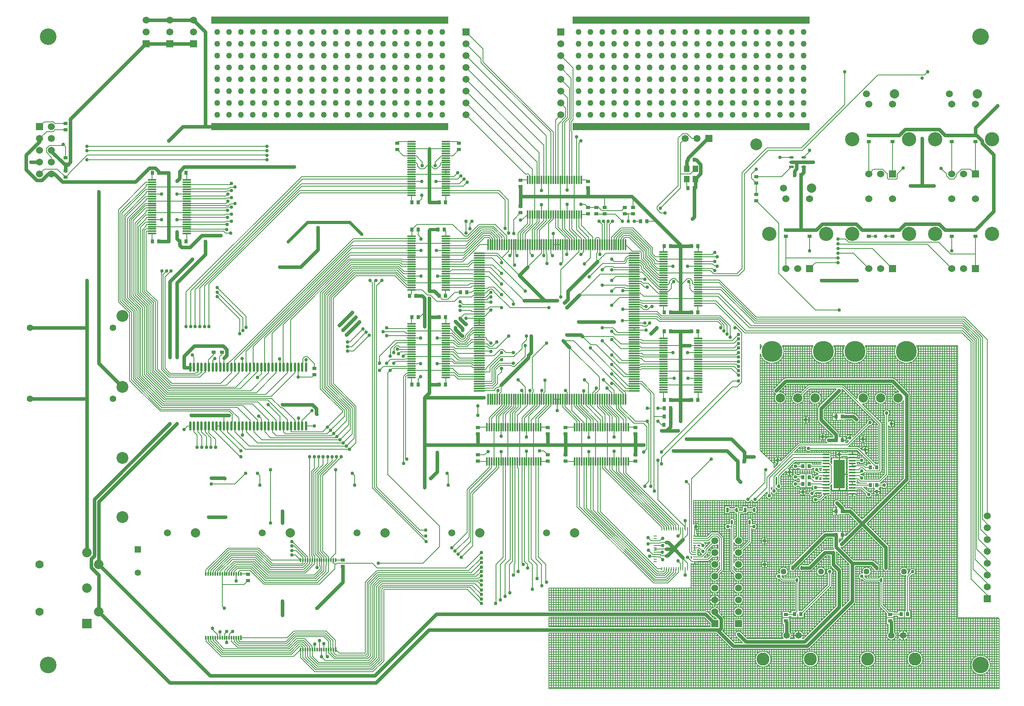
<source format=gbl>
%FSLAX25Y25*%
%MOIN*%
G70*
G01*
G75*
G04 Layer_Physical_Order=2*
G04 Layer_Color=16711680*
%ADD10R,0.07480X0.11024*%
%ADD11R,0.04724X0.05512*%
%ADD12R,0.00787X0.04724*%
%ADD13O,0.00787X0.04724*%
%ADD14O,0.01969X0.10630*%
%ADD15R,0.01969X0.10630*%
%ADD16R,0.03150X0.03543*%
%ADD17R,0.03543X0.03150*%
%ADD18O,0.07480X0.01575*%
%ADD19R,0.05709X0.01772*%
%ADD20O,0.05709X0.01772*%
%ADD21O,0.02400X0.08000*%
%ADD22R,0.08500X0.04200*%
%ADD23R,0.20000X0.32500*%
%ADD24R,0.07500X0.42500*%
%ADD25R,0.05906X0.05906*%
%ADD26C,0.03000*%
%ADD27C,0.00800*%
%ADD28C,0.05000*%
%ADD29C,0.00780*%
%ADD30C,0.08000*%
%ADD31C,0.02500*%
%ADD32R,0.40000X0.40000*%
%ADD33R,0.10000X0.50000*%
%ADD34R,0.09449X0.09449*%
%ADD35R,0.08268X0.11024*%
%ADD36R,1.60000X0.40000*%
%ADD37R,0.50000X0.10000*%
%ADD38R,0.14000X0.15000*%
%ADD39C,0.07000*%
%ADD40R,0.08000X0.08000*%
%ADD41C,0.08000*%
%ADD42C,0.05906*%
%ADD43C,0.07874*%
%ADD44C,0.17716*%
%ADD45C,0.05118*%
%ADD46R,0.05000X0.05000*%
%ADD47C,0.05000*%
%ADD48R,0.05906X0.05906*%
%ADD49C,0.14000*%
%ADD50C,0.05500*%
%ADD51C,0.11000*%
%ADD52C,0.10000*%
%ADD53C,0.06000*%
%ADD54C,0.12000*%
%ADD55R,0.06000X0.06000*%
%ADD56C,0.05512*%
%ADD57R,0.05315X0.05315*%
%ADD58C,0.05315*%
%ADD59C,0.03000*%
%ADD60R,2.00000X0.06000*%
%ADD61O,0.01969X0.03937*%
%ADD62R,0.01969X0.03937*%
%ADD63R,0.06299X0.01181*%
%ADD64O,0.06299X0.01181*%
%ADD65R,0.09449X0.24410*%
%ADD66R,0.03937X0.01969*%
%ADD67O,0.03937X0.01969*%
%ADD68O,0.07480X0.01181*%
%ADD69O,0.01181X0.07480*%
%ADD70O,0.10000X0.01181*%
%ADD71O,0.01181X0.10000*%
%ADD72R,0.00984X0.03150*%
%ADD73R,0.03150X0.00984*%
%ADD74O,0.03150X0.00984*%
%ADD75R,0.01181X0.03937*%
%ADD76O,0.01181X0.03937*%
%ADD77O,0.01969X0.07874*%
%ADD78R,0.04724X0.05512*%
%ADD79C,0.01000*%
D16*
X1859244Y917000D02*
D03*
X1864756D02*
D03*
X1971244Y912000D02*
D03*
X1976756D02*
D03*
X1919756Y913000D02*
D03*
X1914244D02*
D03*
X1971244Y897000D02*
D03*
X1976756D02*
D03*
X1919756Y898000D02*
D03*
X1914244D02*
D03*
X1907244Y788000D02*
D03*
X1912756D02*
D03*
X1997244Y788000D02*
D03*
X2002756D02*
D03*
X1942244Y935000D02*
D03*
X1947756D02*
D03*
X1947756Y855000D02*
D03*
X1942244D02*
D03*
X1942244Y955000D02*
D03*
X1947756D02*
D03*
X1942244Y875000D02*
D03*
X1947756D02*
D03*
X1625244Y1060000D02*
D03*
X1630756D02*
D03*
X1907244Y1159165D02*
D03*
X1912756D02*
D03*
X1797244Y955000D02*
D03*
X1802756D02*
D03*
X1797244Y962000D02*
D03*
X1802756D02*
D03*
X1797244Y1027000D02*
D03*
X1802756D02*
D03*
X1782756Y1120000D02*
D03*
X1777244D02*
D03*
X1825756Y1099000D02*
D03*
X1820244D02*
D03*
X1825756Y1043000D02*
D03*
X1820244D02*
D03*
X1797244D02*
D03*
X1802756D02*
D03*
X1797244Y1099000D02*
D03*
X1802756D02*
D03*
X1365244Y1161000D02*
D03*
X1370756D02*
D03*
X1365244Y1103000D02*
D03*
X1370756D02*
D03*
X1393756D02*
D03*
X1388244D02*
D03*
X1393756Y1161000D02*
D03*
X1388244D02*
D03*
X1817244Y1172000D02*
D03*
X1822756D02*
D03*
X1919756Y903870D02*
D03*
X1914244D02*
D03*
X1822756Y1148000D02*
D03*
X1817244D02*
D03*
X1612756Y1057000D02*
D03*
X1607244D02*
D03*
X1611756Y1113000D02*
D03*
X1606244D02*
D03*
X1825756Y969000D02*
D03*
X1820244D02*
D03*
X1825756Y1027000D02*
D03*
X1820244D02*
D03*
X1797244Y969000D02*
D03*
X1802756D02*
D03*
X1612756Y982000D02*
D03*
X1607244D02*
D03*
X1584244D02*
D03*
X1589756D02*
D03*
X1612756Y1039000D02*
D03*
X1607244D02*
D03*
X1584244D02*
D03*
X1589756D02*
D03*
X1802646Y948000D02*
D03*
X1797134D02*
D03*
X1582244Y1057000D02*
D03*
X1587756D02*
D03*
X1584244Y1113000D02*
D03*
X1589756D02*
D03*
X1607244Y1136000D02*
D03*
X1612756D02*
D03*
X1589756Y1136000D02*
D03*
X1584244D02*
D03*
D17*
X1900000Y782244D02*
D03*
Y787756D02*
D03*
X1988000Y782244D02*
D03*
Y787756D02*
D03*
X1771000Y1131756D02*
D03*
Y1126244D02*
D03*
X1764000Y1126244D02*
D03*
Y1131756D02*
D03*
X1740000Y1131756D02*
D03*
Y1126244D02*
D03*
X1292000Y1197244D02*
D03*
Y1202756D02*
D03*
X1747000Y1131756D02*
D03*
Y1126244D02*
D03*
X1502000Y995756D02*
D03*
Y990244D02*
D03*
X1424000Y1009244D02*
D03*
Y1014756D02*
D03*
X1417000Y1009244D02*
D03*
Y1014756D02*
D03*
X1714000Y945756D02*
D03*
Y940244D02*
D03*
X1640000Y917244D02*
D03*
Y922756D02*
D03*
X1714000Y917244D02*
D03*
Y922756D02*
D03*
X1292000Y1173756D02*
D03*
Y1168244D02*
D03*
Y1157244D02*
D03*
Y1162756D02*
D03*
X1773000Y945756D02*
D03*
Y940244D02*
D03*
Y917244D02*
D03*
Y922756D02*
D03*
X1699000Y945756D02*
D03*
Y940244D02*
D03*
Y917244D02*
D03*
Y922756D02*
D03*
X1676000Y1132756D02*
D03*
Y1127244D02*
D03*
X1733000Y1153756D02*
D03*
Y1148244D02*
D03*
X1676000Y1154756D02*
D03*
Y1149244D02*
D03*
X1640000Y945756D02*
D03*
Y940244D02*
D03*
X1526000Y833756D02*
D03*
Y828244D02*
D03*
X1446000Y816244D02*
D03*
Y821756D02*
D03*
X1900000Y1112756D02*
D03*
Y1107244D02*
D03*
X1920000Y1112756D02*
D03*
Y1107244D02*
D03*
X1970000Y1112756D02*
D03*
Y1107244D02*
D03*
X1990000Y1112756D02*
D03*
Y1107244D02*
D03*
X2060000Y1112756D02*
D03*
Y1107244D02*
D03*
X2040000Y1112756D02*
D03*
Y1107244D02*
D03*
X1970000Y1192756D02*
D03*
Y1187244D02*
D03*
X1990000Y1192756D02*
D03*
Y1187244D02*
D03*
X2040000Y1192756D02*
D03*
Y1187244D02*
D03*
X2060000Y1192756D02*
D03*
Y1187244D02*
D03*
X1875000Y1142756D02*
D03*
Y1137244D02*
D03*
Y1157756D02*
D03*
Y1152244D02*
D03*
X1733000Y1126244D02*
D03*
Y1131756D02*
D03*
X1624000Y1180584D02*
D03*
Y1186096D02*
D03*
X1572000Y1180584D02*
D03*
Y1186096D02*
D03*
D25*
X1835000Y1190000D02*
D03*
D26*
X1320000Y1000000D02*
X1340000Y980000D01*
X1842000Y774767D02*
X1843897D01*
X1598767D02*
X1842000D01*
X1855767Y761000D01*
X1918000D01*
X1915780Y764780D02*
X1945000Y794000D01*
X1866220Y764780D02*
X1915780D01*
X1860000Y771000D02*
X1866220Y764780D01*
X1918000Y761000D02*
X1956000Y799000D01*
X1945000Y794000D02*
Y825000D01*
X1956000Y799000D02*
Y831000D01*
X1940000Y830000D02*
X1945000Y825000D01*
X1940000Y830000D02*
Y840000D01*
X1900000Y985000D02*
X1990000D01*
X2002000Y973000D01*
Y902000D02*
Y973000D01*
X1964500Y864500D02*
X1984449Y844551D01*
X1954000Y875000D02*
X1964500Y864500D01*
X2002000Y902000D01*
X1947000Y847000D02*
X1964500Y864500D01*
X1891847Y976847D02*
X1900000Y985000D01*
X1929457Y851000D02*
X1933457Y855000D01*
X1905575Y827118D02*
X1929457Y851000D01*
X1800694Y848806D02*
X1806000Y843500D01*
Y844000D02*
X1813157Y851157D01*
X1805673Y843173D02*
X1806000Y843500D01*
Y843000D02*
X1813157Y835843D01*
X1800041Y837541D02*
X1805673Y843173D01*
X1799000Y837541D02*
X1800041D01*
X1799000Y843173D02*
X1805673D01*
X1799000Y848806D02*
X1800694D01*
X1929756Y952244D02*
X1942244Y939756D01*
Y935000D02*
Y939756D01*
X1936000Y935000D02*
X1942244D01*
X1943000Y882000D02*
X1947756Y877244D01*
Y875000D02*
Y877244D01*
X1850244Y926000D02*
X1859244Y917000D01*
X1805000Y926000D02*
X1850244D01*
X1854000Y936000D02*
X1865000Y925000D01*
X1816000Y936000D02*
X1854000D01*
X1799165Y943000D02*
X1809000D01*
X1929756Y961756D02*
X1945000Y977000D01*
X1929756Y952244D02*
Y961756D01*
X1942244Y844756D02*
X1956000Y831000D01*
X1942244Y844756D02*
Y855000D01*
X1933000Y840000D02*
X1940000D01*
X1920118Y827118D02*
X1933000Y840000D01*
X1913449Y827118D02*
X1920118D01*
X1933457Y855000D02*
X1937000D01*
X1984449Y827118D02*
Y844551D01*
X1972693Y831000D02*
X1976575Y827118D01*
X1956000Y831000D02*
X1972693D01*
X1937000Y855000D02*
X1942244D01*
X1947756Y875000D02*
X1954000D01*
X1947756Y955000D02*
X1957000D01*
X1959756Y952244D01*
X1859244Y902418D02*
Y917000D01*
Y902418D02*
X1861831Y899831D01*
X1865000Y917244D02*
Y921000D01*
Y925000D01*
Y921000D02*
X1873000D01*
X1989000Y770000D02*
Y781244D01*
X1900787Y770000D02*
Y781457D01*
X1554000Y730000D02*
X1598767Y774767D01*
X1380000Y730000D02*
X1554000D01*
X1320000Y790000D02*
X1380000Y730000D01*
X1553000Y736000D02*
X1605000Y788000D01*
X1414000Y736000D02*
X1553000D01*
X1320000Y830000D02*
X1414000Y736000D01*
X1832000Y788000D02*
X1840000Y780000D01*
Y789130D02*
Y790000D01*
Y789130D02*
X1845233Y783897D01*
Y776103D02*
Y783897D01*
X1843897Y774767D02*
X1845233Y776103D01*
X1605000Y788000D02*
X1832000D01*
X1696234Y1053000D02*
X1707000D01*
X1675000Y1074234D02*
X1696234Y1053000D01*
X1675000Y1074234D02*
X1682039Y1081274D01*
X1715000Y1047000D02*
X1725567Y1057567D01*
X1727000Y1024000D02*
X1728320Y1022680D01*
X1715000Y1024000D02*
X1727000D01*
X1712000Y1019000D02*
X1717473Y1013527D01*
X1679000Y1053000D02*
X1696234D01*
X1600000Y902756D02*
X1605756Y908512D01*
Y924756D01*
X1625000Y1037654D02*
Y1038000D01*
Y1037654D02*
X1629654Y1033000D01*
X1630000D01*
X1595000Y931000D02*
X1640000D01*
X1475000Y787000D02*
Y799000D01*
Y865000D02*
Y875000D01*
X1503780Y957228D02*
Y961566D01*
Y957228D02*
X1504000Y957008D01*
X1392559Y996441D02*
X1396976D01*
X1526000Y815000D02*
Y828244D01*
X1504000Y793000D02*
X1526000Y815000D01*
X1360000Y1270000D02*
X1380000D01*
X1595000Y1031000D02*
Y1043000D01*
Y1055000D01*
X1599000Y1027370D02*
Y1039000D01*
X1505130Y1096130D02*
Y1114870D01*
X1490260Y1081260D02*
X1505130Y1096130D01*
X1472740Y1081260D02*
X1490260D01*
X1379000Y1115528D02*
Y1127339D01*
X1386000Y1105244D02*
X1388244Y1103000D01*
X1386000Y1105244D02*
Y1111000D01*
X1320000Y883000D02*
X1386000Y949000D01*
X1316220Y885220D02*
X1380000Y949000D01*
X1316220Y842661D02*
Y885220D01*
X1313720Y834839D02*
X1316280Y837399D01*
X1313720Y827399D02*
Y834839D01*
X1320060Y830060D02*
Y844167D01*
X1320000Y830000D02*
X1320060Y830060D01*
X1320000Y844227D02*
Y883000D01*
Y844227D02*
X1320060Y844167D01*
X1316220Y842661D02*
X1316280Y842601D01*
Y837399D02*
Y842601D01*
X1313720Y827399D02*
X1320000Y821119D01*
Y790000D02*
Y821119D01*
X1915055Y1161465D02*
Y1166165D01*
X1912756Y1159165D02*
X1915055Y1161465D01*
X1930000Y1070000D02*
X1960000D01*
X1904819Y1170102D02*
X1909000D01*
Y1169199D02*
Y1170102D01*
Y1169199D02*
X1909067Y1169132D01*
X1258780Y1163820D02*
Y1176180D01*
X1270000Y1187400D01*
X1258780Y1163820D02*
X1267832Y1154767D01*
X1262560Y1170000D02*
X1270000D01*
X1272167Y1154767D02*
X1277400Y1160000D01*
X1267832Y1154767D02*
X1272167D01*
X1270000Y1187400D02*
Y1190000D01*
X1296052Y1169901D02*
Y1206397D01*
X1293870Y1167720D02*
X1296052Y1169901D01*
X1280000Y1179185D02*
X1290941Y1168244D01*
X1280000Y1179185D02*
Y1180000D01*
X1410000Y1200000D02*
X1420000D01*
X1359654Y1270000D02*
X1360000D01*
X1292000Y1162756D02*
Y1167720D01*
X1400000Y1290000D02*
X1410000Y1280000D01*
X1380000Y1270000D02*
X1400000D01*
X1360000Y1290000D02*
X1380000D01*
X1400000D01*
X1412638Y870000D02*
X1427000D01*
X1415000Y903000D02*
X1426000D01*
X1426244Y902756D01*
X1595000Y971000D02*
X1599000Y975000D01*
X1595000Y895000D02*
Y931000D01*
Y971000D01*
X1676000Y1141000D02*
Y1149244D01*
Y1132756D02*
Y1141000D01*
X1733000D02*
Y1148244D01*
X1802756Y1099000D02*
X1811000D01*
X1820244D01*
X1811000D02*
Y1100000D01*
X1802756Y1027000D02*
X1811000D01*
X1820244D01*
X1802756Y955000D02*
Y962000D01*
X1811000Y969000D02*
X1820244D01*
X1811000Y951000D02*
Y969000D01*
X1773000Y922756D02*
Y931000D01*
Y940244D01*
Y931000D02*
X1780000D01*
X1714000Y922756D02*
Y931000D01*
Y940244D01*
X1699000Y931000D02*
Y940244D01*
Y931000D02*
X1714000D01*
X1599000Y982000D02*
X1607244D01*
X1599000Y975000D02*
Y982000D01*
X1603244Y1061000D02*
X1607244Y1057000D01*
X1599000Y1061000D02*
X1603244D01*
X1920000Y1112756D02*
X1925546D01*
X1930570Y1117780D01*
X1959430D01*
X1964454Y1112756D01*
X2034454D02*
X2040000D01*
X2060000D01*
X2075500Y1128256D01*
Y1176290D01*
X1964454Y1112756D02*
X1970000D01*
X1990000D01*
X1970000Y1192756D02*
X1990000D01*
X1995546D01*
X2000570Y1197780D01*
X2029430D01*
X2034454Y1192756D01*
X2060000D02*
X2061059D01*
X2065720Y1188095D01*
Y1186070D02*
Y1188095D01*
Y1186070D02*
X2075500Y1176290D01*
X2034454Y1192756D02*
X2040000D01*
X2060000D01*
X2015000Y1150000D02*
Y1190000D01*
X2005000Y1150000D02*
X2015000D01*
X2025000D01*
X2060000Y1199000D02*
X2078658Y1217658D01*
X2060000Y1192756D02*
Y1199000D01*
X1900000Y1112756D02*
X1920000D01*
X2029430Y1117780D02*
X2034454Y1112756D01*
X1990000D02*
X1995546D01*
X2000570Y1117780D01*
X2029430D01*
X1599000Y1105000D02*
Y1112244D01*
X1391000Y1200000D02*
X1410000D01*
X1379000Y1188000D02*
X1391000Y1200000D01*
X1370756Y1103000D02*
X1379000D01*
X1370756Y1161000D02*
X1379000D01*
X1362725Y1165052D02*
X1367763D01*
X1370756Y1162059D01*
X1280000Y1160000D02*
X1282673D01*
X1289284Y1153389D01*
X1351062D01*
X1362725Y1165052D01*
X1370756Y1161000D02*
Y1162059D01*
X1320000Y1000000D02*
Y1145000D01*
X1296052Y1206397D02*
X1359654Y1270000D01*
X1379000Y1148992D02*
Y1161000D01*
Y1137181D02*
Y1148992D01*
Y1127339D02*
Y1137181D01*
X1599000Y1101370D02*
Y1105000D01*
Y1061000D02*
Y1067906D01*
Y1079717D01*
X1379000Y1103000D02*
Y1110000D01*
Y1115528D01*
X1599000Y1079717D02*
Y1089559D01*
Y1101370D01*
Y1015559D02*
Y1027370D01*
Y1005716D02*
Y1015559D01*
Y993905D02*
Y1005716D01*
X1665441Y931000D02*
X1675284D01*
X1687095D01*
X1699000D01*
X1727630D02*
X1739441D01*
X1749284D01*
X1761095D02*
X1773000D01*
X1811000Y981630D02*
Y993441D01*
Y1003283D01*
Y1015094D02*
Y1027000D01*
Y1062000D02*
Y1066441D01*
Y1076283D02*
Y1088094D01*
X1709559Y1141000D02*
X1721370D01*
X1699716D02*
X1709559D01*
X1676000D02*
X1687905D01*
X1653630Y931000D02*
X1665441D01*
X1749284D02*
X1761095D01*
X1811000Y1003283D02*
Y1015094D01*
X1818906D01*
X1811000Y1066441D02*
Y1076283D01*
X1687905Y1141000D02*
X1699716D01*
X1599000Y982000D02*
Y988000D01*
Y993905D01*
X1648000Y931000D02*
X1653630D01*
X1714000D02*
X1722000D01*
X1727630D01*
X1811000Y969000D02*
Y976000D01*
Y981630D01*
Y1088094D02*
Y1094000D01*
Y1099000D01*
X1721370Y1141000D02*
X1727000D01*
X1733000D01*
X1599000Y1039000D02*
X1607244D01*
X1599000D02*
Y1055000D01*
X1640000Y931000D02*
Y940244D01*
Y931000D02*
X1648000D01*
X1802756Y1043000D02*
X1811000D01*
X1820244D01*
X1811000D02*
Y1054630D01*
Y1062000D01*
X1786000Y1025000D02*
X1791000Y1030000D01*
X1424000Y1014756D02*
X1425059D01*
X1428052Y1011763D01*
X1417000Y1014756D02*
X1424000D01*
X1428052Y1006725D02*
Y1011763D01*
X1425709Y1004382D02*
X1428052Y1006725D01*
X1475000Y965000D02*
X1500346D01*
X1503780Y961566D01*
X1595000Y971000D02*
X1645000D01*
X1725022Y1034978D02*
X1755000D01*
X1725000Y1035000D02*
X1725022Y1034978D01*
X1262000Y1030000D02*
X1310000D01*
Y1070000D01*
X1262000Y970000D02*
X1310000D01*
Y840000D02*
Y970000D01*
Y1030000D01*
X1410000Y1200000D02*
Y1280000D01*
X1802756Y948110D02*
Y955000D01*
X1587756Y1057000D02*
X1593000D01*
X1595000Y1055000D01*
X1599000Y1136000D02*
Y1147906D01*
Y1159717D01*
Y1181370D01*
X1599000Y1136000D02*
X1607244D01*
X1802756Y969000D02*
X1811000D01*
X1794890Y943000D02*
X1799165D01*
X1802646Y946480D01*
X1922937Y1170102D02*
X1923000Y1170165D01*
X1909000Y1170102D02*
X1922937D01*
X1912756Y1113000D02*
Y1153000D01*
Y1159165D01*
X1909067Y1164237D02*
Y1169132D01*
X1907244Y1159165D02*
Y1162414D01*
X1909067Y1164237D01*
X1621000Y1035346D02*
X1627000Y1029346D01*
Y1028000D02*
Y1029346D01*
X1621000Y1028654D02*
Y1030000D01*
Y1028654D02*
X1626654Y1023000D01*
X1627000D01*
X1529000Y1024000D02*
X1540000Y1035000D01*
X1526000Y1028000D02*
X1537000Y1039000D01*
X1523000Y1032000D02*
X1534000Y1043000D01*
X1407000Y1108000D02*
X1423000D01*
X1397000Y1098000D02*
X1407000Y1108000D01*
X1388244Y1099756D02*
X1390000Y1098000D01*
X1397000D01*
X1388244Y1099756D02*
Y1103000D01*
X1386000Y1154000D02*
X1388244Y1156244D01*
Y1161000D01*
Y1162059D01*
X1392185Y1166000D01*
X1485000D01*
X1392000Y1006000D02*
X1400756Y1014756D01*
X1417000D01*
X1392000Y996441D02*
Y1006000D01*
X1410000Y1092000D02*
Y1103000D01*
X1386000Y1005000D02*
Y1068000D01*
X1410000Y1092000D01*
X1380000Y1005000D02*
Y1069000D01*
X1399000Y1088000D01*
X1398000Y956000D02*
X1430000D01*
X1682680Y1006680D02*
X1685000Y1009000D01*
Y1023000D01*
X1659840Y981840D02*
X1682680Y1004680D01*
Y1006680D01*
X1716000Y1061000D02*
X1740905Y1085905D01*
X1713000Y1051000D02*
X1716000Y1054000D01*
Y1061000D01*
X1733000Y1141000D02*
X1747000D01*
X1770000D01*
X1771000Y1140000D02*
X1791000Y1120000D01*
X1811000Y1100000D01*
X1824216Y1172000D02*
X1828185Y1168031D01*
Y1160312D02*
Y1168031D01*
X1823543Y1155669D02*
X1828185Y1160312D01*
X1823543Y1148787D02*
Y1155669D01*
X1822756Y1148000D02*
X1823543Y1148787D01*
X1822756Y1123756D02*
Y1148000D01*
X1821000Y1122000D02*
X1822756Y1123756D01*
X1822756Y1172000D02*
X1824216D01*
X1834000Y1190000D02*
X1835000D01*
X1816457Y1164331D02*
Y1171212D01*
X1817244Y1172000D01*
Y1173244D01*
X1834000Y1190000D01*
D27*
X2011692Y1010000D02*
G03*
X2010358Y1015000I-10038J0D01*
G01*
X1992949D02*
G03*
X2011692Y1010000I8704J-5000D01*
G01*
X2004680Y973000D02*
G03*
X2003895Y974895I-2680J0D01*
G01*
X2004680Y973000D02*
G03*
X2003895Y974895I-2680J0D01*
G01*
X1991895Y986895D02*
G03*
X1990000Y987680I-1895J-1895D01*
G01*
X1991895Y986895D02*
G03*
X1990000Y987680I-1895J-1895D01*
G01*
X1995519Y975691D02*
G03*
X1999320Y968301I-755J-5061D01*
G01*
X1987680Y958000D02*
G03*
X1983420Y955835I-2680J0D01*
G01*
X1991900Y949000D02*
G03*
X1986580Y950598I-2900J0D01*
G01*
Y947402D02*
G03*
X1991900Y949000I2420J1598D01*
G01*
X1986580Y955835D02*
G03*
X1987680Y958000I-1580J2165D01*
G01*
X1985117Y970630D02*
G03*
X1985117Y970630I-5117J0D01*
G01*
X1968385Y1010000D02*
G03*
X1967051Y1015000I-10038J0D01*
G01*
X1949642D02*
G03*
X1968385Y1010000I8704J-5000D01*
G01*
X1970353Y970630D02*
G03*
X1960148Y970086I-5117J0D01*
G01*
X1964692Y965542D02*
G03*
X1970353Y970630I544J5088D01*
G01*
X1981091Y948489D02*
G03*
X1980628Y949606I-1580J0D01*
G01*
X1981091Y948489D02*
G03*
X1980628Y949606I-1580J0D01*
G01*
X1973680Y950000D02*
G03*
X1968352Y949586I-2680J0D01*
G01*
X1970587Y947352D02*
G03*
X1973680Y950000I414J2648D01*
G01*
X2003895Y900105D02*
G03*
X2004680Y902000I-1895J1895D01*
G01*
X2003895Y900105D02*
G03*
X2004680Y902000I-1895J1895D01*
G01*
X1986117Y904883D02*
G03*
X1986580Y906000I-1117J1117D01*
G01*
X1986117Y904883D02*
G03*
X1986580Y906000I-1117J1117D01*
G01*
X1980628Y908622D02*
G03*
X1981091Y909740I-1117J1117D01*
G01*
X1980628Y908622D02*
G03*
X1981091Y909740I-1117J1117D01*
G01*
X1985680Y897000D02*
G03*
X1980835Y898580I-2680J0D01*
G01*
Y895420D02*
G03*
X1985680Y897000I2165J1580D01*
G01*
X1969900Y927000D02*
G03*
X1964102Y926888I-2900J0D01*
G01*
X1967900Y936000D02*
G03*
X1967900Y936000I-2900J0D01*
G01*
X1966888Y924102D02*
G03*
X1969900Y927000I112J2898D01*
G01*
X1966680Y918000D02*
G03*
X1961835Y919580I-2680J0D01*
G01*
Y916420D02*
G03*
X1966680Y918000I2165J1580D01*
G01*
X1978820Y907468D02*
G03*
X1979937Y907931I0J1580D01*
G01*
X1978820Y907468D02*
G03*
X1979937Y907931I0J1580D01*
G01*
X1979511Y898752D02*
G03*
X1980437Y899203I-191J1568D01*
G01*
X1979511Y898752D02*
G03*
X1980437Y899203I-191J1568D01*
G01*
X1966882Y914377D02*
G03*
X1965764Y914840I-1117J-1117D01*
G01*
X1966624Y907931D02*
G03*
X1967742Y907468I1117J1117D01*
G01*
X1966882Y914377D02*
G03*
X1965764Y914840I-1117J-1117D01*
G01*
X1966624Y907931D02*
G03*
X1967742Y907468I1117J1117D01*
G01*
X1963559Y906357D02*
G03*
X1966506Y908050I441J2644D01*
G01*
X1966444Y901900D02*
G03*
X1966680Y903000I-2444J1100D01*
G01*
D02*
G03*
X1963586Y905648I-2680J0D01*
G01*
X1949117Y981117D02*
G03*
X1948000Y981580I-1117J-1117D01*
G01*
X1949117Y981117D02*
G03*
X1948000Y981580I-1117J-1117D01*
G01*
X1947680Y977000D02*
G03*
X1947273Y978420I-2680J0D01*
G01*
X1947680Y977000D02*
G03*
X1947273Y978420I-2680J0D01*
G01*
X1946895Y975105D02*
G03*
X1947680Y977000I-1895J1895D01*
G01*
X1946895Y975105D02*
G03*
X1947680Y977000I-1895J1895D01*
G01*
X1962436Y952244D02*
G03*
X1961651Y954139I-2680J0D01*
G01*
X1962436Y952244D02*
G03*
X1961651Y954139I-2680J0D01*
G01*
X1958895Y956895D02*
G03*
X1957000Y957680I-1895J-1895D01*
G01*
X1958895Y956895D02*
G03*
X1957000Y957680I-1895J-1895D01*
G01*
X1957861Y950349D02*
G03*
X1962436Y952244I1895J1895D01*
G01*
X1957861Y950349D02*
G03*
X1962436Y952244I1895J1895D01*
G01*
X1956734Y937968D02*
G03*
X1953032Y934266I-2734J-968D01*
G01*
X1944924Y939756D02*
G03*
X1944139Y941651I-2680J0D01*
G01*
X1944924Y939756D02*
G03*
X1944139Y941651I-2680J0D01*
G01*
X1941692Y1010000D02*
G03*
X1940358Y1015000I-10038J0D01*
G01*
X1927861Y963651D02*
G03*
X1927076Y961756I1895J-1895D01*
G01*
Y952244D02*
G03*
X1927861Y950349I2680J0D01*
G01*
Y963651D02*
G03*
X1927076Y961756I1895J-1895D01*
G01*
Y952244D02*
G03*
X1927861Y950349I2680J0D01*
G01*
X1927076Y952244D02*
G03*
X1927861Y950349I2680J0D01*
G01*
X1933900Y938000D02*
G03*
X1933900Y938000I-2900J0D01*
G01*
X1961873Y929117D02*
G03*
X1960756Y929580I-1117J-1117D01*
G01*
X1961873Y929117D02*
G03*
X1960756Y929580I-1117J-1117D01*
G01*
X1960550Y920441D02*
G03*
X1960467Y921009I-1991J0D01*
G01*
X1960354Y919580D02*
G03*
X1960550Y920441I-1795J861D01*
G01*
X1952693Y929580D02*
G03*
X1953117Y929883I-693J1420D01*
G01*
X1952693Y929580D02*
G03*
X1953117Y929883I-693J1420D01*
G01*
X1951708Y921420D02*
G03*
X1951533Y921009I1733J-979D01*
G01*
X1952068Y919000D02*
G03*
X1952217Y916602I1373J-1118D01*
G01*
X1951533Y921009D02*
G03*
X1952068Y919000I1908J-569D01*
G01*
X1963102Y906133D02*
G03*
X1963559Y906357I-456J1513D01*
G01*
X1963102Y906133D02*
G03*
X1963559Y906357I-456J1513D01*
G01*
X1960262Y914840D02*
G03*
X1960330Y915323I-1704J483D01*
G01*
X1952217Y916602D02*
G03*
X1952217Y914043I1224J-1280D01*
G01*
X1960330Y915323D02*
G03*
X1959949Y916420I-1771J0D01*
G01*
X1952217Y914043D02*
G03*
X1952217Y911484I1224J-1280D01*
G01*
Y908925D02*
G03*
X1952217Y906366I1224J-1280D01*
G01*
Y911484D02*
G03*
X1952217Y908925I1224J-1280D01*
G01*
X1961773Y899203D02*
G03*
X1962890Y898740I1117J1117D01*
G01*
X1961773Y899203D02*
G03*
X1962890Y898740I1117J1117D01*
G01*
X1960330Y899969D02*
G03*
X1960046Y900929I-1771J0D01*
G01*
X1959783Y898689D02*
G03*
X1960330Y899969I-1224J1280D01*
G01*
X1952217Y906366D02*
G03*
X1952217Y903807I1224J-1280D01*
G01*
D02*
G03*
X1952217Y901248I1224J-1280D01*
G01*
D02*
G03*
X1952217Y898689I1224J-1280D01*
G01*
Y896130D02*
G03*
X1952068Y893732I1224J-1280D01*
G01*
X1952217Y898689D02*
G03*
X1952217Y896130I1224J-1280D01*
G01*
X1947432Y924580D02*
G03*
X1947432Y921420I-2432J-1580D01*
G01*
X1936000Y937680D02*
G03*
X1934849Y932580I0J-2680D01*
G01*
X1936000Y937680D02*
G03*
X1934849Y932580I0J-2680D01*
G01*
X1938282Y923000D02*
G03*
X1936512Y924771I-1771J0D01*
G01*
X1937736Y921721D02*
G03*
X1938282Y923000I-1224J1280D01*
G01*
Y920441D02*
G03*
X1937736Y921721I-1771J0D01*
G01*
Y919161D02*
G03*
X1938282Y920441I-1224J1280D01*
G01*
X1931394Y924771D02*
G03*
X1930595Y924580I0J-1771D01*
G01*
X1938282Y917882D02*
G03*
X1937736Y919161I-1771J0D01*
G01*
Y916602D02*
G03*
X1938282Y917882I-1224J1280D01*
G01*
X1938218Y915796D02*
G03*
X1937736Y916602I-1706J-473D01*
G01*
X1938282Y894850D02*
G03*
X1937736Y896130I-1771J0D01*
G01*
D02*
G03*
X1938218Y896936I-1224J1280D01*
G01*
X1937736Y893571D02*
G03*
X1938282Y894850I-1224J1280D01*
G01*
X1929918Y916302D02*
G03*
X1929786Y914580I1475J-979D01*
G01*
X1928648Y909587D02*
G03*
X1928680Y910000I-2648J414D01*
G01*
X1930106Y911420D02*
G03*
X1929918Y909226I1288J-1215D01*
G01*
X1928680Y910000D02*
G03*
X1928273Y911420I-2680J0D01*
G01*
X1928680Y903000D02*
G03*
X1928648Y903413I-2680J0D01*
G01*
X1929918Y903507D02*
G03*
X1929898Y901580I1475J-979D01*
G01*
X1928273D02*
G03*
X1928680Y903000I-2273J1420D01*
G01*
X1927308Y906462D02*
G03*
X1926969Y906204I778J-1375D01*
G01*
X1927308Y906462D02*
G03*
X1926969Y906204I778J-1375D01*
G01*
X2009680Y824000D02*
G03*
X2004352Y823586I-2680J0D01*
G01*
X2002958Y822193D02*
G03*
X2003424Y824000I-3273J1807D01*
G01*
X1987129Y844551D02*
G03*
X1986344Y846446I-2680J0D01*
G01*
X1987129Y844551D02*
G03*
X1986344Y846446I-2680J0D01*
G01*
X1986469Y825357D02*
G03*
X1987129Y827118I-2020J1761D01*
G01*
X2003424Y824000D02*
G03*
X2001523Y820744I-3739J0D01*
G01*
X2006586Y821352D02*
G03*
X2009680Y824000I414J2648D01*
G01*
X2001523Y820744D02*
G03*
X2001176Y819756I1233J-988D01*
G01*
X2001523Y820744D02*
G03*
X2001176Y819756I1233J-988D01*
G01*
X1979656Y891756D02*
G03*
X1978532Y894048I-2900J0D01*
G01*
X1974980D02*
G03*
X1979656Y891756I1776J-2292D01*
G01*
X1981769Y827118D02*
G03*
X1982429Y825357I2680J0D01*
G01*
D02*
G03*
X1986469Y825357I2020J777D01*
G01*
X1982092Y814419D02*
G03*
X1982676Y815898I-1580J1479D01*
G01*
Y817866D02*
G03*
X1978431Y818462I-2164J0D01*
G01*
X1979255Y827118D02*
G03*
X1978739Y828699I-2680J0D01*
G01*
Y825537D02*
G03*
X1979255Y827118I-2164J1581D01*
G01*
X1974588Y832895D02*
G03*
X1972693Y833680I-1895J-1895D01*
G01*
X1974588Y832895D02*
G03*
X1972693Y833680I-1895J-1895D01*
G01*
X1978431Y815302D02*
G03*
X1978932Y814419I2081J596D01*
G01*
X2072680Y745000D02*
G03*
X2072680Y745000I-8180J0D01*
G01*
X2015680Y750000D02*
G03*
X2015680Y750000I-6680J0D01*
G01*
X1978932Y795244D02*
G03*
X1979395Y794127I1580J0D01*
G01*
X1978932Y795244D02*
G03*
X1979395Y794127I1580J0D01*
G01*
X2003150Y770000D02*
G03*
X2003150Y770000I-4150J0D01*
G01*
X1986320Y772874D02*
G03*
X1992930Y770000I2680J-2874D01*
G01*
D02*
G03*
X1991680Y772874I-3930J0D01*
G01*
Y781244D02*
G03*
X1990952Y783081I-2680J0D01*
G01*
X1975680Y750000D02*
G03*
X1975680Y750000I-6680J0D01*
G01*
X1972680Y889000D02*
G03*
X1969587Y891648I-2680J0D01*
G01*
X1960550Y892291D02*
G03*
X1960292Y893270I-1991J0D01*
G01*
X1960084Y891012D02*
G03*
X1960550Y892291I-1525J1280D01*
G01*
X1967352Y889414D02*
G03*
X1972680Y889000I2648J-414D01*
G01*
X1960550Y889732D02*
G03*
X1960084Y891012I-1991J0D01*
G01*
X1958559Y887742D02*
G03*
X1960550Y889732I0J1991D01*
G01*
X1952068Y893732D02*
G03*
X1951916Y891012I1373J-1441D01*
G01*
D02*
G03*
X1953441Y887742I1525J-1280D01*
G01*
X1955895Y876895D02*
G03*
X1954000Y877680I-1895J-1895D01*
G01*
X1955895Y876895D02*
G03*
X1954000Y877680I-1895J-1895D01*
G01*
X1955895Y876895D02*
G03*
X1954000Y877680I-1895J-1895D01*
G01*
X1950341Y877952D02*
G03*
X1949651Y879139I-2585J-708D01*
G01*
X1950341Y877952D02*
G03*
X1949651Y879139I-2585J-708D01*
G01*
X1944895Y883895D02*
G03*
X1941105Y880105I-1895J-1895D01*
G01*
X1944895Y883895D02*
G03*
X1941105Y880105I-1895J-1895D01*
G01*
X1938282Y892291D02*
G03*
X1937736Y893571I-1771J0D01*
G01*
Y891012D02*
G03*
X1938282Y892291I-1224J1280D01*
G01*
Y889732D02*
G03*
X1937736Y891012I-1771J0D01*
G01*
X1929918Y890711D02*
G03*
X1930315Y888328I1475J-979D01*
G01*
X1924680Y890000D02*
G03*
X1924648Y890413I-2680J0D01*
G01*
X1936512Y887962D02*
G03*
X1938282Y889732I0J1771D01*
G01*
X1929029Y883228D02*
G03*
X1930146Y883691I0J1580D01*
G01*
X1929029Y883228D02*
G03*
X1930146Y883691I0J1580D01*
G01*
X1946403Y844387D02*
G03*
X1948895Y845105I597J2613D01*
G01*
X1946403Y844387D02*
G03*
X1948895Y845105I597J2613D01*
G01*
X1939564Y844756D02*
G03*
X1940349Y842861I2680J0D01*
G01*
X1939564Y844756D02*
G03*
X1940349Y842861I2680J0D01*
G01*
X1933457Y857680D02*
G03*
X1931562Y856895I0J-2680D01*
G01*
X1933457Y857680D02*
G03*
X1931562Y856895I0J-2680D01*
G01*
X1971928Y824000D02*
G03*
X1964731Y822579I-3739J0D01*
G01*
X1966648Y819586D02*
G03*
X1966680Y820000I-2648J414D01*
G01*
X1966609Y820611D02*
G03*
X1971928Y824000I1579J3389D01*
G01*
X1966680Y820000D02*
G03*
X1966609Y820611I-2680J0D01*
G01*
X1964731Y822579D02*
G03*
X1964413Y817352I-731J-2578D01*
G01*
X1947680Y825000D02*
G03*
X1946895Y826895I-2680J0D01*
G01*
X1947680Y825000D02*
G03*
X1946895Y826895I-2680J0D01*
G01*
X1966001Y815765D02*
G03*
X1967118Y815302I1117J1117D01*
G01*
X1966001Y815765D02*
G03*
X1967118Y815302I1117J1117D01*
G01*
X1957895Y797105D02*
G03*
X1958680Y799000I-1895J1895D01*
G01*
X1957895Y797105D02*
G03*
X1958680Y799000I-1895J1895D01*
G01*
X1942680Y840000D02*
G03*
X1942613Y840597I-2680J0D01*
G01*
X1942680Y840000D02*
G03*
X1942613Y840597I-2680J0D01*
G01*
X1942680Y840000D02*
G03*
X1942613Y840597I-2680J0D01*
G01*
X1940597Y842613D02*
G03*
X1940000Y842680I-597J-2613D01*
G01*
X1940597Y842613D02*
G03*
X1940000Y842680I-597J-2613D01*
G01*
X1940597Y842613D02*
G03*
X1940000Y842680I-597J-2613D01*
G01*
X1938580Y821835D02*
G03*
X1939680Y824000I-1580J2165D01*
G01*
D02*
G03*
X1935420Y821835I-2680J0D01*
G01*
X1933000Y842680D02*
G03*
X1931105Y841895I0J-2680D01*
G01*
X1933000Y842680D02*
G03*
X1931105Y841895I0J-2680D01*
G01*
X1937320Y830000D02*
G03*
X1938105Y828105I2680J0D01*
G01*
X1937320Y830000D02*
G03*
X1938105Y828105I2680J0D01*
G01*
X1933424Y824000D02*
G03*
X1933424Y824000I-3739J0D01*
G01*
X1938117Y811127D02*
G03*
X1938580Y812244I-1117J1117D01*
G01*
X1938117Y811127D02*
G03*
X1938580Y812244I-1117J1117D01*
G01*
X1922949Y1015000D02*
G03*
X1941692Y1010000I8704J-5000D01*
G01*
X1919370Y981580D02*
G03*
X1918253Y981117I0J-1580D01*
G01*
X1919370Y981580D02*
G03*
X1918253Y981117I0J-1580D01*
G01*
X1929881Y970630D02*
G03*
X1929881Y970630I-5117J0D01*
G01*
X1915117D02*
G03*
X1914559Y972954I-5117J0D01*
G01*
X1912324Y975189D02*
G03*
X1915117Y970630I-2324J-4559D01*
G01*
X1919656Y952244D02*
G03*
X1919656Y952244I-2900J0D01*
G01*
X1916727Y929420D02*
G03*
X1921165Y926420I2273J-1420D01*
G01*
X1911506Y932580D02*
G03*
X1910389Y932117I0J-1580D01*
G01*
X1911506Y932580D02*
G03*
X1910389Y932117I0J-1580D01*
G01*
X1900000Y987680D02*
G03*
X1898105Y986895I0J-2680D01*
G01*
X1898385Y1010000D02*
G03*
X1897051Y1015000I-10038J0D01*
G01*
X1878504Y1008027D02*
G03*
X1898385Y1010000I9842J1973D01*
G01*
X1900000Y987680D02*
G03*
X1898105Y986895I0J-2680D01*
G01*
X1889952Y978742D02*
G03*
X1891554Y974183I1895J-1895D01*
G01*
X1889952Y978742D02*
G03*
X1891554Y974183I1895J-1895D01*
G01*
X1900353Y970630D02*
G03*
X1894481Y975691I-5117J0D01*
G01*
X1891554Y974183D02*
G03*
X1900353Y970630I3682J-3553D01*
G01*
X1895872Y917600D02*
G03*
X1895900Y918000I-2872J400D01*
G01*
D02*
G03*
X1893400Y915128I-2900J0D01*
G01*
X1923727Y911420D02*
G03*
X1926414Y907352I2273J-1420D01*
G01*
Y905648D02*
G03*
X1923321Y902913I-414J-2648D01*
G01*
X1922727Y896420D02*
G03*
X1922511Y895993I2273J-1420D01*
G01*
D02*
G03*
X1922320Y895048I2489J-993D01*
G01*
D02*
G03*
X1922991Y893226I2680J-48D01*
G01*
X1922413Y892648D02*
G03*
X1924680Y890000I-414J-2648D01*
G01*
X1927165Y886388D02*
G03*
X1927165Y883228I-2165J-1580D01*
G01*
X1917144Y891244D02*
G03*
X1917144Y891244I-2900J0D01*
G01*
X1910165Y914580D02*
G03*
X1906333Y915098I-2165J-1580D01*
G01*
X1905902Y914667D02*
G03*
X1910165Y911420I2098J-1667D01*
G01*
X1905900Y908000D02*
G03*
X1901930Y910695I-2900J0D01*
G01*
X1900305Y909070D02*
G03*
X1905900Y908000I2695J-1070D01*
G01*
X1910165Y905580D02*
G03*
X1910165Y902420I-2165J-1580D01*
G01*
Y899580D02*
G03*
X1910165Y896420I-2165J-1580D01*
G01*
X1896680Y896000D02*
G03*
X1895580Y898165I-2680J0D01*
G01*
X1892420D02*
G03*
X1891580Y897151I1580J-2165D01*
G01*
Y894849D02*
G03*
X1896680Y896000I2420J1151D01*
G01*
X1887580Y890849D02*
G03*
X1892680Y892000I2420J1151D01*
G01*
D02*
G03*
X1891580Y894165I-2680J0D01*
G01*
X1888420D02*
G03*
X1887580Y893151I1580J-2165D01*
G01*
X1888680Y888000D02*
G03*
X1887580Y890165I-2680J0D01*
G01*
X1879642Y1015000D02*
G03*
X1878504Y1011973I8704J-5000D01*
G01*
X1884420Y890165D02*
G03*
X1888680Y888000I1580J-2165D01*
G01*
X1871514Y884000D02*
G03*
X1876486Y884000I2486J1000D01*
G01*
X1875680Y862000D02*
G03*
X1871585Y864276I-2680J0D01*
G01*
D02*
G03*
X1871676Y864898I-2073J622D01*
G01*
X1875613Y877102D02*
G03*
X1871368Y877698I-2164J0D01*
G01*
Y874538D02*
G03*
X1875613Y875134I2081J596D01*
G01*
X1871092Y860118D02*
G03*
X1875680Y862000I1908J1882D01*
G01*
X1871676Y866866D02*
G03*
X1867348Y866866I-2164J0D01*
G01*
X1865514Y884000D02*
G03*
X1870486Y884000I2486J1000D01*
G01*
X1867348Y864898D02*
G03*
X1867932Y863418I2164J0D01*
G01*
X1860613Y877102D02*
G03*
X1856368Y877698I-2164J0D01*
G01*
X1863606Y872570D02*
G03*
X1864657Y872970I0J1580D01*
G01*
X1863606Y872570D02*
G03*
X1864657Y872970I0J1580D01*
G01*
X1856368Y874538D02*
G03*
X1858420Y872970I2081J596D01*
G01*
X1856676Y866866D02*
G03*
X1852348Y866866I-2164J0D01*
G01*
X1856092Y863418D02*
G03*
X1856676Y864898I-1580J1479D01*
G01*
X1852348D02*
G03*
X1852444Y864258I2164J0D01*
G01*
Y864258D02*
G03*
X1852932Y860142I-1444J-2258D01*
G01*
X1824580Y859159D02*
G03*
X1826900Y862000I-580J2841D01*
G01*
D02*
G03*
X1821926Y864028I-2900J0D01*
G01*
X1884900Y850000D02*
G03*
X1884900Y850000I-2900J0D01*
G01*
X1864133Y850000D02*
G03*
X1861580Y853819I-4133J0D01*
G01*
X1870629Y848395D02*
G03*
X1871092Y849512I-1117J1117D01*
G01*
X1870629Y848395D02*
G03*
X1871092Y849512I-1117J1117D01*
G01*
X1856092Y848656D02*
G03*
X1864133Y850000I3908J1344D01*
G01*
X1858420Y853819D02*
G03*
X1856092Y851344I1580J-3819D01*
G01*
X1843484Y856830D02*
G03*
X1842366Y857293I-1117J-1117D01*
G01*
X1843484Y856830D02*
G03*
X1842366Y857293I-1117J-1117D01*
G01*
X1837634D02*
G03*
X1836517Y856830I0J-1580D01*
G01*
X1847293Y852366D02*
G03*
X1846830Y853483I-1580J0D01*
G01*
X1847293Y852366D02*
G03*
X1846830Y853483I-1580J0D01*
G01*
X1838417Y846183D02*
G03*
X1842553Y846750I1583J3818D01*
G01*
X1861583Y843818D02*
G03*
X1856092Y841344I-1583J-3818D01*
G01*
X1864133Y840000D02*
G03*
X1863817Y841583I-4133J0D01*
G01*
X1856092Y838656D02*
G03*
X1864133Y840000I3908J1344D01*
G01*
X1838417Y836182D02*
G03*
X1842553Y836750I1583J3818D01*
G01*
X1837634Y857293D02*
G03*
X1836517Y856830I0J-1580D01*
G01*
X1834218Y848483D02*
G03*
X1835336Y848946I0J1580D01*
G01*
X1835897Y849507D02*
G03*
X1836183Y848417I4103J493D01*
G01*
X1834218Y848483D02*
G03*
X1835336Y848946I0J1580D01*
G01*
X1832680Y846000D02*
G03*
X1831009Y848483I-2680J0D01*
G01*
X1832098Y844333D02*
G03*
X1832680Y846000I-2098J1667D01*
G01*
X1825934Y853612D02*
G03*
X1825975Y854000I-1852J388D01*
G01*
X1827352Y846414D02*
G03*
X1827342Y845656I2648J-414D01*
G01*
D02*
G03*
X1826842Y845738I-500J-1499D01*
G01*
X1827342Y845656D02*
G03*
X1826842Y845738I-500J-1499D01*
G01*
X1825975Y854000D02*
G03*
X1824580Y855826I-1892J0D01*
G01*
X1830966Y843500D02*
G03*
X1831667Y843902I-966J2500D01*
G01*
X1831563Y843797D02*
G03*
X1831257Y843367I1117J-1117D01*
G01*
X1831563Y843797D02*
G03*
X1831257Y843367I1117J-1117D01*
G01*
D02*
G03*
X1830966Y843500I-1257J-2367D01*
G01*
X1833797Y838773D02*
G03*
X1834260Y839890I-1117J1117D01*
G01*
X1842553Y843250D02*
G03*
X1836183Y838417I-2553J-3250D01*
G01*
X1827352Y841413D02*
G03*
X1829050Y838494I2648J-414D01*
G01*
X1833797Y838773D02*
G03*
X1834260Y839890I-1117J1117D01*
G01*
X1834315Y832735D02*
G03*
X1835432Y833198I0J1580D01*
G01*
X1834315Y832735D02*
G03*
X1835432Y833198I0J1580D01*
G01*
X1914794Y829798D02*
G03*
X1911429Y828879I-1345J-1696D01*
G01*
D02*
G03*
X1911429Y825357I2020J-1761D01*
G01*
X1920118Y824438D02*
G03*
X1922013Y825223I0J2680D01*
G01*
X1920118Y824438D02*
G03*
X1922013Y825223I0J2680D01*
G01*
X1911429Y825357D02*
G03*
X1914794Y824438I2020J777D01*
G01*
X1911676Y817866D02*
G03*
X1907431Y818462I-2164J0D01*
G01*
X1903411Y828699D02*
G03*
X1903411Y825537I2164J-1581D01*
G01*
X1896609Y820611D02*
G03*
X1901928Y824000I1579J3389D01*
G01*
X1896680Y820000D02*
G03*
X1896609Y820611I-2680J0D01*
G01*
X1896648Y819586D02*
G03*
X1896680Y820000I-2648J414D01*
G01*
X1911092Y814419D02*
G03*
X1911676Y815898I-1580J1479D01*
G01*
X1907431Y815302D02*
G03*
X1907932Y814419I2081J596D01*
G01*
X1896001Y815765D02*
G03*
X1897118Y815302I1117J1117D01*
G01*
X1901928Y824000D02*
G03*
X1894731Y822579I-3739J0D01*
G01*
X1884900Y830000D02*
G03*
X1884900Y830000I-2900J0D01*
G01*
X1894731Y822579D02*
G03*
X1894414Y817352I-731J-2578D01*
G01*
X1896001Y815765D02*
G03*
X1897118Y815302I1117J1117D01*
G01*
X1864133Y830000D02*
G03*
X1856092Y831344I-4133J0D01*
G01*
Y828656D02*
G03*
X1864133Y830000I3908J1344D01*
G01*
Y820000D02*
G03*
X1858417Y823818I-4133J0D01*
G01*
X1856182Y821583D02*
G03*
X1864133Y820000I3818J-1583D01*
G01*
Y810000D02*
G03*
X1864133Y810000I-4133J0D01*
G01*
Y800000D02*
G03*
X1864133Y800000I-4133J0D01*
G01*
Y790000D02*
G03*
X1864133Y790000I-4133J0D01*
G01*
X1903467Y781457D02*
G03*
X1902952Y783037I-2680J0D01*
G01*
X1904717Y770000D02*
G03*
X1903467Y772874I-3930J0D01*
G01*
X1918000Y758320D02*
G03*
X1919895Y759105I0J2680D01*
G01*
X1914069Y767460D02*
G03*
X1914937Y770000I-3282J2540D01*
G01*
D02*
G03*
X1907505Y767460I-4150J0D01*
G01*
X1918000Y758320D02*
G03*
X1919895Y759105I0J2680D01*
G01*
X1927467Y750000D02*
G03*
X1927467Y750000I-6680J0D01*
G01*
X1903786Y767460D02*
G03*
X1904717Y770000I-2999J2540D01*
G01*
X1898107Y772874D02*
G03*
X1897788Y767460I2680J-2874D01*
G01*
X1861895Y772895D02*
G03*
X1858105Y769105I-1895J-1895D01*
G01*
X1861895Y772895D02*
G03*
X1858105Y769105I-1895J-1895D01*
G01*
X1887467Y750000D02*
G03*
X1887467Y750000I-6680J0D01*
G01*
X1846830Y824596D02*
G03*
X1847293Y825713I-1117J1117D01*
G01*
X1844133Y830000D02*
G03*
X1843818Y831583I-4133J0D01*
G01*
X1841583Y833817D02*
G03*
X1844133Y830000I-1583J-3818D01*
G01*
X1852932Y825488D02*
G03*
X1853395Y824371I1580J0D01*
G01*
X1852932Y825488D02*
G03*
X1853395Y824371I1580J0D01*
G01*
X1846830Y824596D02*
G03*
X1847293Y825713I-1117J1117D01*
G01*
X1844133Y810000D02*
G03*
X1844133Y810000I-4133J0D01*
G01*
Y820000D02*
G03*
X1843818Y821583I-4133J0D01*
G01*
X1841583Y823818D02*
G03*
X1844133Y820000I-1583J-3818D01*
G01*
X1844353Y800000D02*
G03*
X1844353Y800000I-4353J0D01*
G01*
X1847913Y783897D02*
G03*
X1847128Y785792I-2680J0D01*
G01*
X1847913Y783897D02*
G03*
X1847128Y785792I-2680J0D01*
G01*
X1844133Y790000D02*
G03*
X1839434Y785906I-4133J0D01*
G01*
X1843991Y788929D02*
G03*
X1844133Y790000I-3991J1071D01*
G01*
X1833895Y789895D02*
G03*
X1832000Y790680I-1895J-1895D01*
G01*
X1833895Y789895D02*
G03*
X1832000Y790680I-1895J-1895D01*
G01*
X1847128Y774208D02*
G03*
X1847913Y776103I-1895J1895D01*
G01*
X1847128Y774208D02*
G03*
X1847913Y776103I-1895J1895D01*
G01*
X1853872Y759105D02*
G03*
X1855767Y758320I1895J1895D01*
G01*
X1853872Y759105D02*
G03*
X1855767Y758320I1895J1895D01*
G01*
X2010860Y1014000D02*
X2045000D01*
X2011491Y1012000D02*
X2045000D01*
X2010358Y1015000D02*
X2045000D01*
X2011491Y1008000D02*
X2045000D01*
X2010860Y1006000D02*
X2045000D01*
X2011692Y1010000D02*
X2045000D01*
X2009701Y1004000D02*
X2045000D01*
X2007717Y1002000D02*
X2045000D01*
X2002529Y1000000D02*
X2045000D01*
X2004000Y974784D02*
Y1000240D01*
X2002790Y976000D02*
X2045000D01*
X2004486Y974000D02*
X2045000D01*
X2004680Y972000D02*
X2045000D01*
X2004680Y970000D02*
X2045000D01*
X1994790Y984000D02*
X2045000D01*
X1996790Y982000D02*
X2045000D01*
X1992790Y986000D02*
X2045000D01*
X2000790Y978000D02*
X2045000D01*
X1998790Y980000D02*
X2045000D01*
X1994000Y984790D02*
Y1003505D01*
X1996000Y982790D02*
Y1001705D01*
X1992000Y1012752D02*
Y1015000D01*
X2000000Y978790D02*
Y1000099D01*
X2002000Y976790D02*
Y999968D01*
X1998000Y980790D02*
Y1000650D01*
X1986000Y987680D02*
Y1015000D01*
X1988000Y987680D02*
Y1015000D01*
X1984000Y987680D02*
Y1015000D01*
X1992000Y986790D02*
Y1007248D01*
X1990000Y987680D02*
Y1015000D01*
X1994000Y975690D02*
Y977210D01*
X1991895Y986895D02*
X2003895Y974895D01*
X1992000Y974936D02*
Y979210D01*
X1990000Y972498D02*
Y981210D01*
X1988890Y982320D02*
X1995519Y975691D01*
X1983851Y974000D02*
X1990913D01*
X1984000Y973821D02*
Y982320D01*
X1984930Y972000D02*
X1989834D01*
X1985078Y970000D02*
X1989686D01*
X2004680Y966000D02*
X2045000D01*
X2004680Y964000D02*
X2045000D01*
X2004680Y968000D02*
X2045000D01*
X2004680Y962000D02*
X2045000D01*
X2004680Y958000D02*
X2045000D01*
X2004680Y902000D02*
Y973000D01*
Y960000D02*
X2045000D01*
X1996943Y966000D02*
X1999320D01*
Y903110D02*
Y968301D01*
X1986784Y960000D02*
X1999320D01*
X2004680Y954000D02*
X2045000D01*
X2004680Y952000D02*
X2045000D01*
X2004680Y956000D02*
X2045000D01*
X2004680Y950000D02*
X2045000D01*
X2004680Y948000D02*
X2045000D01*
X1991722D02*
X1999320D01*
X1986784Y956000D02*
X1999320D01*
X1986580Y954000D02*
X1999320D01*
X1987680Y958000D02*
X1999320D01*
X1986580Y946000D02*
X1999320D01*
X1986580Y952000D02*
X1999320D01*
X1990000Y951722D02*
Y968762D01*
X1998000Y901790D02*
Y966666D01*
X1988000Y951722D02*
Y982320D01*
X1996000Y899790D02*
Y965665D01*
X1994000Y897790D02*
Y965570D01*
X1992000Y895790D02*
Y966324D01*
X1984389Y968000D02*
X1990374D01*
X1982179Y966000D02*
X1992585D01*
X1986000Y960486D02*
Y982320D01*
X1984000Y960486D02*
Y967439D01*
X1991722Y950000D02*
X1999320D01*
X1986580Y950598D02*
Y955835D01*
X1990000Y893790D02*
Y946278D01*
X1986580Y906000D02*
Y947402D01*
X1983420Y906654D02*
Y955835D01*
X1968183Y1012000D02*
X1991817D01*
X1968183Y1008000D02*
X1991817D01*
X1968385Y1010000D02*
X1991615D01*
X1980000Y987680D02*
Y1015000D01*
X1982000Y987680D02*
Y1015000D01*
X1978000Y987680D02*
Y1015000D01*
X1967051D02*
X1992949D01*
X1967553Y1014000D02*
X1992447D01*
X1967553Y1006000D02*
X1992447D01*
X1964410Y1002000D02*
X1995590D01*
X1966394Y1004000D02*
X1993606D01*
X1980000Y975747D02*
Y982320D01*
X1982000Y975340D02*
Y982320D01*
X1978000Y975340D02*
Y982320D01*
X1968234Y962000D02*
X1999320D01*
X1967415Y966000D02*
X1977821D01*
X1959222Y1000000D02*
X2000778D01*
X1952234Y978000D02*
X1993210D01*
X1950234Y980000D02*
X1991210D01*
X1966235Y964000D02*
X1999320D01*
X1954235Y976000D02*
X1995210D01*
X1974000Y987680D02*
Y1015000D01*
X1976000Y987680D02*
Y1015000D01*
X1972000Y987680D02*
Y1015000D01*
X1970000Y987680D02*
Y1015000D01*
X1976000Y973821D02*
Y982320D01*
X1970000Y972498D02*
Y982320D01*
X1968000Y1012752D02*
Y1015000D01*
Y987680D02*
Y1007248D01*
X1966000Y987680D02*
Y1003505D01*
X1969087Y974000D02*
X1976149D01*
X1970166Y972000D02*
X1975070D01*
X1968000Y974936D02*
Y982320D01*
X1970314Y970000D02*
X1974922D01*
X1969626Y968000D02*
X1975611D01*
X1970000Y960235D02*
Y968762D01*
X1966000Y975690D02*
Y982320D01*
X1968000Y962234D02*
Y966324D01*
X1966000Y964235D02*
Y965570D01*
X1978000Y952234D02*
Y965920D01*
X1976234Y954000D02*
X1983420D01*
X1976000Y954235D02*
Y967439D01*
X1982000Y905235D02*
Y965920D01*
X1978234Y952000D02*
X1983420D01*
X1980000Y950235D02*
Y965513D01*
X1970234Y960000D02*
X1983216D01*
X1974235Y956000D02*
X1983216D01*
X1972235Y958000D02*
X1982320D01*
X1964692Y965542D02*
X1980628Y949606D01*
X1947346Y978420D02*
X1977931Y947835D01*
X1980235Y950000D02*
X1983420D01*
X1981091Y948000D02*
X1983420D01*
X1981091Y946000D02*
X1983420D01*
X1981091Y909740D02*
Y948489D01*
X1972784Y948000D02*
X1977765D01*
X1969234Y946000D02*
X1977931D01*
X1973680Y950000D02*
X1975765D01*
X1977931Y914952D02*
Y947835D01*
X1976000Y914991D02*
Y949765D01*
X1972000Y958235D02*
Y982320D01*
X1974000Y956234D02*
Y982320D01*
X1972000Y952486D02*
Y953765D01*
X1970000Y952486D02*
Y955766D01*
X1968000Y949234D02*
Y957765D01*
X1945219Y958000D02*
X1967765D01*
X1959790Y956000D02*
X1969765D01*
X1932436Y960000D02*
X1965766D01*
X1961781Y954000D02*
X1971766D01*
X1966000Y947235D02*
Y959766D01*
X1972784Y952000D02*
X1973766D01*
X1962425D02*
X1969216D01*
X1974000Y916990D02*
Y951766D01*
X1972000Y918991D02*
Y947514D01*
X1970000Y920990D02*
Y946766D01*
X1961221Y950000D02*
X1968320D01*
X1937790Y948000D02*
X1966766D01*
X1939790Y946000D02*
X1964766D01*
X1953117Y929883D02*
X1970587Y947352D01*
X1956734Y937968D02*
X1968352Y949586D01*
X2004680Y944000D02*
X2045000D01*
X2004680Y942000D02*
X2045000D01*
X2004680Y946000D02*
X2045000D01*
X2004680Y938000D02*
X2045000D01*
X2004680Y934000D02*
X2045000D01*
X2004680Y940000D02*
X2045000D01*
X1986580D02*
X1999320D01*
X2004680Y936000D02*
X2045000D01*
X1986580D02*
X1999320D01*
X2004680Y932000D02*
X2045000D01*
X1986580Y934000D02*
X1999320D01*
X2004680Y928000D02*
X2045000D01*
X2004680Y926000D02*
X2045000D01*
X2004680Y930000D02*
X2045000D01*
X2004680Y922000D02*
X2045000D01*
X2004680Y918000D02*
X2045000D01*
X2004680Y924000D02*
X2045000D01*
X1986580Y930000D02*
X1999320D01*
X1986580Y922000D02*
X1999320D01*
X1986580Y932000D02*
X1999320D01*
X2004680Y920000D02*
X2045000D01*
X1986580Y918000D02*
X1999320D01*
X1986580Y944000D02*
X1999320D01*
X1986580Y942000D02*
X1999320D01*
X1981091Y944000D02*
X1983420D01*
X1981091Y940000D02*
X1983420D01*
X1986580Y938000D02*
X1999320D01*
X1981091Y942000D02*
X1983420D01*
X1981091Y936000D02*
X1983420D01*
X1981091Y934000D02*
X1983420D01*
X1981091Y938000D02*
X1983420D01*
X1981091Y930000D02*
X1983420D01*
X1981091Y932000D02*
X1983420D01*
X1986580Y928000D02*
X1999320D01*
X1986580Y926000D02*
X1999320D01*
X1981091Y928000D02*
X1983420D01*
X1986580Y924000D02*
X1999320D01*
X1986580Y920000D02*
X1999320D01*
X1981091Y926000D02*
X1983420D01*
X1981091Y922000D02*
X1983420D01*
X1981091Y920000D02*
X1983420D01*
X1981091Y924000D02*
X1983420D01*
X1981091Y916000D02*
X1983420D01*
X1981091Y918000D02*
X1983420D01*
X2004680Y914000D02*
X2045000D01*
X2004680Y912000D02*
X2045000D01*
X2004680Y916000D02*
X2045000D01*
X2004680Y908000D02*
X2045000D01*
X2004680Y906000D02*
X2045000D01*
X2004680Y910000D02*
X2045000D01*
X1986580Y914000D02*
X1999320D01*
X1986580Y912000D02*
X1999320D01*
X1986580Y916000D02*
X1999320D01*
X1986580Y908000D02*
X1999320D01*
X1986580Y910000D02*
X1999320D01*
X2004680Y904000D02*
X2045000D01*
X2004680Y902000D02*
X2045000D01*
X2003790Y900000D02*
X2045000D01*
X2001790Y898000D02*
X2045000D01*
X1986580Y906000D02*
X1999320D01*
X1985234Y904000D02*
X1999320D01*
X1983234Y902000D02*
X1998210D01*
X1997790Y894000D02*
X2045000D01*
X1999790Y896000D02*
X2045000D01*
X1981091Y912000D02*
X1983420D01*
X1981091Y910000D02*
X1983420D01*
X1981091Y914000D02*
X1983420D01*
X1980006Y908000D02*
X1983420D01*
X1979937Y907931D02*
X1980628Y908622D01*
X1980437Y899203D02*
X1986117Y904883D01*
X1980000Y903234D02*
Y907994D01*
X1984000Y899486D02*
Y902765D01*
X1981235Y900000D02*
X1996210D01*
X1982000Y899486D02*
Y900766D01*
X1985486Y898000D02*
X1994210D01*
X1985486Y896000D02*
X1992210D01*
X1979511Y898580D02*
X1980835D01*
X1979511Y895420D02*
X1980835D01*
X1980000Y898580D02*
Y898894D01*
X1979511Y894048D02*
Y895420D01*
X1965235Y942000D02*
X1977931D01*
X1967100Y938000D02*
X1977931D01*
X1967234Y944000D02*
X1977931D01*
X1967100Y934000D02*
X1977931D01*
X1969722Y928000D02*
X1977931D01*
X1967900Y936000D02*
X1977931D01*
X1955235Y932000D02*
X1977931D01*
X1953234Y930000D02*
X1977931D01*
X1963235Y940000D02*
X1977931D01*
X1960102Y926420D02*
X1971570Y914952D01*
X1970991Y920000D02*
X1977931D01*
X1972990Y918000D02*
X1977931D01*
X1969722Y926000D02*
X1977931D01*
X1974990Y916000D02*
X1977931D01*
X1976039Y914952D02*
X1977931D01*
X1970000D02*
Y916521D01*
X1966990Y924000D02*
X1977931D01*
X1968991Y922000D02*
X1977931D01*
X1965784Y916000D02*
X1970522D01*
X1966888Y924102D02*
X1976039Y914952D01*
X1968489D02*
X1971570D01*
X1968000Y929722D02*
Y944765D01*
X1966000Y938722D02*
Y942766D01*
Y929722D02*
Y933278D01*
X1968000Y922991D02*
Y924278D01*
X1966000Y919784D02*
Y920522D01*
X1966680Y918000D02*
X1968521D01*
X1966000Y914822D02*
Y916216D01*
X1965784Y920000D02*
X1966521D01*
X1960550Y922000D02*
X1964521D01*
X1960262Y914840D02*
X1965764D01*
X1974001Y910628D02*
Y912520D01*
X1978000Y901900D02*
Y907468D01*
X1978666Y901900D02*
X1983420Y906654D01*
X1976000Y901900D02*
Y907468D01*
X1974000Y910628D02*
Y912521D01*
X1967742Y907468D02*
X1978820D01*
X1973999Y910628D02*
Y912523D01*
X1963235Y906000D02*
X1982766D01*
X1974000Y901900D02*
Y907468D01*
X1978532Y894048D02*
X1979511D01*
X1974001D02*
X1974980D01*
X1978593Y894000D02*
X1990210D01*
X1974001Y894048D02*
Y898740D01*
X1966486Y904000D02*
X1980766D01*
X1966486Y902000D02*
X1978765D01*
X1966444Y901900D02*
X1978666D01*
X1967234Y894000D02*
X1974919D01*
X1973999Y894048D02*
Y898740D01*
X1968489Y913580D02*
Y914952D01*
X1967259Y914000D02*
X1968489D01*
X1968000Y913580D02*
Y918521D01*
X1967679Y913580D02*
X1968489D01*
X1972000Y901900D02*
Y907468D01*
X1966882Y914377D02*
X1967679Y913580D01*
X1968000Y901900D02*
Y907468D01*
X1970000Y901900D02*
Y907468D01*
X1968489Y894048D02*
Y895420D01*
Y894048D02*
X1973999D01*
X1968000Y893235D02*
Y895420D01*
X1962890Y898740D02*
X1968489D01*
X1966000Y904784D02*
Y907216D01*
X1965815Y895420D02*
X1968489D01*
X1959887Y898580D02*
X1968489D01*
X1964000Y987680D02*
Y1001705D01*
X1962000Y987680D02*
Y1000650D01*
X1960000Y987680D02*
Y1000099D01*
X1962000Y974594D02*
Y982320D01*
X1964000Y975595D02*
Y982320D01*
X1958000Y972235D02*
Y982320D01*
X1956000Y987680D02*
Y1000240D01*
X1958000Y987680D02*
Y999968D01*
X1954000Y987680D02*
Y1000951D01*
X1952000Y987680D02*
Y1002223D01*
X1954000Y976235D02*
Y982320D01*
X1950000Y987680D02*
Y1004423D01*
X1956235Y974000D02*
X1961386D01*
X1958234Y972000D02*
X1960306D01*
X1956000Y974234D02*
Y982320D01*
X1960000Y970234D02*
Y982320D01*
X1956000Y957680D02*
Y969765D01*
X1954000Y957680D02*
Y971766D01*
X1952000Y978234D02*
Y982320D01*
X1943790Y972000D02*
X1953765D01*
X1945790Y974000D02*
X1951765D01*
X1949117Y981117D02*
X1960148Y970086D01*
X1945219Y957952D02*
X1950511D01*
X1948000Y987680D02*
Y1015000D01*
Y981580D02*
Y982320D01*
X1946000Y987680D02*
Y1015000D01*
X1950000Y980235D02*
Y982320D01*
X1944000Y987680D02*
Y1015000D01*
X1946000Y981580D02*
Y982320D01*
X1942000Y987680D02*
Y1015000D01*
X1944000Y981580D02*
Y982320D01*
X1942000Y981580D02*
Y982320D01*
X1947486Y976000D02*
X1949766D01*
X1948000Y957952D02*
Y977765D01*
X1950000Y957952D02*
Y975766D01*
X1944000Y958172D02*
Y972210D01*
X1942000Y977790D02*
Y978420D01*
X1946000Y957952D02*
Y974210D01*
X1942000Y958172D02*
Y970210D01*
X1962000Y953709D02*
Y963766D01*
X1958895Y956895D02*
X1961651Y954139D01*
X1960000Y955790D02*
Y965765D01*
X1964000Y945234D02*
Y961765D01*
X1958000Y957486D02*
Y967766D01*
X1950511Y957680D02*
X1957000D01*
X1955890Y952320D02*
X1957861Y950349D01*
X1962000Y943235D02*
Y950779D01*
X1960000Y941234D02*
Y949575D01*
X1958000Y939235D02*
Y950220D01*
X1964000Y938722D02*
Y940765D01*
X1961234Y938000D02*
X1962900D01*
X1962000Y928990D02*
Y938766D01*
X1943790Y942000D02*
X1960765D01*
X1944913Y940000D02*
X1958765D01*
X1954000Y939900D02*
Y952320D01*
X1950511D02*
X1955890D01*
X1952000Y957680D02*
Y973765D01*
Y939100D02*
Y952320D01*
X1956000Y939100D02*
Y952210D01*
X1950000Y938172D02*
Y952048D01*
X1945219D02*
X1950511D01*
X1948000Y938172D02*
Y952048D01*
X1946000Y938172D02*
Y952048D01*
X1945219Y952000D02*
X1956210D01*
X1950731Y938000D02*
X1951278D01*
X1944924Y938172D02*
Y939756D01*
X1950731Y932580D02*
Y938172D01*
X1944000Y941790D02*
Y951828D01*
X1942000Y943790D02*
Y951828D01*
X1944924Y938172D02*
X1950731D01*
X1940861Y1014000D02*
X1949140D01*
X1941491Y1012000D02*
X1948509D01*
X1941491Y1008000D02*
X1948509D01*
X1940861Y1006000D02*
X1949140D01*
X1941692Y1010000D02*
X1948308D01*
X1939701Y1004000D02*
X1950299D01*
X1937717Y1002000D02*
X1952283D01*
X1940358Y1015000D02*
X1949642D01*
X1940000Y987680D02*
Y1004423D01*
X1938000Y987680D02*
Y1002223D01*
X1940000Y981580D02*
Y982320D01*
Y975790D02*
Y978420D01*
X1938000Y981580D02*
Y982320D01*
X1941790Y970000D02*
X1955766D01*
X1939790Y968000D02*
X1957766D01*
X1938000Y973790D02*
Y978420D01*
X1932529Y1000000D02*
X1957471D01*
X1928614Y974000D02*
X1938210D01*
X1936000Y987680D02*
Y1000951D01*
X1937790Y966000D02*
X1959765D01*
X1929694Y972000D02*
X1936210D01*
X1934000Y987680D02*
Y1000240D01*
X1932000Y987680D02*
Y999968D01*
X1930000Y987680D02*
Y1000099D01*
X1934000Y981580D02*
Y982320D01*
X1936000Y981580D02*
Y982320D01*
X1932000Y981580D02*
Y982320D01*
X1928000Y987680D02*
Y1000650D01*
X1930000Y981580D02*
Y982320D01*
X1926000Y987680D02*
Y1001705D01*
X1928000Y981580D02*
Y982320D01*
X1924000Y981580D02*
Y982320D01*
X1936000Y971790D02*
Y978420D01*
X1929842Y970000D02*
X1934210D01*
X1934000Y969790D02*
Y978420D01*
X1932000Y967790D02*
Y978420D01*
X1929153Y968000D02*
X1932210D01*
X1930000Y965790D02*
Y978420D01*
X1926000Y981580D02*
Y982320D01*
Y975595D02*
Y978420D01*
X1924000Y975690D02*
Y978420D01*
X1926942Y966000D02*
X1930210D01*
X1928000Y974594D02*
Y978420D01*
X1935790Y964000D02*
X1961765D01*
X1939269Y958172D02*
X1945219D01*
X1940000D02*
Y968210D01*
X1939269Y951828D02*
Y958172D01*
X1938000Y947790D02*
Y966210D01*
X1932436Y960646D02*
X1946895Y975105D01*
X1933790Y962000D02*
X1963766D01*
X1927861Y963651D02*
X1942630Y978420D01*
X1932436Y956000D02*
X1939269D01*
X1932436Y958000D02*
X1939269D01*
Y951828D02*
X1945219D01*
X1935790Y950000D02*
X1958291D01*
X1940000Y945790D02*
Y951828D01*
X1941790Y944000D02*
X1962766D01*
X1933900Y938000D02*
X1939564D01*
Y937952D02*
Y938646D01*
X1932436Y953354D02*
X1944139Y941651D01*
X1933790Y952000D02*
X1939269D01*
X1932436Y954000D02*
X1939269D01*
X1927861Y950349D02*
X1939564Y938646D01*
X1933100Y940000D02*
X1938210D01*
X1928000Y963790D02*
Y966666D01*
X1932436Y953354D02*
Y960646D01*
X1936000Y949790D02*
Y964210D01*
X1934000Y951790D02*
Y962210D01*
X1927076Y952244D02*
Y961756D01*
X1926000Y932580D02*
Y965665D01*
X1932000Y940722D02*
Y946210D01*
X1936000Y937680D02*
Y942210D01*
X1934000Y936784D02*
Y944210D01*
X1938000Y937680D02*
Y940210D01*
X1930000Y940722D02*
Y948210D01*
X1928000Y932580D02*
Y950210D01*
X1960000Y929580D02*
Y936765D01*
X1961873Y929117D02*
X1964102Y926888D01*
X1962991Y928000D02*
X1964278D01*
X1964000Y926991D02*
Y933278D01*
X1959234Y936000D02*
X1962100D01*
X1957235Y934000D02*
X1962900D01*
X1952693Y929580D02*
X1960756D01*
X1951450Y924991D02*
X1960550D01*
X1960000D02*
Y926420D01*
X1960550Y924000D02*
X1962522D01*
X1964000Y920680D02*
Y922521D01*
X1960550Y921009D02*
Y924991D01*
X1962000Y919784D02*
Y924522D01*
X1960500Y920000D02*
X1962216D01*
X1960354Y919580D02*
X1961835D01*
X1959949Y916420D02*
X1961835D01*
X1956000Y929580D02*
Y932765D01*
X1954000Y929580D02*
Y930766D01*
X1958000Y929580D02*
Y934766D01*
X1956000Y924991D02*
Y926420D01*
X1954000Y924991D02*
Y926420D01*
X1951345Y932580D02*
X1953032Y934266D01*
X1952000Y933235D02*
Y934900D01*
Y924991D02*
Y926420D01*
X1958000Y924991D02*
Y926420D01*
X1952000Y916352D02*
Y916853D01*
X1951450Y921009D02*
Y921420D01*
X1951101Y920000D02*
X1951500D01*
X1951450Y924580D02*
Y924991D01*
X1951101Y918000D02*
X1951674D01*
X1960195Y916000D02*
X1962216D01*
X1964000Y914840D02*
Y915320D01*
X1962000Y914840D02*
Y916216D01*
X1964000Y905680D02*
Y906320D01*
X1963102Y906133D02*
X1963586Y905648D01*
X1960329Y900000D02*
X1960975D01*
X1962000Y898580D02*
Y899014D01*
X1960046Y900929D02*
X1961773Y899203D01*
X1960292Y893270D02*
X1963495D01*
X1960000Y898580D02*
Y898940D01*
X1952000Y913793D02*
Y914294D01*
Y911234D02*
Y911735D01*
X1951101Y916000D02*
X1951805D01*
X1952000Y906115D02*
Y906617D01*
Y908675D02*
Y909176D01*
X1951101Y914000D02*
X1952173D01*
X1951101Y912000D02*
X1951844D01*
X1951101Y910000D02*
X1951682D01*
X1951101Y906000D02*
X1951924D01*
X1951101Y908000D02*
X1951706D01*
X1952000Y903556D02*
Y904058D01*
Y900997D02*
Y901499D01*
Y898438D02*
Y898940D01*
Y895879D02*
Y896381D01*
X1951101Y904000D02*
X1952043D01*
X1951101Y902000D02*
X1951751D01*
X1951101Y900000D02*
X1951671D01*
X1950731Y936000D02*
X1951278D01*
X1950731Y934000D02*
X1952765D01*
X1950731Y932580D02*
X1951345D01*
X1950000Y924580D02*
Y926420D01*
X1948000Y924580D02*
Y926420D01*
X1944000Y925722D02*
Y926420D01*
X1946000Y925722D02*
Y926420D01*
X1936000Y937680D02*
X1939489D01*
X1942000Y920069D02*
Y926420D01*
X1940000Y920069D02*
Y926420D01*
X1947432Y924580D02*
X1951450D01*
X1947432Y921420D02*
X1951450D01*
X1948000Y920069D02*
Y921420D01*
X1950000Y920069D02*
Y921420D01*
X1937973Y924000D02*
X1942278D01*
X1937973Y922000D02*
X1942278D01*
X1938852Y920069D02*
X1951101D01*
X1934000Y932580D02*
Y933216D01*
X1936000Y924771D02*
Y926420D01*
X1938000Y923959D02*
Y926420D01*
X1934000Y924771D02*
Y926420D01*
X1933100Y936000D02*
X1933514D01*
X1932000Y932580D02*
Y935278D01*
X1930000Y932580D02*
Y935278D01*
X1928000Y924580D02*
Y926420D01*
X1926000Y924580D02*
Y926420D01*
X1938000Y921400D02*
Y922041D01*
X1938227Y920000D02*
X1938852D01*
X1932000Y924771D02*
Y926420D01*
X1931394Y924771D02*
X1936512D01*
X1930000Y924580D02*
Y926420D01*
X1924000Y924580D02*
Y926420D01*
X1938852Y915162D02*
Y920069D01*
X1938148Y916000D02*
X1938852D01*
X1938278Y918000D02*
X1938852D01*
X1938218Y915796D02*
X1938852Y915162D01*
X1938000Y918841D02*
Y919482D01*
Y916282D02*
Y916923D01*
X1951101Y898000D02*
X1951772D01*
X1951101Y896000D02*
X1952094D01*
X1938218Y896936D02*
X1938852Y897570D01*
X1938065Y894000D02*
X1938852D01*
X1951101D02*
X1951888D01*
X1938000Y895810D02*
Y896450D01*
X1937858Y896000D02*
X1938852D01*
X1938000Y893250D02*
Y893891D01*
X1928680Y910000D02*
X1929635D01*
X1929009Y909226D02*
X1929918D01*
X1928648Y909587D02*
X1929009Y909226D01*
X1926000Y914580D02*
Y916302D01*
X1928000Y914580D02*
Y916302D01*
X1924000Y914580D02*
Y916302D01*
X1928273Y911420D02*
X1930106D01*
X1928741Y903507D02*
X1929918D01*
X1928486Y902000D02*
X1929704D01*
X1928273Y901580D02*
X1929898D01*
X1926414Y907352D02*
X1927237Y906528D01*
X1926414Y905648D02*
X1926969Y906204D01*
X1926000Y905680D02*
Y907320D01*
X1993790Y890000D02*
X2045000D01*
X1991790Y888000D02*
X2045000D01*
X1995790Y892000D02*
X2045000D01*
X1987790Y884000D02*
X2045000D01*
X1987129Y844000D02*
X2045000D01*
X1989790Y886000D02*
X2045000D01*
X1983790Y880000D02*
X2045000D01*
X1982790Y850000D02*
X2045000D01*
X1985790Y882000D02*
X2045000D01*
X1986703Y846000D02*
X2045000D01*
X1987129Y842000D02*
X2045000D01*
X1984790Y848000D02*
X2045000D01*
X1987129Y836000D02*
X2045000D01*
X2008784Y826000D02*
X2045000D01*
X1987129Y838000D02*
X2045000D01*
X2009680Y824000D02*
X2045000D01*
X2008784Y822000D02*
X2045000D01*
X1987129Y834000D02*
X2045000D01*
X1987129Y832000D02*
X2045000D01*
X1987129Y840000D02*
X2045000D01*
X1987129Y828000D02*
X2045000D01*
X1987129Y830000D02*
X2045000D01*
X2002000Y826936D02*
Y898210D01*
X2000000Y827726D02*
Y896210D01*
X1998000Y827338D02*
Y894210D01*
X2008000Y826486D02*
Y1002223D01*
X2006000Y826486D02*
Y1000951D01*
X2004000Y823234D02*
Y900216D01*
X1988000Y891790D02*
Y946278D01*
X1986000Y889790D02*
Y904766D01*
X1984000Y887790D02*
Y894514D01*
X1996000Y824633D02*
Y892210D01*
X1986000Y846790D02*
Y882210D01*
X1986884Y826000D02*
X1996526D01*
X2002844D02*
X2005216D01*
X1987129Y827118D02*
Y844551D01*
X2003424Y824000D02*
X2004320D01*
X2002958Y822193D02*
X2004352Y823586D01*
X1984000Y848790D02*
Y880210D01*
X1984811Y824000D02*
X1995946D01*
X2044000Y725000D02*
Y1015000D01*
X2045000Y785000D02*
Y1015000D01*
X2042000Y725000D02*
Y1015000D01*
X2038000Y725000D02*
Y1015000D01*
X2040000Y725000D02*
Y1015000D01*
X2036000Y725000D02*
Y1015000D01*
X2020000Y725000D02*
Y1015000D01*
X2030000Y725000D02*
Y1015000D01*
X2018000Y725000D02*
Y1015000D01*
X2034000Y725000D02*
Y1015000D01*
X2032000Y725000D02*
Y1015000D01*
X2016000Y725000D02*
Y1015000D01*
X2022000Y725000D02*
Y1015000D01*
X2014000Y754430D02*
Y1015000D01*
X2026000Y725000D02*
Y1015000D01*
X2028000Y725000D02*
Y1015000D01*
X2024000Y725000D02*
Y1015000D01*
X2004336Y818000D02*
X2045000D01*
X2004336Y816000D02*
X2045000D01*
X2005235Y820000D02*
X2045000D01*
X2004336Y812000D02*
X2045000D01*
X2004336Y814000D02*
X2045000D01*
X1996000Y790952D02*
Y823367D01*
X2012000Y755969D02*
Y1015000D01*
X2010000Y756605D02*
Y1004423D01*
X1994000Y789580D02*
Y890210D01*
X1988000Y790511D02*
Y884210D01*
X1986000Y791991D02*
Y824625D01*
X1984000Y793991D02*
Y824017D01*
X1992000Y789580D02*
Y888210D01*
X1990000Y790511D02*
Y886210D01*
X2004336Y819102D02*
X2006586Y821352D01*
X2004336Y790952D02*
Y819102D01*
X2008000Y756605D02*
Y821514D01*
X2006000Y755969D02*
Y820765D01*
X2001176Y790952D02*
Y819756D01*
X1982676Y816000D02*
X2001176D01*
X1982676Y815898D02*
Y817866D01*
X2000000Y774028D02*
Y820274D01*
X1998000Y790952D02*
Y820662D01*
X1979646Y892000D02*
X1988210D01*
X1981790Y878000D02*
X2045000D01*
X1979064Y890000D02*
X1986210D01*
X1979790Y876000D02*
X2045000D01*
X1977790Y874000D02*
X2045000D01*
X1982000Y850790D02*
Y878210D01*
X1972486Y888000D02*
X1984210D01*
X1975790Y872000D02*
X2045000D01*
X1932455Y886000D02*
X1982210D01*
X1968290Y864500D02*
X2003895Y900105D01*
X1964500Y868290D02*
X1999320Y903110D01*
X1972790Y860000D02*
X2045000D01*
X1974790Y858000D02*
X2045000D01*
X1973790Y870000D02*
X2045000D01*
X1978790Y854000D02*
X2045000D01*
X1980790Y852000D02*
X2045000D01*
X1976790Y856000D02*
X2045000D01*
X1969790Y866000D02*
X2045000D01*
X1968790Y864000D02*
X2045000D01*
X1971790Y868000D02*
X2045000D01*
X1970790Y862000D02*
X2045000D01*
X1968290Y864500D02*
X1986344Y846446D01*
X1980000Y883790D02*
Y895420D01*
X1982000Y885790D02*
Y894514D01*
X1978000Y881790D02*
Y889136D01*
X1972486Y890000D02*
X1974448D01*
X1944784Y884000D02*
X1980210D01*
X1976000Y879790D02*
Y888956D01*
X1980000Y852790D02*
Y876210D01*
X1978000Y854790D02*
Y874210D01*
X1976000Y856790D02*
Y872210D01*
X1964500Y860710D02*
X1981769Y843441D01*
X1951790Y848000D02*
X1977210D01*
X1953790Y850000D02*
X1975210D01*
X1946790Y882000D02*
X1978210D01*
X1949790Y846000D02*
X1979210D01*
X1948790Y880000D02*
X1976210D01*
X1948790Y842000D02*
X1981769D01*
X1946790Y844000D02*
X1981210D01*
X1981769Y827118D02*
Y843441D01*
X1979106Y828000D02*
X1981769D01*
X1978739Y830000D02*
X1981769D01*
X1979011Y826000D02*
X1982013D01*
X1982000Y819438D02*
Y826029D01*
X1952790Y838000D02*
X1981769D01*
X1954790Y836000D02*
X1981769D01*
X1950790Y840000D02*
X1981769D01*
X1975483Y832000D02*
X1981769D01*
X1956790Y834000D02*
X1981769D01*
X1982672Y818000D02*
X2001176D01*
X1982092Y814000D02*
X2001176D01*
X1982092Y812000D02*
X2001176D01*
X1982092Y795899D02*
Y814419D01*
X1971348Y822000D02*
X1996526D01*
X1980873Y820000D02*
X2001195D01*
X1978739Y824000D02*
X1984087D01*
X1966680Y820000D02*
X1980151D01*
X1978739Y828699D02*
Y830266D01*
X1978000D02*
Y847210D01*
X1980000Y819969D02*
Y845210D01*
X1978739Y823969D02*
Y825537D01*
X1976000Y831483D02*
Y849210D01*
X1977216Y830266D02*
X1978739D01*
X1974588Y832895D02*
X1977216Y830266D01*
X1978000Y818462D02*
Y823969D01*
X1976000Y818462D02*
Y823969D01*
X1978000Y725000D02*
Y815302D01*
X1978932Y795244D02*
Y814419D01*
X1976000Y725000D02*
Y815302D01*
X1974411Y823969D02*
X1978739D01*
X1967773Y818462D02*
X1978431D01*
X1967118Y815302D02*
X1978431D01*
X1958680Y812000D02*
X1978932D01*
X1958680Y814000D02*
X1978932D01*
X2055000Y785000D02*
X2079000D01*
X2080000Y784000D01*
X2064000Y753165D02*
Y785000D01*
X2066000Y753041D02*
Y785000D01*
X2068000Y752393D02*
Y785000D01*
X2060000Y751831D02*
Y785000D01*
X2004336Y798000D02*
X2045000D01*
X2004336Y794000D02*
X2045000D01*
X2004336Y800000D02*
X2045000D01*
X2005511Y786000D02*
X2045000D01*
X2005511Y788000D02*
X2045000D01*
X2011936Y756000D02*
X2080000D01*
X2014350Y754000D02*
X2080000D01*
X2045000Y785000D02*
X2055000D01*
X2062000Y752789D02*
Y785000D01*
X2068732Y752000D02*
X2080000D01*
X2015374D02*
X2060268D01*
X2002636Y772000D02*
X2080000D01*
X2003150Y770000D02*
X2080000D01*
X2000106Y774000D02*
X2080000D01*
X2000106Y766000D02*
X2080000D01*
X2002636Y768000D02*
X2080000D01*
X2004336Y808000D02*
X2045000D01*
X2004336Y806000D02*
X2045000D01*
X2004336Y810000D02*
X2045000D01*
X2004336Y804000D02*
X2045000D01*
X2004336Y802000D02*
X2045000D01*
X2005511Y785048D02*
Y790952D01*
X2004336Y796000D02*
X2045000D01*
X2004336Y792000D02*
X2045000D01*
X2004336Y790952D02*
X2005511D01*
X2000001D02*
X2001176D01*
X2000001Y785048D02*
Y790952D01*
X2005511Y790000D02*
X2045000D01*
X2000001Y785048D02*
X2005511D01*
X1999999D02*
Y790952D01*
X2002000Y772867D02*
Y785048D01*
X2004000Y754430D02*
Y785048D01*
X1998000Y774028D02*
Y785048D01*
X1996000Y772867D02*
Y785048D01*
X2072110Y748000D02*
X2080000D01*
X2072619Y746000D02*
X2080000D01*
X2074000Y725000D02*
Y785000D01*
X2078000Y725000D02*
Y785000D01*
X2080000Y725000D02*
Y784000D01*
X2076000Y725000D02*
Y785000D01*
X2070000Y751055D02*
Y785000D01*
X2070974Y750000D02*
X2080000D01*
X2015680D02*
X2058026D01*
X2072000Y748265D02*
Y785000D01*
X2072110Y742000D02*
X2080000D01*
X2070974Y740000D02*
X2080000D01*
X2072619Y744000D02*
X2080000D01*
X2072000Y725000D02*
Y741735D01*
X2068732Y738000D02*
X2080000D01*
X2070000Y725000D02*
Y738945D01*
X2062000Y725000D02*
Y737211D01*
X2064000Y725000D02*
Y736835D01*
X2060000Y725000D02*
Y738169D01*
X2068000Y725000D02*
Y737607D01*
X2066000Y725000D02*
Y736959D01*
X2056000Y725000D02*
Y785000D01*
X2058000Y749966D02*
Y785000D01*
X2054000Y725000D02*
Y785000D01*
X2050000Y725000D02*
Y785000D01*
X2052000Y725000D02*
Y785000D01*
X2048000Y725000D02*
Y785000D01*
X1998000Y725000D02*
Y765972D01*
X2000000Y725000D02*
Y765972D01*
X1996000Y725000D02*
Y767133D01*
X2046000Y725000D02*
Y785000D01*
X2002000Y725000D02*
Y767133D01*
X2015374Y748000D02*
X2056890D01*
X2014350Y746000D02*
X2056381D01*
X2011936Y744000D02*
X2056381D01*
X2014000Y725000D02*
Y745570D01*
X2058000Y725000D02*
Y740034D01*
X2012000Y725000D02*
Y744031D01*
X2006000Y725000D02*
Y744031D01*
X2004000Y725000D02*
Y745570D01*
X2010000Y725000D02*
Y743395D01*
X2008000Y725000D02*
Y743395D01*
X1982092Y798000D02*
X2001176D01*
X1982092Y796000D02*
X2001176D01*
X1982092Y800000D02*
X2001176D01*
X1983990Y794000D02*
X2001176D01*
X1985991Y792000D02*
X2001176D01*
X1994489Y789580D02*
Y790952D01*
X1982092Y808000D02*
X2001176D01*
X1982092Y806000D02*
X2001176D01*
X1982092Y810000D02*
X2001176D01*
X1982092Y802000D02*
X2001176D01*
X1982092Y804000D02*
X2001176D01*
X1994489Y790952D02*
X1999999D01*
X1990952Y790000D02*
X1994489D01*
X1990952Y789580D02*
Y790511D01*
Y789580D02*
X1994489D01*
Y785048D02*
X1999999D01*
X1994489D02*
Y786420D01*
X1990952D02*
X1994489D01*
X1990952Y786000D02*
X1994489D01*
X1985048Y785001D02*
X1990952D01*
Y784000D02*
X2080000D01*
X1990952Y783081D02*
Y784999D01*
X1958680Y806000D02*
X1978932D01*
X1958680Y804000D02*
X1978932D01*
X1958680Y810000D02*
X1978932D01*
X1982092Y795899D02*
X1987480Y790511D01*
X1958680Y802000D02*
X1978932D01*
X1958680Y800000D02*
X1978932D01*
X1958680Y808000D02*
X1978932D01*
X1956790Y796000D02*
X1978932D01*
X1958486Y798000D02*
X1978932D01*
X1979395Y794127D02*
X1985048Y788473D01*
X1987480Y790511D02*
X1990952D01*
X1954790Y794000D02*
X1979522D01*
X1990952Y785001D02*
Y786420D01*
X1985048Y784999D02*
X1990952D01*
X1985048Y785001D02*
Y788473D01*
X1950790Y790000D02*
X1983521D01*
X1948790Y788000D02*
X1985048D01*
X1952790Y792000D02*
X1981521D01*
X1944790Y784000D02*
X1985048D01*
X1946790Y786000D02*
X1985048D01*
X1991680Y780000D02*
X2080000D01*
X1991680Y778000D02*
X2080000D01*
X1992383Y772000D02*
X1995364D01*
X1992930Y770000D02*
X1994850D01*
X1994000Y725000D02*
Y786420D01*
X1991571Y782000D02*
X2080000D01*
X1991680Y776000D02*
X2080000D01*
X1991680Y774000D02*
X1997894D01*
X1974350Y754000D02*
X2003650D01*
X1975374Y752000D02*
X2002626D01*
X1992383Y768000D02*
X1995364D01*
X1975680Y750000D02*
X2002320D01*
X1975374Y748000D02*
X2002626D01*
X1992000Y725000D02*
Y767461D01*
X1924790Y764000D02*
X2080000D01*
X1971936Y756000D02*
X2006064D01*
X1926790Y766000D02*
X1997894D01*
X1971936Y744000D02*
X2006064D01*
X1974350Y746000D02*
X2003650D01*
X1985048Y779489D02*
X1986320D01*
X1985048D02*
Y784999D01*
X1992000Y772539D02*
Y786420D01*
X1991680Y772874D02*
Y781244D01*
X1986000Y772539D02*
Y779489D01*
X1942790Y782000D02*
X1985048D01*
X1940790Y780000D02*
X1985048D01*
X1984000Y725000D02*
Y789522D01*
X1982000Y725000D02*
Y791522D01*
X1980000Y725000D02*
Y793521D01*
X1986320Y772874D02*
Y779489D01*
X1938790Y778000D02*
X1986320D01*
X1988000Y725000D02*
Y766199D01*
X1990000Y725000D02*
Y766199D01*
X1986000Y725000D02*
Y767461D01*
X1936790Y776000D02*
X1986320D01*
X1934790Y774000D02*
X1986320D01*
X1932790Y772000D02*
X1985617D01*
X1928790Y768000D02*
X1985617D01*
X1930790Y770000D02*
X1985070D01*
X1974000Y892659D02*
Y898740D01*
X1969234Y892000D02*
X1973866D01*
X1970000Y891680D02*
Y894048D01*
X1972000Y890784D02*
Y894048D01*
X1965815Y895420D02*
X1969587Y891648D01*
X1960528Y892000D02*
X1964766D01*
X1963495Y893270D02*
X1967352Y889414D01*
X1960531Y890000D02*
X1966766D01*
X1974000Y877790D02*
Y890854D01*
X1972000Y875790D02*
Y887216D01*
X1970000Y873790D02*
Y886320D01*
X1959540Y888000D02*
X1967514D01*
X1950327Y878000D02*
X1974210D01*
X1956790Y876000D02*
X1972210D01*
X1958790Y874000D02*
X1970210D01*
X1960000Y872790D02*
Y888359D01*
X1952000Y877680D02*
Y888359D01*
X1951101Y892860D02*
Y920069D01*
X1950000Y878709D02*
Y892860D01*
X1948000Y880790D02*
Y892860D01*
X1954000Y877680D02*
Y887742D01*
X1956000Y876790D02*
Y887742D01*
X1958000Y874790D02*
Y887742D01*
X1953441D02*
X1958559D01*
X1950511Y877680D02*
X1954000D01*
X1950511Y872320D02*
X1952890D01*
X1966000Y869790D02*
Y890765D01*
X1968000Y871790D02*
Y887216D01*
X1964000Y868790D02*
Y892766D01*
X1974000Y858790D02*
Y870210D01*
X1972000Y860790D02*
Y868210D01*
X1970000Y862790D02*
Y866210D01*
X1960790Y872000D02*
X1968210D01*
X1962790Y870000D02*
X1966210D01*
X1962000Y870790D02*
Y893270D01*
X1948895Y845105D02*
X1964500Y860710D01*
X1955895Y876895D02*
X1964500Y868290D01*
X1966000Y833680D02*
Y859210D01*
X1968000Y833680D02*
Y857210D01*
X1964000Y833680D02*
Y860210D01*
X1972000Y833680D02*
Y853210D01*
X1974000Y833340D02*
Y851210D01*
X1970000Y833680D02*
Y855210D01*
X1961790Y858000D02*
X1967210D01*
X1959790Y856000D02*
X1969210D01*
X1963790Y860000D02*
X1965210D01*
X1955790Y852000D02*
X1973210D01*
X1957790Y854000D02*
X1971210D01*
X1952890Y872320D02*
X1960710Y864500D01*
X1960000Y863790D02*
Y865210D01*
X1958000Y861790D02*
Y867210D01*
X1956000Y859790D02*
Y869210D01*
X1962000Y833680D02*
Y858210D01*
X1954000Y857790D02*
Y871210D01*
X1952000Y855790D02*
Y872320D01*
X1950000Y858172D02*
Y872048D01*
X1948000Y858172D02*
Y872048D01*
X1950731Y854521D02*
X1960710Y864500D01*
X1950731Y854521D02*
Y858172D01*
Y858000D02*
X1954210D01*
X1954000Y836790D02*
Y850210D01*
X1952000Y838790D02*
Y848210D01*
X1960000Y833680D02*
Y856210D01*
X1958000Y833680D02*
Y854210D01*
X1956000Y834790D02*
Y852210D01*
X1950731Y856000D02*
X1952210D01*
X1950000Y840790D02*
Y846210D01*
X1948000Y842790D02*
Y844514D01*
X1944000Y884486D02*
Y892860D01*
X1942000Y884486D02*
Y892860D01*
X1946000Y882790D02*
Y892860D01*
X1938258Y892000D02*
X1951472D01*
X1938262Y890000D02*
X1951468D01*
X1938852Y892860D02*
X1951101D01*
X1936878Y888000D02*
X1952460D01*
X1940000Y878172D02*
Y892860D01*
X1944895Y883895D02*
X1949651Y879139D01*
X1942000Y878172D02*
Y879210D01*
X1945219Y872048D02*
X1950511D01*
X1945219Y872000D02*
X1953210D01*
X1941105Y880105D02*
X1943038Y878172D01*
X1939269D02*
X1943038D01*
X1930455Y884000D02*
X1941216D01*
X1939269Y871828D02*
X1945219D01*
X1938852Y892860D02*
Y897570D01*
X1938000Y890691D02*
Y891332D01*
X1924648Y890413D02*
X1924946Y890711D01*
X1929918D01*
X1928000Y886388D02*
Y890711D01*
X1926000Y887294D02*
Y890711D01*
X1934417Y887962D02*
X1936512D01*
X1930000Y888014D02*
Y888640D01*
X1930146Y883691D02*
X1934417Y887962D01*
X1939269Y871828D02*
Y878172D01*
X1924680Y890000D02*
X1929643D01*
X1928374Y886388D02*
X1930315Y888328D01*
X1927165Y886388D02*
X1928374D01*
X1927165Y883228D02*
X1929029D01*
X1944781Y858172D02*
X1950731D01*
X1946000D02*
Y872048D01*
X1945105Y848895D02*
X1948038Y851828D01*
X1944924D02*
X1948038D01*
X1946000Y849790D02*
Y851828D01*
X1942000Y857952D02*
Y871828D01*
X1944000Y857952D02*
Y871828D01*
X1940000Y857952D02*
Y871828D01*
X1939489Y857952D02*
X1944781D01*
X1934247Y852000D02*
X1939564D01*
X1944924Y850000D02*
X1946210D01*
X1944924Y848695D02*
Y851828D01*
X1946403Y844387D02*
X1957110Y833680D01*
X1930247Y848000D02*
X1939564D01*
X1928247Y846000D02*
X1939564D01*
X1932247Y850000D02*
X1939564D01*
X1926247Y844000D02*
X1939673D01*
X1938000Y857680D02*
Y888773D01*
X1937000Y857680D02*
X1939489D01*
X1936000D02*
Y887962D01*
X1934000Y857680D02*
Y887545D01*
X1933457Y857680D02*
X1937000D01*
X1932000Y857250D02*
Y885545D01*
X1930000Y855333D02*
Y883562D01*
X1928000Y853333D02*
Y883228D01*
X1926000Y851333D02*
Y882322D01*
X1937000Y852320D02*
X1939489D01*
X1939564Y844756D02*
Y852048D01*
X1934567Y852320D02*
X1937000D01*
X1936000Y842680D02*
Y852320D01*
X1938000Y842680D02*
Y852320D01*
X1934000Y842680D02*
Y851753D01*
X1931352Y849105D02*
X1934567Y852320D01*
X1932000Y842486D02*
Y849753D01*
X1927562Y852895D02*
X1931562Y856895D01*
X1930000Y840790D02*
Y847753D01*
X1928000Y838790D02*
Y845753D01*
X1968000Y827734D02*
Y828320D01*
X1970000Y827271D02*
Y828320D01*
X1966000Y827031D02*
Y828320D01*
X1971583D02*
X1974411Y825492D01*
X1971348Y826000D02*
X1973903D01*
X1972000Y818462D02*
Y827903D01*
X1957110Y833680D02*
X1972693D01*
X1958680Y828000D02*
X1971903D01*
X1958680Y828320D02*
X1971583D01*
X1958680Y826000D02*
X1965030D01*
X1974411Y823969D02*
Y825492D01*
X1971928Y824000D02*
X1974411D01*
X1974000Y818462D02*
Y825903D01*
X1970000Y818462D02*
Y820729D01*
X1968000Y818462D02*
Y820266D01*
X1966648Y819586D02*
X1967773Y818462D01*
X1958680Y816000D02*
X1965766D01*
X1946000Y827790D02*
Y837210D01*
X1945790Y828000D02*
X1953320D01*
X1944000Y829790D02*
Y839210D01*
X1962000Y821784D02*
Y828320D01*
X1964000Y822680D02*
Y828320D01*
X1942680Y838000D02*
X1945210D01*
X1942680Y832000D02*
X1951210D01*
X1942680Y840000D02*
X1943210D01*
X1943790Y830000D02*
X1953210D01*
X1942680Y831110D02*
Y840000D01*
X1958680Y824000D02*
X1964450D01*
X1958680Y822000D02*
X1962216D01*
X1947680Y824000D02*
X1953320D01*
X1958680Y820000D02*
X1961320D01*
X1958680Y818000D02*
X1962216D01*
X1947680Y822000D02*
X1953320D01*
X1947486Y826000D02*
X1953320D01*
X1947680Y820000D02*
X1953320D01*
X1947680Y816000D02*
X1953320D01*
X1947680Y818000D02*
X1953320D01*
X1968000Y756605D02*
Y815302D01*
X1972000Y755969D02*
Y815302D01*
X1974000Y754430D02*
Y815302D01*
X1966000Y755969D02*
Y815765D01*
X1964413Y817352D02*
X1966001Y815765D01*
X1964000Y754430D02*
Y817320D01*
X1958680Y799000D02*
Y828320D01*
X1962000Y725000D02*
Y818216D01*
X1960000Y725000D02*
Y828320D01*
X1974000Y725000D02*
Y745570D01*
X1972000Y725000D02*
Y744031D01*
X1970000Y756605D02*
Y815302D01*
X1968000Y725000D02*
Y743395D01*
X1970000Y725000D02*
Y743395D01*
X1966000Y725000D02*
Y744031D01*
X1964000Y725000D02*
Y745570D01*
X1958000Y725000D02*
Y797216D01*
X1956000Y725000D02*
Y795210D01*
X1953320Y800110D02*
Y829890D01*
X1947680Y814000D02*
X1953320D01*
X1952000Y798790D02*
Y831210D01*
X1948000Y794790D02*
Y835210D01*
X1950000Y796790D02*
Y833210D01*
X1947680Y794470D02*
Y825000D01*
Y810000D02*
X1953320D01*
X1947680Y808000D02*
X1953320D01*
X1947680Y812000D02*
X1953320D01*
X1947680Y804000D02*
X1953320D01*
X1947680Y806000D02*
X1953320D01*
X1947680Y794470D02*
X1953320Y800110D01*
X1947680Y800000D02*
X1953210D01*
X1952000Y725000D02*
Y791210D01*
X1954000Y725000D02*
Y793210D01*
X1950000Y725000D02*
Y789210D01*
X1948000Y725000D02*
Y787210D01*
X1947680Y802000D02*
X1953320D01*
X1947680Y798000D02*
X1951210D01*
X1947680Y796000D02*
X1949210D01*
X1946000Y725000D02*
Y785210D01*
X1944000Y725000D02*
Y783210D01*
X1940349Y842861D02*
X1940597Y842613D01*
X1942613Y840597D02*
X1953320Y829890D01*
X1942680Y836000D02*
X1947210D01*
X1933000Y842680D02*
X1940000D01*
Y843291D01*
X1942680Y834000D02*
X1949210D01*
X1942680Y831110D02*
X1946895Y826895D01*
X1938784Y826000D02*
X1940210D01*
X1938784Y822000D02*
X1942320D01*
X1938580Y818000D02*
X1942320D01*
X1939680Y824000D02*
X1942210D01*
X1938105Y828105D02*
X1942320Y823890D01*
X1924790Y828000D02*
X1938210D01*
X1938580Y820000D02*
X1942320D01*
X1934110Y837320D02*
X1937320D01*
X1932790Y836000D02*
X1937320D01*
X1936000Y826486D02*
Y837320D01*
X1937320Y830000D02*
Y837320D01*
X1932000Y826936D02*
Y835210D01*
X1924247Y842000D02*
X1931216D01*
X1926000Y836790D02*
Y843753D01*
X1930790Y834000D02*
X1937320D01*
X1930000Y827726D02*
Y833210D01*
X1938000Y826486D02*
Y828216D01*
X1932844Y826000D02*
X1935216D01*
X1932844Y822000D02*
X1935216D01*
X1933424Y824000D02*
X1934320D01*
X1928790Y832000D02*
X1937320D01*
X1926790Y830000D02*
X1937320D01*
X1928000Y827338D02*
Y831210D01*
X1926000Y824633D02*
Y829210D01*
X1938580Y816000D02*
X1942320D01*
X1938580Y814000D02*
X1942320D01*
X1938580Y812244D02*
Y821835D01*
X1942000Y794790D02*
Y824210D01*
X1942320Y795110D02*
Y823890D01*
X1940000Y792790D02*
Y826210D01*
X1938561Y812000D02*
X1942320D01*
X1936990Y810000D02*
X1942320D01*
X1932990Y806000D02*
X1942320D01*
X1934990Y808000D02*
X1942320D01*
X1928990Y802000D02*
X1942320D01*
X1927467Y750000D02*
X1962320D01*
X1930990Y804000D02*
X1942320D01*
X1942000Y725000D02*
Y781210D01*
X1927161Y748000D02*
X1962626D01*
X1940000Y725000D02*
Y779210D01*
X1924990Y798000D02*
X1942320D01*
X1926137Y754000D02*
X1963650D01*
X1926990Y800000D02*
X1942320D01*
X1926137Y746000D02*
X1963650D01*
X1927161Y752000D02*
X1962626D01*
X1935420Y812899D02*
Y821835D01*
X1934000Y811479D02*
Y837210D01*
X1938000Y790790D02*
Y811010D01*
X1936000Y788790D02*
Y809010D01*
X1934000Y786790D02*
Y807010D01*
X1932000Y809478D02*
Y821064D01*
X1930000Y807479D02*
Y820274D01*
X1928000Y805478D02*
Y820662D01*
X1932000Y784790D02*
Y805010D01*
X1926000Y803479D02*
Y823367D01*
X1938000Y725000D02*
Y777210D01*
X1936000Y725000D02*
Y775210D01*
X1930000Y782790D02*
Y803010D01*
X1934000Y725000D02*
Y773210D01*
X1932000Y725000D02*
Y771210D01*
X1930000Y725000D02*
Y769210D01*
X1928000Y780790D02*
Y801010D01*
X1926000Y778790D02*
Y799010D01*
Y754178D02*
Y765210D01*
X1928000Y725000D02*
Y767210D01*
X1926000Y725000D02*
Y745822D01*
X1924000Y987680D02*
Y1003505D01*
X1922000Y1012752D02*
Y1015000D01*
Y981580D02*
Y982320D01*
Y974936D02*
Y978420D01*
Y987680D02*
Y1007248D01*
X1920000Y987680D02*
Y1015000D01*
X1919370Y981580D02*
X1948000D01*
X1920000D02*
Y982320D01*
X1920024Y978420D02*
X1942630D01*
X1919604Y978000D02*
X1942210D01*
X1917604Y976000D02*
X1940210D01*
X1915605Y974000D02*
X1920913D01*
X1919064Y954000D02*
X1927076D01*
X1920000Y972498D02*
Y978395D01*
X1914559Y972954D02*
X1920024Y978420D01*
X1914930Y972000D02*
X1919834D01*
X1915078Y970000D02*
X1919686D01*
X1912179Y966000D02*
X1922585D01*
X1914389Y968000D02*
X1920374D01*
X1916000Y987680D02*
Y1015000D01*
X1918000Y987680D02*
Y1015000D01*
X1912000Y987680D02*
Y1015000D01*
X1916000Y978864D02*
Y982320D01*
X1918000Y980865D02*
Y982320D01*
X1914000Y987680D02*
Y1015000D01*
X1908000Y987680D02*
Y1015000D01*
X1910000Y987680D02*
Y1015000D01*
X1906000Y987680D02*
Y1015000D01*
X1908000Y975340D02*
Y982320D01*
X1906000Y973821D02*
Y982320D01*
X1918000Y954864D02*
Y976396D01*
X1916000Y955044D02*
Y974395D01*
X1914000Y953146D02*
Y967439D01*
X1912000Y975340D02*
Y982320D01*
X1914000Y976865D02*
Y982320D01*
X1910000Y975747D02*
Y982320D01*
X1912324Y975189D02*
X1918253Y981117D01*
X1919646Y952000D02*
X1927087D01*
X1918593Y950000D02*
X1928210D01*
X1922000Y932580D02*
Y966324D01*
X1920000Y932580D02*
Y968762D01*
X1924000Y932580D02*
Y965570D01*
X1918000Y932580D02*
Y949624D01*
X1911506Y932580D02*
X1934849D01*
X1912161Y929420D02*
X1916727D01*
X1921165Y926420D02*
X1960102D01*
X1920784Y926000D02*
X1960522D01*
X1922000Y924580D02*
Y926420D01*
X1920000Y924580D02*
Y925514D01*
X1922000Y915952D02*
Y916302D01*
X1920000Y915952D02*
Y916302D01*
X1918000Y924580D02*
Y925514D01*
X1908741Y926000D02*
X1917216D01*
X1907321Y924580D02*
X1930595D01*
X1907536Y916302D02*
X1929918D01*
X1914000Y932580D02*
Y951342D01*
X1916000Y932580D02*
Y949444D01*
X1912000Y932580D02*
Y965920D01*
X1916000Y924580D02*
Y929420D01*
X1908000Y929728D02*
Y965920D01*
X1910000Y931728D02*
Y965513D01*
X1906000Y927728D02*
Y967439D01*
X1907321Y924580D02*
X1912161Y929420D01*
X1904000Y925728D02*
Y982320D01*
X1914000Y924580D02*
Y929420D01*
X1910741Y928000D02*
X1916320D01*
X1912000Y924580D02*
Y929259D01*
X1914000Y915952D02*
Y916302D01*
X1916000Y915952D02*
Y916302D01*
X1912000Y915952D02*
Y916302D01*
X1910000Y924580D02*
Y927259D01*
X1908000Y924580D02*
Y925259D01*
Y915680D02*
Y916302D01*
X1910000Y914784D02*
Y916302D01*
X1906333Y915098D02*
X1907536Y916302D01*
X1897051Y1015000D02*
X1922949D01*
X1897553Y1014000D02*
X1922447D01*
X1898183Y1012000D02*
X1921817D01*
X1898183Y1008000D02*
X1921817D01*
X1897553Y1006000D02*
X1922447D01*
X1898385Y1010000D02*
X1921615D01*
X1894410Y1002000D02*
X1925590D01*
X1889222Y1000000D02*
X1930778D01*
X1896394Y1004000D02*
X1923606D01*
X1878504Y996000D02*
X2045000D01*
X1878504Y998000D02*
X2045000D01*
X1900000Y987680D02*
X1990000D01*
X1900790Y982000D02*
X1989210D01*
X1901110Y982320D02*
X1988890D01*
X1898790Y980000D02*
X1917135D01*
X1896790Y978000D02*
X1915136D01*
X1899087Y974000D02*
X1906149D01*
X1878504Y992000D02*
X2045000D01*
X1878504Y990000D02*
X2045000D01*
X1878504Y994000D02*
X2045000D01*
X1878504Y988000D02*
X2045000D01*
X1894790Y976000D02*
X1913136D01*
X1902000Y987680D02*
Y1015000D01*
X1904000Y987680D02*
Y1015000D01*
X1898000Y1012752D02*
Y1015000D01*
X1900000Y987680D02*
Y1015000D01*
X1898000Y986790D02*
Y1007248D01*
X1896000Y984790D02*
Y1003505D01*
X1894000Y982790D02*
Y1001705D01*
X1892000Y980790D02*
Y1000650D01*
X1894481Y975691D02*
X1901110Y982320D01*
X1889952Y978742D02*
X1898105Y986895D01*
X1900000Y972498D02*
Y981210D01*
X1898000Y974936D02*
Y979210D01*
X1896000Y975690D02*
Y977210D01*
X1878504Y986000D02*
X1897210D01*
X1878504Y984000D02*
X1895210D01*
X1878504Y982000D02*
X1893210D01*
X1897415Y966000D02*
X1907821D01*
X1878504Y964000D02*
X1928210D01*
X1899626Y968000D02*
X1905611D01*
X1878504Y962000D02*
X1927087D01*
X1878504Y960000D02*
X1927076D01*
X1878504Y958000D02*
X1927076D01*
X1878504Y956000D02*
X1927076D01*
X1878504Y954000D02*
X1914448D01*
X1878504Y952000D02*
X1913866D01*
X1878504Y948000D02*
X1930210D01*
X1878504Y950000D02*
X1914919D01*
X1878504Y944000D02*
X1934210D01*
X1878504Y942000D02*
X1936210D01*
X1878504Y946000D02*
X1932210D01*
X1878504Y940000D02*
X1928900D01*
X1878504Y938000D02*
X1928100D01*
X1895872Y917600D02*
X1910389Y932117D01*
X1878504Y936000D02*
X1928900D01*
X1878504Y934000D02*
X1933514D01*
X1878504Y932000D02*
X1910272D01*
X1878504Y930000D02*
X1908272D01*
X1878504Y928000D02*
X1906272D01*
X1900166Y972000D02*
X1905070D01*
X1900314Y970000D02*
X1904922D01*
X1902000Y923728D02*
Y982320D01*
X1900000Y921728D02*
Y968762D01*
X1898000Y919728D02*
Y966324D01*
X1896000Y917728D02*
Y965570D01*
X1878504Y966000D02*
X1893057D01*
X1894000Y920722D02*
Y965665D01*
X1892000Y920722D02*
Y966666D01*
X1895100Y920000D02*
X1898272D01*
X1895900Y918000D02*
X1896272D01*
X1879000Y926000D02*
X1904272D01*
X1881000Y924000D02*
X1902272D01*
X1883000Y922000D02*
X1900272D01*
X1922511Y914580D02*
Y915952D01*
Y914580D02*
X1929786D01*
X1918000Y915952D02*
Y916302D01*
X1922511Y911420D02*
X1923727D01*
X1922511Y910048D02*
Y911420D01*
X1917001Y915952D02*
X1922511D01*
X1917001Y910048D02*
X1922511D01*
X1916999D02*
Y915952D01*
X1918000Y906822D02*
Y910048D01*
X1917001D02*
Y915952D01*
X1924000Y904784D02*
Y908216D01*
X1922511Y906000D02*
X1926765D01*
X1922511Y904000D02*
X1923514D01*
X1922511Y903724D02*
X1923321Y902913D01*
X1922511Y903724D02*
Y906822D01*
X1920000D02*
Y910048D01*
X1922000Y906822D02*
Y910048D01*
X1911489D02*
X1916999D01*
X1917001Y906822D02*
X1922511D01*
X1917001Y900952D02*
Y906822D01*
X1911489Y915952D02*
X1916999D01*
X1912000Y906822D02*
Y910048D01*
X1911489D02*
Y911420D01*
X1916000Y906822D02*
Y910048D01*
X1916999Y900952D02*
Y906822D01*
X1914000D02*
Y910048D01*
X1911489Y914580D02*
Y915952D01*
X1910165Y911420D02*
X1911489D01*
X1910165Y914580D02*
X1911489D01*
X1911489Y906822D02*
X1916999D01*
X1910000Y905784D02*
Y911216D01*
X1910165Y905580D02*
X1911489D01*
X1910165Y902420D02*
X1911489D01*
Y905580D02*
Y906822D01*
Y899580D02*
Y900918D01*
X1910165Y899580D02*
X1911489D01*
Y900952D02*
Y902420D01*
X1909784Y902000D02*
X1911489D01*
X1909784Y900000D02*
X1911489D01*
X1910000Y899784D02*
Y902216D01*
X1909784Y896000D02*
X1911489D01*
X1910165Y896420D02*
X1911489D01*
X1922511Y895993D02*
Y896420D01*
X1922413Y892648D02*
X1922991Y893226D01*
X1924000Y887294D02*
Y888216D01*
X1917001Y895048D02*
X1922320D01*
X1915146Y894000D02*
X1922514D01*
X1922000Y892680D02*
Y895048D01*
X1917044Y892000D02*
X1920216D01*
X1923784Y888000D02*
X1929986D01*
X1924000Y849333D02*
Y882322D01*
Y834790D02*
Y841753D01*
X1922247Y840000D02*
X1929210D01*
X1922000Y847333D02*
Y887320D01*
X1920247Y838000D02*
X1927210D01*
X1918247Y836000D02*
X1925210D01*
X1916247Y834000D02*
X1923210D01*
X1922000Y832790D02*
Y839753D01*
X1914247Y832000D02*
X1921210D01*
X1916999Y895048D02*
Y900918D01*
X1917001Y895048D02*
Y900918D01*
X1914000Y894134D02*
Y895048D01*
X1918000Y843333D02*
Y895048D01*
X1920000Y891784D02*
Y895048D01*
X1916000Y893552D02*
Y895048D01*
X1912000Y893081D02*
Y895048D01*
X1911489D02*
X1916999D01*
X1911489D02*
Y896420D01*
X1910000Y835333D02*
Y896216D01*
X1916864Y890000D02*
X1919320D01*
X1920000Y845333D02*
Y888216D01*
Y830790D02*
Y837753D01*
X1916000Y841333D02*
Y888936D01*
X1914000Y839333D02*
Y888354D01*
Y830195D02*
Y831753D01*
X1912000Y837333D02*
Y889407D01*
X1907235Y916000D02*
X1929758D01*
X1908000Y906680D02*
Y910320D01*
X1905100Y910000D02*
X1923320D01*
X1906000Y905784D02*
Y911216D01*
X1901930Y910695D02*
X1905902Y914667D01*
X1903234Y912000D02*
X1905514D01*
X1905900Y908000D02*
X1924216D01*
X1909784Y906000D02*
X1911489D01*
X1908000Y900680D02*
Y901320D01*
X1906000Y899784D02*
Y902216D01*
X1895580Y902000D02*
X1906216D01*
X1895580Y900000D02*
X1906216D01*
X1905100Y906000D02*
X1906216D01*
X1896680Y896000D02*
X1906216D01*
X1895784Y898000D02*
X1905320D01*
X1904000Y910722D02*
Y912766D01*
X1899235Y908000D02*
X1900100D01*
X1897235Y906000D02*
X1900900D01*
X1890000Y911728D02*
X1893400Y915128D01*
X1890000Y914000D02*
X1892272D01*
X1892000Y913728D02*
Y915278D01*
X1895580Y904346D02*
X1900305Y909070D01*
X1896000Y897784D02*
Y904766D01*
X1895580Y898165D02*
Y904346D01*
Y904000D02*
X1905320D01*
X1891580Y903345D02*
X1892420Y904185D01*
Y898165D02*
Y904185D01*
X1892000Y897784D02*
Y903765D01*
X1891580Y902000D02*
X1892420D01*
X1891580Y900000D02*
X1892420D01*
X1891580Y898000D02*
X1892216D01*
X1891580Y897151D02*
Y903345D01*
X1887784Y886000D02*
X1922600D01*
X1875418Y878000D02*
X1939269D01*
X1877000Y884000D02*
X1922445D01*
X1875292Y874000D02*
X1939269D01*
X1871676Y866000D02*
X1959210D01*
X1875613Y876000D02*
X1939269D01*
X1821926Y882000D02*
X1940320D01*
X1821926Y880000D02*
X1941210D01*
X1861580Y872000D02*
X1939269D01*
X1871355Y868000D02*
X1957210D01*
X1861580Y870000D02*
X1955210D01*
X1875680Y862000D02*
X1958210D01*
X1874784Y860000D02*
X1956210D01*
X1884100Y852000D02*
X1926667D01*
X1904933Y830267D02*
X1927562Y852895D01*
X1884900Y850000D02*
X1924667D01*
X1884100Y848000D02*
X1922667D01*
X1874784Y864000D02*
X1960210D01*
X1871092Y858000D02*
X1944781D01*
X1871092Y856000D02*
X1930667D01*
X1871092Y854000D02*
X1928667D01*
X1868234Y846000D02*
X1920667D01*
X1895784Y894000D02*
X1913342D01*
X1892680Y892000D02*
X1911444D01*
X1892000Y893784D02*
Y894216D01*
X1906000Y831333D02*
Y896216D01*
X1908000Y833333D02*
Y895320D01*
X1904000Y830267D02*
Y905278D01*
X1891784Y894000D02*
X1892216D01*
X1891580Y894165D02*
Y894849D01*
X1888680Y888000D02*
X1920216D01*
X1866235Y844000D02*
X1918667D01*
X1891784Y890000D02*
X1911624D01*
X1884100Y832000D02*
X1906667D01*
X1903411Y830267D02*
X1904933D01*
X1884900Y830000D02*
X1903411D01*
X1864235Y842000D02*
X1916667D01*
X1864133Y840000D02*
X1914667D01*
X1863617Y838000D02*
X1912667D01*
X1861039Y836000D02*
X1910667D01*
X1861039Y834000D02*
X1908667D01*
X1890000Y978790D02*
Y1000099D01*
X1878504Y980000D02*
X1891210D01*
X1878504Y976000D02*
X1889304D01*
X1885000Y920000D02*
X1890900D01*
X1887000Y918000D02*
X1890100D01*
X1890000Y915000D02*
Y974905D01*
X1878504Y974000D02*
X1891386D01*
X1878504Y972000D02*
X1890306D01*
X1878504Y978000D02*
X1889428D01*
X1878504Y970000D02*
X1890158D01*
X1878504Y968000D02*
X1890847D01*
X1878504Y926496D02*
X1890000Y915000D01*
X1889000Y916000D02*
X1890900D01*
X1890000Y911728D02*
Y915000D01*
Y911728D02*
Y915000D01*
X1888420Y894165D02*
Y895420D01*
X1888000Y893784D02*
Y895000D01*
Y889784D02*
Y890216D01*
X1887580Y894580D02*
X1888420Y895420D01*
X1887580Y894000D02*
X1888216D01*
X1887784Y890000D02*
X1888216D01*
X1878504Y1014000D02*
X1879140D01*
X1878504Y1011973D02*
Y1016000D01*
X1882000Y923000D02*
Y1002223D01*
X1884000Y921000D02*
Y1000951D01*
X1880000Y925000D02*
Y1004423D01*
X1878504Y1016000D02*
X1879504Y1015000D01*
X1878504Y1004000D02*
X1880299D01*
X1878504Y1006000D02*
X1879140D01*
X1878504Y1002000D02*
X1882283D01*
X1878504Y964724D02*
Y1008027D01*
X1888000Y917000D02*
Y999968D01*
X1887580Y893151D02*
Y894580D01*
X1886000Y919000D02*
Y1000240D01*
X1884420Y890165D02*
Y891420D01*
X1887580Y890165D02*
Y890849D01*
X1884000Y889784D02*
Y891000D01*
X1878504Y1000000D02*
X1887471D01*
X1883000Y890000D02*
X1884216D01*
X1878504Y926496D02*
Y964724D01*
X1881000Y888000D02*
X1884420Y891420D01*
X1881000Y888000D02*
X1883320D01*
X1879000Y886000D02*
X1884216D01*
X1877000Y884000D02*
X1881000Y888000D01*
X1882000Y852900D02*
Y889000D01*
X1884000Y852100D02*
Y886216D01*
X1880000Y852100D02*
Y887000D01*
X1876486Y884000D02*
X1877000D01*
X1876486D02*
X1877000D01*
X1874000Y879195D02*
Y882320D01*
X1872000Y878710D02*
Y883216D01*
X1875613Y875134D02*
Y877102D01*
X1874000Y864486D02*
Y873041D01*
X1871676Y864898D02*
Y866866D01*
X1872000Y864486D02*
Y873526D01*
X1867739Y874000D02*
X1871605D01*
X1870486Y884000D02*
X1871514D01*
X1870486D02*
X1871514D01*
X1870000Y877698D02*
Y883216D01*
X1867739Y877698D02*
X1871368D01*
X1870000Y868975D02*
Y874538D01*
X1868000Y877698D02*
Y882320D01*
X1866000Y879266D02*
Y883216D01*
X1864000Y879266D02*
Y884000D01*
X1867739Y878000D02*
X1871479D01*
X1867739Y877698D02*
Y879266D01*
X1868000Y868415D02*
Y874538D01*
X1867739D02*
X1871368D01*
X1867739Y872970D02*
Y874538D01*
X1867932Y850166D02*
Y862000D01*
X1871092Y849512D02*
Y860118D01*
X1867932Y862000D02*
Y863418D01*
X1864657Y872970D02*
X1867739D01*
X1867348Y864898D02*
Y866866D01*
X1866000Y848234D02*
Y872970D01*
X1864000Y851039D02*
Y872619D01*
X1863411Y876188D02*
Y879266D01*
X1867739D01*
X1860613Y876188D02*
Y877102D01*
X1862000Y875730D02*
Y884000D01*
X1862952Y875730D02*
X1863411Y876188D01*
X1860613Y876188D02*
X1861072Y875730D01*
X1821926Y884000D02*
X1865514D01*
X1821926D02*
X1865514D01*
X1860000Y878612D02*
Y884000D01*
X1860418Y878000D02*
X1863411D01*
X1861072Y875730D02*
X1862952D01*
X1861580Y868000D02*
X1867668D01*
X1861580Y866000D02*
X1867348D01*
X1861580Y872570D02*
X1863606D01*
X1860802Y876000D02*
X1863222D01*
X1821926Y872000D02*
X1858420D01*
X1856676Y866000D02*
X1858420D01*
X1821926Y870000D02*
X1858420D01*
X1858000Y879220D02*
Y884000D01*
X1852739Y878000D02*
X1856479D01*
X1856000Y877698D02*
Y884000D01*
X1854000Y877698D02*
Y884000D01*
X1852739Y877698D02*
X1856368D01*
X1852739D02*
Y879267D01*
X1852000D02*
Y884000D01*
X1848411Y879267D02*
X1852739D01*
X1850000D02*
Y884000D01*
X1848411Y872970D02*
Y879267D01*
X1821926Y878000D02*
X1848411D01*
X1852739Y874538D02*
X1856368D01*
X1852739Y874000D02*
X1856605D01*
X1852739Y872970D02*
Y874538D01*
X1856000Y868437D02*
Y874538D01*
X1856355Y868000D02*
X1858420D01*
X1854000Y868969D02*
Y874538D01*
X1821926Y874000D02*
X1848411D01*
Y872970D02*
X1852739D01*
X1821926Y876000D02*
X1848411D01*
X1821926Y868000D02*
X1852668D01*
X1861580Y853819D02*
Y872570D01*
X1856676Y864898D02*
Y866866D01*
X1858420Y853819D02*
Y872970D01*
X1862000Y853617D02*
Y872570D01*
X1858000Y853617D02*
Y873017D01*
X1852348Y864898D02*
Y866866D01*
X1821926Y866000D02*
X1852348D01*
X1852000Y864486D02*
Y872970D01*
X1850000Y864486D02*
Y872970D01*
X1861580Y864000D02*
X1867542D01*
X1861580Y862000D02*
X1867932D01*
X1856481Y864000D02*
X1858420D01*
X1856092Y860000D02*
X1858420D01*
X1861580D02*
X1867932D01*
X1856092Y862000D02*
Y863418D01*
X1826100Y864000D02*
X1849216D01*
X1856092Y862000D02*
X1858420D01*
X1826100Y860000D02*
X1849216D01*
X1856092Y851344D02*
Y862000D01*
X1840000Y857293D02*
Y884000D01*
X1842000Y857293D02*
Y884000D01*
X1838000Y857293D02*
Y884000D01*
X1844000Y856314D02*
Y884000D01*
X1846000Y854313D02*
Y884000D01*
X1836000Y856314D02*
Y884000D01*
X1832000Y853612D02*
Y884000D01*
X1834000Y854313D02*
Y884000D01*
X1824000Y864900D02*
Y884000D01*
X1830000Y853612D02*
Y884000D01*
X1828000Y853612D02*
Y884000D01*
X1826000Y864100D02*
Y884000D01*
X1826900Y862000D02*
X1848320D01*
X1826000Y853612D02*
Y859900D01*
X1824580Y855826D02*
Y859159D01*
X1822000Y864100D02*
Y884000D01*
X1821926Y864028D02*
Y884000D01*
X1871092Y852000D02*
X1879900D01*
X1861580Y856000D02*
X1867932D01*
X1861580Y854000D02*
X1867932D01*
X1861580Y858000D02*
X1867932D01*
X1863617Y852000D02*
X1867932D01*
X1871092Y850000D02*
X1879100D01*
X1864133D02*
X1867765D01*
X1870234Y848000D02*
X1879900D01*
X1864000Y846235D02*
Y848961D01*
X1863617Y848000D02*
X1865766D01*
X1861039Y846000D02*
X1863766D01*
X1862000Y844234D02*
Y846383D01*
X1860000Y844133D02*
Y845867D01*
X1856092Y858000D02*
X1858420D01*
X1856092Y856000D02*
X1858420D01*
X1844313D02*
X1852932D01*
X1856092Y854000D02*
X1858420D01*
X1846313D02*
X1852932D01*
X1837634Y857293D02*
X1842366D01*
X1843484Y856830D02*
X1846830Y853483D01*
X1847293Y852000D02*
X1852932D01*
X1847293Y850000D02*
X1852932D01*
X1847293Y848000D02*
X1852932D01*
X1856092Y846000D02*
X1858961D01*
X1847293D02*
X1852932D01*
X1841039D02*
X1842553D01*
X1838235D02*
X1838961D01*
X1840000Y844133D02*
Y845867D01*
X1861583Y843818D02*
X1867932Y850166D01*
X1863817Y841583D02*
X1870629Y848395D01*
X1864000Y841039D02*
Y841765D01*
X1884000Y832100D02*
Y847900D01*
X1882000Y832900D02*
Y847100D01*
X1880000Y832100D02*
Y847900D01*
X1856092Y844000D02*
X1858961D01*
X1861039D02*
X1861765D01*
X1858000Y843617D02*
Y846383D01*
X1856092Y841344D02*
Y848656D01*
X1862000Y833617D02*
Y836383D01*
X1860000Y834133D02*
Y835867D01*
X1863617Y832000D02*
X1879900D01*
X1864133Y830000D02*
X1879100D01*
X1864000Y831039D02*
Y838961D01*
X1856092Y836000D02*
X1858961D01*
X1856092Y834000D02*
X1858961D01*
X1858000Y833617D02*
Y836383D01*
X1856092Y831344D02*
Y838656D01*
X1847293Y844000D02*
X1852932D01*
X1847293Y842000D02*
X1852932D01*
X1842553Y843250D02*
Y846750D01*
X1847293Y840000D02*
X1852932D01*
X1847293Y838000D02*
X1852932D01*
X1842553Y834787D02*
Y836750D01*
X1842000Y843617D02*
Y846383D01*
X1841039Y844000D02*
X1842553D01*
X1838000Y843617D02*
Y845765D01*
X1842000Y834235D02*
Y836383D01*
X1847293Y836000D02*
X1852932D01*
X1847293Y834000D02*
X1852932D01*
X1841583Y833817D02*
X1842553Y834787D01*
X1847293Y832000D02*
X1852932D01*
X1843818Y831583D02*
X1844133Y831898D01*
X1844000Y831039D02*
Y831765D01*
X1841039Y836000D02*
X1842553D01*
X1840000Y834133D02*
Y835867D01*
X1838235Y836000D02*
X1838961D01*
X1841039Y834000D02*
X1841766D01*
X1838000Y833617D02*
Y835765D01*
X1835336Y848946D02*
X1835897Y849507D01*
X1836000Y848234D02*
Y848961D01*
X1824580Y858000D02*
X1852932D01*
X1824580Y856000D02*
X1835686D01*
X1825975Y854000D02*
X1833686D01*
X1833298Y853612D02*
X1836517Y856830D01*
X1825934Y853612D02*
X1833298D01*
X1834000Y846235D02*
Y848483D01*
X1836234Y844000D02*
X1838961D01*
X1832680Y846000D02*
X1833765D01*
X1834260Y842025D02*
X1838417Y846183D01*
X1834260Y842000D02*
X1836383D01*
X1836000Y841039D02*
Y843766D01*
X1831009Y848483D02*
X1834218D01*
X1831784Y848000D02*
X1835765D01*
X1832098Y844333D02*
X1836183Y848417D01*
X1832000Y847784D02*
Y848483D01*
X1826000Y845738D02*
Y846515D01*
X1825755D02*
X1827251D01*
X1825755Y846000D02*
X1827320D01*
X1825755Y845830D02*
Y846422D01*
X1826188Y842578D02*
X1827352Y841413D01*
X1825755Y840517D02*
Y841893D01*
Y845738D02*
X1826842D01*
X1825755Y842000D02*
X1826765D01*
X1825755Y842578D02*
X1826188D01*
X1825755Y840517D02*
Y841893D01*
Y842486D01*
X1834260Y839890D02*
Y842025D01*
Y840000D02*
X1835867D01*
X1836000Y838235D02*
Y838961D01*
X1834000Y836234D02*
Y839022D01*
X1828419Y837864D02*
X1829050Y838494D01*
X1833661Y835895D02*
X1836183Y838417D01*
X1830920Y835895D02*
X1833797Y838773D01*
X1835432Y833198D02*
X1838417Y836182D01*
X1836234Y834000D02*
X1838961D01*
X1833025Y838000D02*
X1835765D01*
X1836000Y831039D02*
Y833766D01*
X1831025Y836000D02*
X1833765D01*
X1830920Y835895D02*
X1833661D01*
X1832000D02*
Y836975D01*
X1825975Y832000D02*
X1836383D01*
X1825975Y832735D02*
X1834315D01*
X1825755Y839924D02*
Y840517D01*
Y840000D02*
X1827514D01*
X1825755Y838548D02*
Y839924D01*
X1826000Y837864D02*
Y842578D01*
X1828000Y837864D02*
Y839216D01*
X1825755Y838548D02*
Y839924D01*
Y838000D02*
X1828556D01*
X1825755Y837864D02*
X1828419D01*
X1825755Y837956D02*
Y838548D01*
X1820000Y835235D02*
Y837118D01*
Y835235D02*
Y837118D01*
X1820245Y835987D02*
Y836580D01*
Y834989D02*
Y835987D01*
Y836580D02*
Y837027D01*
X1825975Y830455D02*
Y832735D01*
X1820245Y834989D02*
Y835987D01*
X1820000Y835235D02*
X1820245Y834989D01*
Y836580D02*
Y837027D01*
X1820025Y830455D02*
X1825975D01*
X1820025D02*
Y830897D01*
X1919008Y829798D02*
X1931105Y841895D01*
X1914794Y829798D02*
X1919008D01*
X1918000D02*
Y835753D01*
X1922013Y825223D02*
X1934110Y837320D01*
X1922790Y826000D02*
X1926526D01*
X1916000Y829798D02*
Y833753D01*
X1914490Y830000D02*
X1919210D01*
X1910247Y828000D02*
X1910918D01*
X1907739Y825492D02*
X1931352Y849105D01*
X1908247Y826000D02*
X1911013D01*
X1914794Y824438D02*
X1920118D01*
X1911672Y818000D02*
X1935420D01*
X1911676Y816000D02*
X1935420D01*
X1913810Y824000D02*
X1925946D01*
X1901348Y822000D02*
X1926526D01*
X1907739Y824000D02*
X1913087D01*
X1909873Y820000D02*
X1935420D01*
X1907739Y823970D02*
Y825492D01*
X1903411Y828699D02*
Y830267D01*
X1910000Y819975D02*
Y827753D01*
X1908000Y819415D02*
Y825753D01*
X1903411Y823970D02*
Y825537D01*
X1900000Y827271D02*
Y908766D01*
X1901348Y826000D02*
X1903139D01*
X1898000Y827734D02*
Y906765D01*
X1901928Y824000D02*
X1903411D01*
X1902000Y818462D02*
Y905278D01*
X1906000Y818462D02*
Y823970D01*
X1903411D02*
X1907739D01*
X1904000Y818462D02*
Y823970D01*
X1900000Y818462D02*
Y820729D01*
X1897773Y818462D02*
X1907431D01*
X1898000D02*
Y820266D01*
X1896680Y820000D02*
X1909150D01*
X1896648Y819586D02*
X1897773Y818462D01*
X1924000Y801478D02*
Y827210D01*
X1911092Y814000D02*
X1935420D01*
X1922000Y799478D02*
Y825210D01*
X1913473Y790952D02*
X1935420Y812899D01*
X1915511Y788520D02*
X1938117Y811127D01*
X1920000Y797478D02*
Y824438D01*
X1911092Y812000D02*
X1934521D01*
X1911092Y810000D02*
X1932521D01*
X1911092Y808000D02*
X1930522D01*
X1911092Y806000D02*
X1928522D01*
X1911092Y804000D02*
X1926521D01*
X1922990Y796000D02*
X1942320D01*
X1920990Y794000D02*
X1941210D01*
X1924000Y776790D02*
Y797010D01*
X1919895Y759105D02*
X1957895Y797105D01*
X1922000Y774790D02*
Y795010D01*
X1920000Y772790D02*
Y793010D01*
X1911092Y802000D02*
X1924521D01*
X1911092Y800000D02*
X1922522D01*
X1911092Y798000D02*
X1920522D01*
X1914670Y767460D02*
X1942320Y795110D01*
X1918990Y792000D02*
X1939210D01*
X1918000Y795478D02*
Y824438D01*
X1911676Y815898D02*
Y817866D01*
X1916000Y793478D02*
Y824438D01*
X1914000Y791478D02*
Y824041D01*
X1912000Y790952D02*
Y824526D01*
X1902000Y790511D02*
Y815302D01*
X1900000Y790511D02*
Y815302D01*
X1898000Y790511D02*
Y815302D01*
X1911092Y796000D02*
X1918521D01*
X1911092Y794000D02*
X1916521D01*
X1911092Y792000D02*
X1914521D01*
X1911092Y790952D02*
Y814419D01*
X1918000Y770790D02*
Y791010D01*
X1907932Y790952D02*
Y814419D01*
X1897118Y815302D02*
X1907431D01*
X1904489Y790952D02*
X1907932D01*
X1906000D02*
Y815302D01*
X1904489Y789336D02*
Y790952D01*
X1904000Y789336D02*
Y815302D01*
X1896000Y827031D02*
Y894216D01*
X1884100Y828000D02*
X1903044D01*
X1894000Y822680D02*
Y893320D01*
X1892000Y821784D02*
Y890216D01*
X1861039Y826000D02*
X1895030D01*
X1863617Y822000D02*
X1892216D01*
X1864133Y820000D02*
X1891320D01*
X1864133Y810000D02*
X1907932D01*
X1894414Y817352D02*
X1896001Y815765D01*
X1861039Y824000D02*
X1894450D01*
X1861039Y816000D02*
X1895765D01*
X1863617Y818000D02*
X1892216D01*
X1863617Y812000D02*
X1907932D01*
X1861039Y814000D02*
X1907932D01*
X1863617Y828000D02*
X1879900D01*
X1856235Y826000D02*
X1858961D01*
X1858000Y824234D02*
Y826383D01*
X1864000Y821039D02*
Y828961D01*
X1862000Y823617D02*
Y826383D01*
X1860000Y824133D02*
Y825867D01*
X1856092Y826143D02*
Y828656D01*
Y826143D02*
X1858417Y823818D01*
X1853395Y824371D02*
X1856182Y821583D01*
X1860000Y814133D02*
Y815867D01*
X1858234Y824000D02*
X1858961D01*
X1864000Y811039D02*
Y818961D01*
X1862000Y813617D02*
Y816383D01*
X1858000Y813617D02*
Y816383D01*
X1841039Y816000D02*
X1858961D01*
X1843617Y818000D02*
X1856383D01*
X1841039Y814000D02*
X1858961D01*
X1843617Y812000D02*
X1856383D01*
X1886000Y767460D02*
Y885320D01*
X1884000Y767460D02*
Y827900D01*
X1882000Y767460D02*
Y827100D01*
X1890000Y767460D02*
Y889320D01*
X1892000Y767460D02*
Y818216D01*
X1888000Y767460D02*
Y886216D01*
X1876000Y767460D02*
Y883216D01*
X1874000Y767460D02*
Y859514D01*
X1872000Y767460D02*
Y859514D01*
X1880000Y767460D02*
Y827900D01*
X1878000Y767460D02*
Y885000D01*
X1863617Y802000D02*
X1907932D01*
X1864133Y800000D02*
X1907932D01*
X1863617Y808000D02*
X1907932D01*
X1896000Y767460D02*
Y815765D01*
X1863617Y792000D02*
X1907932D01*
X1894000Y767460D02*
Y817320D01*
X1861039Y804000D02*
X1907932D01*
X1863617Y798000D02*
X1907932D01*
X1861039Y806000D02*
X1907932D01*
X1861039Y794000D02*
X1907932D01*
X1861039Y796000D02*
X1907932D01*
X1864000Y801039D02*
Y808961D01*
X1862000Y803617D02*
Y806383D01*
X1860000Y804133D02*
Y805867D01*
X1870000Y767460D02*
Y847766D01*
X1868000Y767460D02*
Y845765D01*
X1866000Y768790D02*
Y843766D01*
X1841039Y806000D02*
X1858961D01*
X1843617Y808000D02*
X1856383D01*
X1858000Y803617D02*
Y806383D01*
X1862000Y793617D02*
Y796383D01*
X1860000Y794133D02*
Y795867D01*
X1843866Y798000D02*
X1856383D01*
X1864000Y791039D02*
Y798961D01*
X1858000Y793617D02*
Y796383D01*
X1841717Y804000D02*
X1858961D01*
X1841717Y796000D02*
X1858961D01*
X1843866Y802000D02*
X1856383D01*
X1841039Y794000D02*
X1858961D01*
X1843617Y792000D02*
X1856383D01*
X1916990Y790000D02*
X1937210D01*
X1915511Y788000D02*
X1935210D01*
X1911092Y790952D02*
X1913473D01*
X1915511Y786000D02*
X1933210D01*
X1910001Y785048D02*
X1915511D01*
Y788520D01*
X1910001Y785048D02*
Y788522D01*
X1909999Y785048D02*
Y788520D01*
X1904489Y785048D02*
X1909999D01*
X1910000Y774075D02*
Y788521D01*
X1908000Y773075D02*
Y785048D01*
X1903467Y780000D02*
X1927210D01*
X1911893Y774000D02*
X1921210D01*
X1912000Y773969D02*
Y785048D01*
X1914424Y772000D02*
X1919210D01*
X1914937Y770000D02*
X1917210D01*
X1914000Y772627D02*
Y785048D01*
X1902952Y784000D02*
X1931210D01*
X1903412Y782000D02*
X1929210D01*
X1903467Y778000D02*
X1925210D01*
X1903467Y776000D02*
X1923210D01*
X1903467Y774000D02*
X1909682D01*
X1902952Y790000D02*
X1904489D01*
X1902952Y789336D02*
X1904489D01*
X1902952D02*
Y790511D01*
X1904489Y785048D02*
Y786176D01*
X1902952D02*
X1904489D01*
X1904000Y772264D02*
Y786176D01*
X1897048Y790511D02*
X1902952D01*
Y786000D02*
X1904489D01*
X1902952Y785001D02*
Y786176D01*
X1897048Y785001D02*
X1902952D01*
X1897048D02*
Y790511D01*
X1903467Y772874D02*
Y781457D01*
X1902952Y783037D02*
Y784999D01*
X1904170Y772000D02*
X1907151D01*
X1904717Y770000D02*
X1906637D01*
X1897048Y784999D02*
X1902952D01*
X1897048Y779489D02*
X1898107D01*
X1897048D02*
Y784999D01*
X1898107Y772874D02*
Y779489D01*
X1898000Y772770D02*
Y779489D01*
X1922790Y762000D02*
X2080000D01*
X1920790Y760000D02*
X2080000D01*
X1924000Y755857D02*
Y763210D01*
X1922000Y756569D02*
Y761210D01*
X1920000Y756633D02*
Y759210D01*
X1916000Y768790D02*
Y789010D01*
X1914424Y768000D02*
X1915210D01*
X1914069Y767460D02*
X1914670D01*
X1923724Y756000D02*
X1966064D01*
X1923724Y744000D02*
X1966064D01*
X1918000Y756071D02*
Y758320D01*
X1924000Y725000D02*
Y744143D01*
X1922000Y725000D02*
Y743431D01*
X1920000Y725000D02*
Y743367D01*
X1916000Y754659D02*
Y758320D01*
X1918000Y725000D02*
Y743929D01*
X1916000Y725000D02*
Y745341D01*
X1910000Y725000D02*
Y758320D01*
X1912000Y725000D02*
Y758320D01*
X1908000Y725000D02*
Y758320D01*
X1904170Y768000D02*
X1907151D01*
X1903786Y767460D02*
X1907505D01*
X1906000D02*
Y785048D01*
X1900000Y725000D02*
Y758320D01*
X1902000Y725000D02*
Y758320D01*
X1898000Y725000D02*
Y758320D01*
X1906000Y725000D02*
Y758320D01*
X1914000Y725000D02*
Y758320D01*
X1904000Y725000D02*
Y758320D01*
X1890000Y725000D02*
Y758320D01*
X1892000Y725000D02*
Y758320D01*
X1888000Y725000D02*
Y758320D01*
X1896000Y725000D02*
Y758320D01*
X1894000Y725000D02*
Y758320D01*
X1864133Y784000D02*
X1897048D01*
X1864133Y782000D02*
X1897048D01*
X1864133Y790000D02*
X1897048D01*
X1864133Y778000D02*
X1898107D01*
X1864133Y776000D02*
X1898107D01*
X1864133Y775867D02*
Y784133D01*
X1863617Y788000D02*
X1897048D01*
X1861039Y786000D02*
X1897048D01*
X1864000Y784133D02*
Y788961D01*
X1864133Y780000D02*
X1897048D01*
X1855867Y784133D02*
X1864133D01*
X1862790Y772000D02*
X1897404D01*
X1866790Y768000D02*
X1897404D01*
X1864790Y770000D02*
X1896857D01*
X1867330Y767460D02*
X1897788D01*
X1882000Y756569D02*
Y758320D01*
X1880000Y756633D02*
Y758320D01*
X1846920Y774000D02*
X1898107D01*
X1861895Y772895D02*
X1867330Y767460D01*
X1855867Y775867D02*
X1864133D01*
X1700000Y758000D02*
X2080000D01*
X1855767Y758320D02*
X1918000D01*
X1862000Y784133D02*
Y786383D01*
X1860000Y784133D02*
Y785867D01*
X1858000Y784133D02*
Y786383D01*
X1862000Y772790D02*
Y775867D01*
X1864000Y770790D02*
Y775867D01*
X1860000Y773680D02*
Y775867D01*
X1846920Y786000D02*
X1858961D01*
X1858000Y772784D02*
Y775867D01*
X1844920Y788000D02*
X1856383D01*
X1846739Y773819D02*
X1856877Y763680D01*
X1862000D02*
Y765210D01*
X1860000Y763680D02*
Y767210D01*
X1858105Y769105D02*
X1863530Y763680D01*
X1856877D02*
X1863530D01*
X1858000D02*
Y769216D01*
X1850557Y770000D02*
X1857514D01*
X1852557Y768000D02*
X1859210D01*
X1848557Y772000D02*
X1857514D01*
X1856557Y764000D02*
X1863210D01*
X1854557Y766000D02*
X1861210D01*
X1886137Y754000D02*
X1915437D01*
X1887161Y752000D02*
X1914414D01*
X1886000Y754178D02*
Y758320D01*
X1887161Y748000D02*
X1914414D01*
X1886137Y746000D02*
X1915437D01*
X1887467Y750000D02*
X1914107D01*
X1883724Y756000D02*
X1917851D01*
X1884000Y755857D02*
Y758320D01*
X1886000Y725000D02*
Y745822D01*
X1884000Y725000D02*
Y744143D01*
X1700000Y742000D02*
X2056890D01*
X1700000Y740000D02*
X2058026D01*
X1883724Y744000D02*
X1917851D01*
X1700000Y736000D02*
X2080000D01*
X1700000Y734000D02*
X2080000D01*
X1700000Y738000D02*
X2060268D01*
X1700000Y730000D02*
X2080000D01*
X1700000Y728000D02*
X2080000D01*
X1700000Y732000D02*
X2080000D01*
X1700000Y725000D02*
X2080000D01*
X1700000Y726000D02*
X2080000D01*
X1876000Y754659D02*
Y758320D01*
X1878000Y756071D02*
Y758320D01*
X1874000Y725000D02*
Y758320D01*
X1870000Y725000D02*
Y758320D01*
X1872000Y725000D02*
Y758320D01*
X1868000Y725000D02*
Y758320D01*
X1860000Y725000D02*
Y758320D01*
X1862000Y725000D02*
Y758320D01*
X1858000Y725000D02*
Y758320D01*
X1866000Y725000D02*
Y758320D01*
X1864000Y725000D02*
Y758320D01*
X1700000Y754000D02*
X1875437D01*
X1876000Y725000D02*
Y745341D01*
X1700000Y752000D02*
X1874414D01*
X1882000Y725000D02*
Y743431D01*
X1880000Y725000D02*
Y743367D01*
X1878000Y725000D02*
Y743929D01*
X1700000Y756000D02*
X1877851D01*
X1700000Y748000D02*
X1874414D01*
X1700000Y750000D02*
X1874107D01*
X1700000Y744000D02*
X1877851D01*
X1700000Y746000D02*
X1875437D01*
X1847293Y828000D02*
X1852932D01*
X1847293Y826000D02*
X1852932D01*
X1847293Y830000D02*
X1852932D01*
Y825488D02*
Y860142D01*
X1847293Y825713D02*
Y852366D01*
X1844133Y830000D02*
Y831898D01*
Y826367D02*
Y830000D01*
X1841583Y823818D02*
X1844133Y826367D01*
X1856000Y821039D02*
Y821766D01*
Y811039D02*
Y818961D01*
X1846235Y824000D02*
X1853765D01*
X1844234Y822000D02*
X1855766D01*
X1844133Y820000D02*
X1855867D01*
X1843818Y821583D02*
X1846830Y824596D01*
X1844133Y810000D02*
X1855867D01*
X1844000Y826235D02*
Y828961D01*
X1843617Y828000D02*
X1844133D01*
X1841039Y826000D02*
X1843765D01*
X1844000Y821039D02*
Y821766D01*
X1842000Y824234D02*
Y826383D01*
X1840000Y824133D02*
Y825867D01*
X1841039Y824000D02*
X1841766D01*
X1838000Y823617D02*
Y826383D01*
X1836000Y821039D02*
Y828961D01*
X1844000Y811039D02*
Y818961D01*
X1842000Y813617D02*
Y816383D01*
X1840000Y814133D02*
Y815867D01*
X1844000Y801717D02*
Y808961D01*
X1842000Y803866D02*
Y806383D01*
X1840000Y804353D02*
Y805867D01*
X1838000Y813617D02*
Y816383D01*
X1820000Y816000D02*
X1838961D01*
X1836000Y811039D02*
Y818961D01*
X1838000Y803866D02*
Y806383D01*
X1820000Y810000D02*
X1835867D01*
X1848000Y772557D02*
Y884000D01*
X1856000Y801039D02*
Y808961D01*
X1846000Y786920D02*
Y823765D01*
X1852000Y768557D02*
Y859514D01*
X1854000Y766557D02*
Y823765D01*
X1850000Y770557D02*
Y859514D01*
X1844353Y800000D02*
X1855867D01*
X1856000Y791039D02*
Y798961D01*
X1844133Y790000D02*
X1855867D01*
X1844000Y791039D02*
Y798283D01*
X1856000Y784133D02*
Y788961D01*
X1842000Y793617D02*
Y796134D01*
X1843991Y788929D02*
X1847128Y785792D01*
X1839434Y785906D02*
X1841207Y784133D01*
X1838000Y793617D02*
Y796134D01*
X1836000Y801717D02*
Y808961D01*
X1834000Y789790D02*
Y832735D01*
X1836000Y791039D02*
Y798283D01*
X1832000Y790680D02*
Y832735D01*
X1826000Y790680D02*
Y832735D01*
X1824000Y790680D02*
Y830455D01*
X1822000Y790680D02*
Y830455D01*
X1830000Y790680D02*
Y832735D01*
X1828000Y790680D02*
Y832735D01*
X1840000Y794133D02*
Y795647D01*
X1835790Y788000D02*
X1836383D01*
X1836000Y787790D02*
Y788961D01*
X1837790Y786000D02*
X1838961D01*
X1840000Y784133D02*
Y785340D01*
X1838000Y785790D02*
Y786383D01*
X1833784Y790000D02*
X1835867D01*
X1833895Y789895D02*
X1839657Y784133D01*
X1826000Y777447D02*
Y785320D01*
X1820000Y824000D02*
X1838961D01*
X1820000Y822000D02*
X1836383D01*
X1820000Y820000D02*
X1835867D01*
X1820000Y818000D02*
X1836383D01*
X1820000Y814000D02*
X1838961D01*
X1820000Y812000D02*
X1836383D01*
X1820000Y828000D02*
X1836383D01*
X1820000Y826000D02*
X1838961D01*
X1820000Y830000D02*
X1835867D01*
X1820000Y810000D02*
Y830908D01*
Y810000D02*
Y830908D01*
X1700000Y802000D02*
X1836134D01*
X1700000Y798000D02*
X1836134D01*
X1700000Y800000D02*
X1835647D01*
X1700000Y796000D02*
X1838284D01*
X1700000Y794000D02*
X1838961D01*
X1700000Y792000D02*
X1836383D01*
X1700000Y810000D02*
X1820000D01*
X1700000Y808000D02*
X1836383D01*
X1700000Y810000D02*
X1820000D01*
X1700000Y806000D02*
X1838961D01*
X1700000Y804000D02*
X1838284D01*
X1780000Y790680D02*
Y810000D01*
X1782000Y790680D02*
Y810000D01*
X1778000Y790680D02*
Y810000D01*
X1786000Y790680D02*
Y810000D01*
X1788000Y790680D02*
Y810000D01*
X1784000Y790680D02*
Y810000D01*
X1770000Y790680D02*
Y810000D01*
X1772000Y790680D02*
Y810000D01*
X1768000Y790680D02*
Y810000D01*
X1776000Y790680D02*
Y810000D01*
X1774000Y790680D02*
Y810000D01*
X1812000Y790680D02*
Y810000D01*
X1814000Y790680D02*
Y810000D01*
X1810000Y790680D02*
Y810000D01*
X1818000Y790680D02*
Y810000D01*
X1820000Y790680D02*
Y810000D01*
X1816000Y790680D02*
Y810000D01*
X1792000Y790680D02*
Y810000D01*
X1794000Y790680D02*
Y810000D01*
X1790000Y790680D02*
Y810000D01*
X1808000Y790680D02*
Y810000D01*
X1800000Y790680D02*
Y810000D01*
X1748000Y790680D02*
Y810000D01*
X1750000Y790680D02*
Y810000D01*
X1746000Y790680D02*
Y810000D01*
X1754000Y790680D02*
Y810000D01*
X1756000Y790680D02*
Y810000D01*
X1752000Y790680D02*
Y810000D01*
X1738000Y790680D02*
Y810000D01*
X1740000Y790680D02*
Y810000D01*
X1736000Y790680D02*
Y810000D01*
X1744000Y790680D02*
Y810000D01*
X1742000Y790680D02*
Y810000D01*
X1796000Y790680D02*
Y810000D01*
X1798000Y790680D02*
Y810000D01*
X1766000Y790680D02*
Y810000D01*
X1804000Y790680D02*
Y810000D01*
X1806000Y790680D02*
Y810000D01*
X1802000Y790680D02*
Y810000D01*
X1760000Y790680D02*
Y810000D01*
X1700000Y790680D02*
X1832000D01*
X1758000D02*
Y810000D01*
X1764000Y790680D02*
Y810000D01*
X1762000Y790680D02*
Y810000D01*
X1726000Y790680D02*
Y810000D01*
X1728000Y790680D02*
Y810000D01*
X1724000Y790680D02*
Y810000D01*
X1732000Y790680D02*
Y810000D01*
X1734000Y790680D02*
Y810000D01*
X1730000Y790680D02*
Y810000D01*
X1716000Y790680D02*
Y810000D01*
X1718000Y790680D02*
Y810000D01*
X1704000Y790680D02*
Y810000D01*
X1722000Y790680D02*
Y810000D01*
X1720000Y790680D02*
Y810000D01*
X1712000Y790680D02*
Y810000D01*
X1714000Y790680D02*
Y810000D01*
X1710000Y790680D02*
Y810000D01*
X1726000Y777447D02*
Y785320D01*
X1732000Y777447D02*
Y785320D01*
X1722000Y777447D02*
Y785320D01*
X1700000Y790680D02*
Y810000D01*
X1702000Y790680D02*
Y810000D01*
X1700000Y790680D02*
Y810000D01*
X1708000Y790680D02*
Y810000D01*
X1706000Y790680D02*
Y810000D01*
X1839657Y784133D02*
X1841207D01*
X1847911Y784000D02*
X1855867D01*
X1830890Y785320D02*
X1835867Y780343D01*
X1855867Y775867D02*
Y784133D01*
X1847913Y776103D02*
Y783897D01*
X1832000Y777447D02*
Y784210D01*
X1822000Y777447D02*
Y785320D01*
X1824000Y777447D02*
Y785320D01*
X1820000Y777447D02*
Y785320D01*
X1830000Y777447D02*
Y785320D01*
X1828000Y777447D02*
Y785320D01*
X1847913Y780000D02*
X1855867D01*
X1847913Y778000D02*
X1855867D01*
X1847913Y782000D02*
X1855867D01*
X1847911Y776000D02*
X1855867D01*
X1856000Y764557D02*
Y775867D01*
X1835867Y777447D02*
Y780343D01*
X1834000Y777447D02*
Y782210D01*
X1840890Y772087D02*
X1853872Y759105D01*
X1846739Y773819D02*
X1847128Y774208D01*
X1788000Y777447D02*
Y785320D01*
X1790000Y777447D02*
Y785320D01*
X1786000Y777447D02*
Y785320D01*
X1794000Y777447D02*
Y785320D01*
X1796000Y777447D02*
Y785320D01*
X1792000Y777447D02*
Y785320D01*
X1778000Y777447D02*
Y785320D01*
X1780000Y777447D02*
Y785320D01*
X1776000Y777447D02*
Y785320D01*
X1784000Y777447D02*
Y785320D01*
X1782000Y777447D02*
Y785320D01*
X1810000Y777447D02*
Y785320D01*
X1812000Y777447D02*
Y785320D01*
X1808000Y777447D02*
Y785320D01*
X1816000Y777447D02*
Y785320D01*
X1818000Y777447D02*
Y785320D01*
X1814000Y777447D02*
Y785320D01*
X1800000Y777447D02*
Y785320D01*
X1802000Y777447D02*
Y785320D01*
X1798000Y777447D02*
Y785320D01*
X1806000Y777447D02*
Y785320D01*
X1804000Y777447D02*
Y785320D01*
X1832000Y725000D02*
Y772087D01*
X1834000Y725000D02*
Y772087D01*
X1830000Y725000D02*
Y772087D01*
X1838000Y725000D02*
Y772087D01*
X1840000Y725000D02*
Y772087D01*
X1836000Y725000D02*
Y772087D01*
X1820000Y725000D02*
Y772087D01*
X1822000Y725000D02*
Y772087D01*
X1818000Y725000D02*
Y772087D01*
X1828000Y725000D02*
Y772087D01*
X1826000Y725000D02*
Y772087D01*
X1854000Y725000D02*
Y758985D01*
X1852000Y725000D02*
Y760977D01*
X1856000Y725000D02*
Y758320D01*
X1850000Y725000D02*
Y762977D01*
X1842000Y725000D02*
Y770977D01*
X1844000Y725000D02*
Y768977D01*
X1824000Y725000D02*
Y772087D01*
X1848000Y725000D02*
Y764977D01*
X1846000Y725000D02*
Y766977D01*
X1786000Y725000D02*
Y772087D01*
X1788000Y725000D02*
Y772087D01*
X1784000Y725000D02*
Y772087D01*
X1792000Y725000D02*
Y772087D01*
X1794000Y725000D02*
Y772087D01*
X1790000Y725000D02*
Y772087D01*
X1776000Y725000D02*
Y772087D01*
X1778000Y725000D02*
Y772087D01*
X1774000Y725000D02*
Y772087D01*
X1782000Y725000D02*
Y772087D01*
X1780000Y725000D02*
Y772087D01*
X1808000Y725000D02*
Y772087D01*
X1810000Y725000D02*
Y772087D01*
X1806000Y725000D02*
Y772087D01*
X1814000Y725000D02*
Y772087D01*
X1816000Y725000D02*
Y772087D01*
X1812000Y725000D02*
Y772087D01*
X1798000Y725000D02*
Y772087D01*
X1800000Y725000D02*
Y772087D01*
X1796000Y725000D02*
Y772087D01*
X1804000Y725000D02*
Y772087D01*
X1802000Y725000D02*
Y772087D01*
X1766000Y777447D02*
Y785320D01*
X1768000Y777447D02*
Y785320D01*
X1764000Y777447D02*
Y785320D01*
X1772000Y777447D02*
Y785320D01*
X1774000Y777447D02*
Y785320D01*
X1770000Y777447D02*
Y785320D01*
X1750000Y777447D02*
Y785320D01*
X1700000D02*
X1830890D01*
X1748000Y777447D02*
Y785320D01*
X1762000Y777447D02*
Y785320D01*
X1752000Y777447D02*
Y785320D01*
X1700000Y784000D02*
X1832210D01*
X1700000Y782000D02*
X1834210D01*
X1758000Y777447D02*
Y785320D01*
X1756000Y777447D02*
Y785320D01*
X1760000Y777447D02*
Y785320D01*
X1754000Y777447D02*
Y785320D01*
X1700000Y778000D02*
X1835867D01*
X1700000Y777447D02*
X1835867D01*
X1700000Y780000D02*
X1835867D01*
X1700000Y772000D02*
X1840977D01*
X1700000Y772087D02*
X1840890D01*
X1710000Y777447D02*
Y785320D01*
X1712000Y777447D02*
Y785320D01*
X1708000Y777447D02*
Y785320D01*
X1716000Y777447D02*
Y785320D01*
X1718000Y777447D02*
Y785320D01*
X1714000Y777447D02*
Y785320D01*
X1700000Y777447D02*
Y785320D01*
X1702000Y777447D02*
Y785320D01*
X1700000Y777447D02*
Y785320D01*
X1706000Y777447D02*
Y785320D01*
X1704000Y777447D02*
Y785320D01*
X1738000Y777447D02*
Y785320D01*
X1740000Y777447D02*
Y785320D01*
X1736000Y777447D02*
Y785320D01*
X1744000Y777447D02*
Y785320D01*
X1746000Y777447D02*
Y785320D01*
X1742000Y777447D02*
Y785320D01*
X1724000Y777447D02*
Y785320D01*
X1728000Y777447D02*
Y785320D01*
X1720000Y777447D02*
Y785320D01*
X1734000Y777447D02*
Y785320D01*
X1730000Y777447D02*
Y785320D01*
X1754000Y725000D02*
Y772087D01*
X1756000Y725000D02*
Y772087D01*
X1752000Y725000D02*
Y772087D01*
X1760000Y725000D02*
Y772087D01*
X1762000Y725000D02*
Y772087D01*
X1758000Y725000D02*
Y772087D01*
X1744000Y725000D02*
Y772087D01*
X1746000Y725000D02*
Y772087D01*
X1742000Y725000D02*
Y772087D01*
X1750000Y725000D02*
Y772087D01*
X1748000Y725000D02*
Y772087D01*
X1766000Y725000D02*
Y772087D01*
X1700000Y770000D02*
X1842977D01*
X1764000Y725000D02*
Y772087D01*
X1770000Y725000D02*
Y772087D01*
X1772000Y725000D02*
Y772087D01*
X1768000Y725000D02*
Y772087D01*
X1700000Y766000D02*
X1846977D01*
X1700000Y764000D02*
X1848977D01*
X1700000Y768000D02*
X1844977D01*
X1700000Y760000D02*
X1852977D01*
X1700000Y762000D02*
X1850977D01*
X1710000Y725000D02*
Y772087D01*
X1712000Y725000D02*
Y772087D01*
X1708000Y725000D02*
Y772087D01*
X1716000Y725000D02*
Y772087D01*
X1718000Y725000D02*
Y772087D01*
X1714000Y725000D02*
Y772087D01*
X1700000Y725000D02*
Y772087D01*
X1702000Y725000D02*
Y772087D01*
X1700000Y725000D02*
Y772087D01*
X1706000Y725000D02*
Y772087D01*
X1704000Y725000D02*
Y772087D01*
X1732000Y725000D02*
Y772087D01*
X1734000Y725000D02*
Y772087D01*
X1730000Y725000D02*
Y772087D01*
X1738000Y725000D02*
Y772087D01*
X1740000Y725000D02*
Y772087D01*
X1736000Y725000D02*
Y772087D01*
X1722000Y725000D02*
Y772087D01*
X1724000Y725000D02*
Y772087D01*
X1720000Y725000D02*
Y772087D01*
X1728000Y725000D02*
Y772087D01*
X1726000Y725000D02*
Y772087D01*
X1945000Y923000D02*
X1956000D01*
X1825756Y1043000D02*
Y1048480D01*
X1884000Y903493D02*
X1911506Y931000D01*
X1886000Y903000D02*
X1906000Y923000D01*
X1886000Y888000D02*
Y903000D01*
X1906000Y923000D02*
X1933953D01*
X1884000Y895000D02*
Y903493D01*
X1911506Y931000D02*
X1952000D01*
X1894000Y905000D02*
X1906882Y917882D01*
X1890000Y904000D02*
X1906441Y920441D01*
X1890000Y892000D02*
Y904000D01*
X1906441Y920441D02*
X1933953D01*
X1894000Y896000D02*
Y905000D01*
X1906882Y917882D02*
X1933953D01*
X1952000Y931000D02*
X1971000Y950000D01*
X1785420Y836580D02*
X1789239D01*
X1979511Y909740D02*
Y948489D01*
X1985000Y906000D02*
Y958000D01*
X1979320Y900320D02*
X1985000Y906000D01*
X1978820Y909048D02*
X1979511Y909740D01*
X1967742Y909048D02*
X1978820D01*
X1960756Y928000D02*
X1976756Y912000D01*
X1919000Y928000D02*
X1960756D01*
X1908000Y904000D02*
X1914114D01*
X1813157Y826441D02*
Y835052D01*
X1809000Y833000D02*
X1811189Y830811D01*
Y826441D02*
Y830811D01*
X1813157Y835052D02*
X1817094Y831116D01*
X1784000Y842000D02*
X1787748Y838252D01*
X1785000Y837000D02*
X1785420Y836580D01*
X1787748Y838252D02*
X1789535D01*
X1784000Y847000D02*
X1785095Y848095D01*
X1789535D01*
X1786449Y850063D02*
X1789535D01*
X1783756Y852756D02*
X1786449Y850063D01*
X1783756Y847244D02*
X1784000Y847000D01*
X1820653Y832347D02*
X1823000D01*
X1817000Y836000D02*
X1820653Y832347D01*
X1818767Y857842D02*
Y897233D01*
X1820346Y857188D02*
Y902347D01*
X1823000Y861000D02*
X1824000Y862000D01*
X1823000Y854000D02*
Y861000D01*
X1818665Y857741D02*
X1818767Y857842D01*
X1820245Y857086D02*
X1820346Y857188D01*
X1820245Y853776D02*
Y857086D01*
X1818665Y854431D02*
Y857741D01*
X1818665Y854431D02*
X1818665Y854431D01*
X1818665Y840554D02*
Y854431D01*
Y840554D02*
X1820670Y838548D01*
X1820245Y853776D02*
X1820245Y853776D01*
X1820245Y841208D02*
Y853776D01*
X1813157Y835052D02*
Y835843D01*
X1817094Y826441D02*
Y831116D01*
X1793692Y836284D02*
X1795975Y834000D01*
X1796000D01*
X1794669Y837541D02*
X1799000D01*
X1789535Y836284D02*
X1793692D01*
X1793958Y838252D02*
X1794669Y837541D01*
X1789535Y838252D02*
X1793958D01*
X1813157Y851157D02*
X1817085Y855085D01*
Y859896D01*
X1817094Y859906D01*
X1813157Y851157D02*
Y859906D01*
X1789535Y843173D02*
X1799000D01*
X1789535D02*
Y844158D01*
Y842189D02*
Y843173D01*
X1794764Y848806D02*
X1799000D01*
X1793786Y850063D02*
X1795724Y852000D01*
X1796000D01*
X1789535Y850063D02*
X1793786D01*
X1794053Y848095D02*
X1794764Y848806D01*
X1789535Y848095D02*
X1794053D01*
X1820245Y841208D02*
X1820936Y840517D01*
X1820346Y902347D02*
X1837000Y919000D01*
X1816000Y900000D02*
X1818767Y897233D01*
X1832680Y842680D02*
X1840000Y850000D01*
X1832680Y839890D02*
Y842680D01*
X1827905Y848095D02*
X1830000Y846000D01*
X1823000Y848095D02*
X1827905D01*
X1823000Y850063D02*
X1834218D01*
X1823000Y852032D02*
X1833953D01*
X1809000Y854000D02*
X1811189Y856189D01*
Y859906D01*
X1789535Y840221D02*
X1795779D01*
X1789535Y846126D02*
X1795874D01*
X1908000Y898000D02*
X1914244D01*
X1930591Y897409D02*
X1933953D01*
X1930000Y898000D02*
X1930591Y897409D01*
X1919756Y898000D02*
X1930000D01*
X1936047Y897000D02*
X1938282Y899235D01*
X1934741Y897000D02*
X1936047D01*
X1936780Y915000D02*
X1938282Y913497D01*
X1934276Y915000D02*
X1936780D01*
X1933953Y915323D02*
X1934276Y915000D01*
X1925000Y895000D02*
X1933803D01*
X1938282Y899235D02*
Y913497D01*
X1882420Y899420D02*
Y909420D01*
X1883000Y910000D01*
X1868000Y885000D02*
X1882420Y899420D01*
X1874000Y885000D02*
X1884000Y895000D01*
X1795000Y925000D02*
X1855000Y985000D01*
X1860000D01*
X1929029Y884808D02*
X1933953Y889732D01*
X1925000Y884808D02*
X1929029D01*
X1924291Y892291D02*
X1933953D01*
X1922000Y890000D02*
X1924291Y892291D01*
X1956000Y907646D02*
X1962646D01*
X1964000Y909000D01*
X1965110Y911680D02*
X1967742Y909048D01*
X1956496Y913260D02*
X1965764D01*
X1956000Y912764D02*
X1956496Y913260D01*
X1967024Y912000D02*
X1971244D01*
X1965764Y913260D02*
X1967024Y912000D01*
X1962890Y911680D02*
X1965110D01*
X1961415Y910205D02*
X1962890Y911680D01*
X1956000Y910205D02*
X1961415D01*
X1960682Y902528D02*
X1962890Y900320D01*
X1956000Y902528D02*
X1960682D01*
X1962890Y900320D02*
X1979320D01*
X1961913Y905087D02*
X1964000Y903000D01*
X1956000Y905087D02*
X1961913D01*
X1926000Y910000D02*
X1928354Y907646D01*
X1933953D01*
Y910205D01*
X1926000Y903000D02*
X1928087Y905087D01*
X1933953D01*
Y902528D02*
Y905087D01*
X1933921Y900000D02*
X1933953Y899969D01*
X1924000Y900000D02*
X1933921D01*
X1920130Y903870D02*
X1924000Y900000D01*
X1919756Y903870D02*
X1920130D01*
X1976756Y897000D02*
X1983000D01*
X1908000Y913000D02*
X1914244D01*
X1910000Y970630D02*
X1919370Y980000D01*
X1948000D01*
X1979511Y948489D01*
X1956000Y917882D02*
X1956118Y918000D01*
X1964000D01*
X1919756Y913000D02*
X1933717D01*
X1956000Y912764D02*
Y915323D01*
Y897409D02*
Y899969D01*
Y897409D02*
X1956409Y897000D01*
X1971244D01*
X1956000Y894850D02*
X1964150D01*
X1970000Y889000D01*
X1897118Y816882D02*
X1909512D01*
X1894000Y820000D02*
X1897118Y816882D01*
X1820670Y838548D02*
X1822704D01*
X1820936Y840517D02*
X1822704D01*
X1822704Y838548D02*
X1823000Y838252D01*
X1822704Y840517D02*
X1823000Y840221D01*
X1826842Y844158D02*
X1830000Y841000D01*
X1823000Y844158D02*
X1826842D01*
X1854512Y862000D02*
Y865882D01*
Y825488D02*
Y862000D01*
X1851000D02*
X1854512D01*
X1869512D02*
Y865882D01*
Y849512D02*
Y862000D01*
X1873000D01*
X1860000Y850000D02*
Y874150D01*
X1860417D02*
X1863606D01*
X1865575Y876118D01*
X1873449D01*
X1850575Y876118D02*
X1858449D01*
X1860000Y874567D01*
X1854512Y825488D02*
X1860000Y820000D01*
Y840000D02*
X1869512Y849512D01*
X1829074Y836284D02*
X1832680Y839890D01*
X1823000Y836284D02*
X1829074D01*
X1823000Y844158D02*
Y846126D01*
Y842189D02*
Y844158D01*
X1834315Y834315D02*
X1840000Y840000D01*
X1823000Y834315D02*
X1834315D01*
X1840000Y820000D02*
X1845713Y825713D01*
X1840000Y830000D02*
X1844133Y834133D01*
Y851712D01*
X1845713Y825713D02*
Y852366D01*
X1838288Y854133D02*
X1841712D01*
X1842366Y855713D02*
X1845713Y852366D01*
X1841712Y854133D02*
X1844133Y851712D01*
X1834218Y850063D02*
X1838288Y854133D01*
X1833953Y852032D02*
X1837634Y855713D01*
X1842366D01*
X1937000Y812244D02*
Y824000D01*
X1912756Y788000D02*
X1937000Y812244D01*
X2002756Y819756D02*
X2007000Y824000D01*
X2002756Y788000D02*
Y819756D01*
X1964000Y820000D02*
X1967118Y816882D01*
X1980512D01*
Y795244D02*
Y816882D01*
Y795244D02*
X1988000Y787756D01*
X1988244Y788000D01*
X1997244D01*
X1907244Y788000D02*
X1909512Y790268D01*
X1907000Y787756D02*
X1907244Y788000D01*
X1909512Y790268D02*
Y816882D01*
X1900000Y787756D02*
X1907000D01*
X1701725Y1092275D02*
X1703000Y1091000D01*
X1701725Y1092275D02*
Y1100283D01*
X1698499Y1084501D02*
Y1092291D01*
X1697787Y1093003D02*
X1698499Y1092291D01*
X1697787Y1093003D02*
Y1100283D01*
X1695819Y1091181D02*
Y1100283D01*
X1651937Y1089063D02*
X1680000Y1061000D01*
X1682039Y1081274D02*
X1693850Y1093085D01*
Y1100283D01*
X1684008Y1092992D02*
X1686000Y1091000D01*
X1684008Y1092992D02*
Y1100283D01*
X1660234Y1089000D02*
X1675000Y1074234D01*
X1682039Y1081274D02*
Y1100283D01*
X1672197Y1091803D02*
X1673000Y1091000D01*
X1672197Y1091803D02*
Y1100283D01*
X1670228Y1083772D02*
X1671000Y1083000D01*
X1670228Y1083772D02*
Y1100283D01*
X1668260Y1092260D02*
Y1100283D01*
X1666093Y1094859D02*
Y1100086D01*
X1660234Y1089000D02*
X1666093Y1094859D01*
X1667000Y1091000D02*
X1668260Y1092260D01*
X1656234Y1093000D02*
X1660234Y1089000D01*
X1666093Y1100086D02*
X1666291Y1100283D01*
X1710000Y1084000D02*
X1711567Y1085567D01*
Y1100283D01*
X1741828Y1106463D02*
X1743063Y1105228D01*
X1740361Y1106463D02*
X1741828D01*
X1739324Y1105426D02*
X1740361Y1106463D01*
X1739324Y1100482D02*
Y1105426D01*
X1739126Y1100283D02*
X1739324Y1100482D01*
X1741095Y1093885D02*
Y1100283D01*
X1740383Y1093173D02*
X1741095Y1093885D01*
X1740383Y1084617D02*
Y1093173D01*
X1735189Y1089189D02*
Y1100283D01*
X1730000Y1084000D02*
X1735189Y1089189D01*
X1715504Y1091496D02*
Y1100283D01*
X1710000Y1056000D02*
Y1079000D01*
X1725347Y1094347D01*
Y1100283D01*
X1727000Y1092000D02*
X1729284Y1094284D01*
Y1100283D01*
X1743063Y1092063D02*
Y1100283D01*
X1753000Y1088000D02*
X1755000Y1086000D01*
X1763314D01*
X1745420Y1084420D02*
X1763969D01*
X1734000Y1073000D02*
X1745420Y1084420D01*
X1765820Y1086271D02*
Y1087828D01*
X1763969Y1084420D02*
X1765820Y1086271D01*
X1771802Y1088865D02*
X1772000Y1089063D01*
X1766857Y1088865D02*
X1771802D01*
X1763314Y1086000D02*
X1764240Y1086926D01*
Y1088482D01*
X1766591Y1090833D01*
X1771802D01*
X1765820Y1087828D02*
X1766857Y1088865D01*
X1771802Y1090833D02*
X1772000Y1091032D01*
X1754601Y1081189D02*
X1772000D01*
X1753220Y1079220D02*
X1772000D01*
X1743283Y1075283D02*
X1772000D01*
X1756315Y1073315D02*
X1772000D01*
X1754110Y1081680D02*
X1754601Y1081189D01*
X1745000Y1079000D02*
X1747680Y1081680D01*
X1754110D01*
X1753000Y1079000D02*
X1753220Y1079220D01*
X1725567Y1057567D02*
X1743283Y1075283D01*
X1753000Y1070000D02*
X1756315Y1073315D01*
X1745000Y1066000D02*
X1765000D01*
X1765559Y1065441D01*
X1772000D01*
X1763606Y1064184D02*
X1764318Y1063472D01*
X1756184Y1064184D02*
X1763606D01*
X1753000Y1061000D02*
X1756184Y1064184D01*
X1764318Y1063472D02*
X1772000D01*
X1725567Y1057567D02*
X1772000D01*
X1753000Y1049000D02*
X1759598Y1055598D01*
X1772000D01*
X1745000Y1030000D02*
X1754000D01*
X1757929Y1026071D01*
X1772000D01*
X1753000Y1027000D02*
X1755898Y1024102D01*
X1772000D01*
X1754110Y1022680D02*
X1760562Y1016228D01*
X1728320Y1022680D02*
X1754110D01*
X1728320D02*
X1735320Y1015680D01*
X1760562Y1016228D02*
X1772000D01*
X1753000Y1020000D02*
X1760709Y1012291D01*
X1772000D01*
X1740110Y1015680D02*
X1765152Y990638D01*
X1735320Y1015680D02*
X1740110D01*
X1712000Y1019000D02*
X1721000D01*
X1745165D02*
X1761717Y1002449D01*
X1772000D01*
X1753000Y1007000D02*
X1759520Y1000480D01*
X1772000D01*
X1765152Y990638D02*
X1772000D01*
X1753000Y999000D02*
X1763331Y988669D01*
X1735000Y1013000D02*
X1765820Y982180D01*
X1753000Y991000D02*
X1765173Y978827D01*
X1763331Y988669D02*
X1772000D01*
X1765820Y982030D02*
Y982180D01*
Y982030D02*
X1766857Y980993D01*
X1771802D01*
X1772000Y980795D01*
X1765173Y978827D02*
X1772000D01*
X1763142Y976858D02*
X1764717Y975283D01*
X1763142Y976858D02*
X1772000D01*
X1753000Y983000D02*
X1754268D01*
X1764717Y969575D02*
Y975283D01*
X1717473Y1013527D02*
X1742680Y988320D01*
Y977890D02*
Y988320D01*
X1739126Y974520D02*
X1740361Y975755D01*
X1740545D02*
X1742680Y977890D01*
X1740361Y975755D02*
X1740545D01*
X1739126Y969575D02*
Y974520D01*
X1740000Y978000D02*
Y979000D01*
X1737158Y975158D02*
X1740000Y978000D01*
X1737158Y969575D02*
Y975158D01*
X1730000Y986000D02*
X1733221Y982779D01*
Y969575D02*
Y982779D01*
X1729284Y969575D02*
Y976716D01*
X1717473Y969575D02*
Y1013527D01*
X1714000Y977000D02*
X1715138Y975862D01*
X1715504D01*
Y969575D02*
Y975862D01*
X1696680Y975890D02*
Y985680D01*
X1695819Y975029D02*
X1696680Y975890D01*
X1695819Y969575D02*
Y975029D01*
X1693850Y969575D02*
Y976850D01*
X1694000Y977000D01*
X1685976Y1004976D02*
X1698000Y1017000D01*
X1685976Y978814D02*
Y1004976D01*
Y978814D02*
X1686688Y978102D01*
Y975882D02*
Y978102D01*
X1685976Y975170D02*
X1686688Y975882D01*
X1685976Y969575D02*
Y975170D01*
X1684008Y969575D02*
Y976992D01*
X1680071Y969575D02*
Y979929D01*
X1674000Y986000D02*
X1680071Y979929D01*
X1677000Y977000D02*
X1678102Y975898D01*
Y969575D02*
Y975898D01*
X1658417Y974520D02*
X1659680Y975782D01*
X1658417Y969575D02*
Y974520D01*
X1656449Y969575D02*
Y976449D01*
X1657000Y977000D01*
X1655740Y1012740D02*
X1666000Y1023000D01*
X1652320Y1014320D02*
X1656000Y1018000D01*
X1649890Y1014320D02*
X1652320D01*
X1649236Y1012740D02*
X1655740D01*
X1647981Y1016228D02*
X1649890Y1014320D01*
X1650677Y1010323D02*
X1651000Y1010000D01*
X1647716Y1014260D02*
X1649236Y1012740D01*
X1641291Y1014260D02*
X1647716D01*
X1661110Y1011680D02*
X1662680Y1010110D01*
X1658890Y1011680D02*
X1661110D01*
X1653596Y1006386D02*
X1658890Y1011680D01*
X1641291Y1016228D02*
X1647981D01*
X1641291Y1010323D02*
X1650677D01*
X1663772Y1009000D02*
X1670000D01*
X1662680Y1010092D02*
X1663772Y1009000D01*
X1662680Y1010092D02*
Y1010110D01*
X1641291Y1006386D02*
X1653596D01*
X1650420Y997210D02*
X1658890Y1005680D01*
X1658260Y1007260D02*
X1660000Y1009000D01*
X1650420Y993420D02*
Y997210D01*
X1647471Y996496D02*
X1658236Y1007260D01*
X1647471Y995810D02*
Y996496D01*
X1658236Y1007260D02*
X1658260D01*
X1646434Y994773D02*
X1647471Y995810D01*
X1641489Y994773D02*
X1646434D01*
X1641291Y994575D02*
X1641489Y994773D01*
X1652000Y995942D02*
X1659058Y1003000D01*
X1653580Y995288D02*
X1658236Y999943D01*
X1655160Y994633D02*
X1658890Y998363D01*
X1658236Y999943D02*
X1669943D01*
X1649606Y992606D02*
X1650420Y993420D01*
X1641291Y992606D02*
X1649606D01*
X1659058Y1003000D02*
X1660000D01*
X1669943Y999943D02*
X1670000Y1000000D01*
X1641489Y979025D02*
X1652728D01*
X1641291Y980795D02*
X1641489Y980993D01*
X1641291Y982764D02*
X1641489Y982962D01*
X1641291Y976858D02*
X1641489Y977056D01*
X1641291Y978827D02*
X1641489Y979025D01*
X1625000Y1038000D02*
X1628819Y1041819D01*
X1641291D01*
X1659320Y1047680D02*
X1660000Y1047000D01*
X1647966Y1045756D02*
X1649890Y1047680D01*
X1641291Y1045756D02*
X1647966D01*
X1649890Y1047680D02*
X1659320D01*
X1649130Y1073315D02*
X1670000Y1052445D01*
X1650811Y1081189D02*
X1679000Y1053000D01*
X1670000Y1050000D02*
Y1052445D01*
X1641291Y1073315D02*
X1649130D01*
X1649748Y1077252D02*
X1660000Y1067000D01*
X1641291Y1077252D02*
X1649748D01*
X1641291Y1081189D02*
X1650811D01*
X1641291Y1089063D02*
X1651937D01*
X1652843Y1083157D02*
X1660000Y1076000D01*
X1641291Y1093000D02*
X1656234D01*
X1641291Y1083157D02*
X1652843D01*
X1660000Y1085000D02*
Y1087000D01*
X1655969Y1091031D02*
X1660000Y1087000D01*
X1641291Y1091031D02*
X1655969D01*
X1607244Y1057000D02*
X1610196Y1054048D01*
X1614850D01*
X1620802Y1060000D01*
X1625244D01*
X1504252Y827252D02*
Y833591D01*
X1506221Y758000D02*
Y765779D01*
X1424252Y813000D02*
Y821937D01*
Y794748D02*
Y813000D01*
X1442756D02*
X1446000Y816244D01*
X1424252Y813000D02*
X1442756D01*
X1424252Y794748D02*
X1426000Y793000D01*
X1426220Y771476D02*
X1428000Y773256D01*
X1426220Y768000D02*
Y771476D01*
X1584000Y1027370D02*
X1599000D01*
X1583802Y1021662D02*
X1584000Y1021464D01*
X1580117Y1021662D02*
X1583802D01*
X1589259Y1039000D02*
X1589756D01*
X1365094Y1148992D02*
X1378992D01*
X1379000D02*
X1394228D01*
X1379181Y1137181D02*
X1394228D01*
X1365094D02*
X1379000D01*
X1365094Y1127339D02*
X1379000D01*
X1394228D01*
X1365094Y1115528D02*
X1379000D01*
X1394228D01*
X1584000Y1101370D02*
X1599000D01*
X1584000Y1079717D02*
X1599000D01*
X1613134D01*
X1584000Y1067906D02*
X1599000D01*
X1613134D01*
X1365094Y1143087D02*
X1371913D01*
X1365094Y1121433D02*
X1371567D01*
X1387433D02*
X1394228D01*
X1584000Y1095465D02*
X1590535D01*
X1584000Y1089559D02*
X1599000D01*
Y1101370D02*
X1613134D01*
X1599000Y1089559D02*
X1613134D01*
X1605000Y1095465D02*
X1613134D01*
X1584000Y1073811D02*
X1592000D01*
X1606000D02*
X1613134D01*
X1599000Y1027370D02*
X1613134D01*
X1584000Y1015559D02*
X1599000D01*
X1613134D01*
X1584000Y1005716D02*
X1599000D01*
X1613134D01*
X1599000Y993905D02*
X1613134D01*
X1584000Y1021464D02*
X1591536D01*
X1605536D02*
X1613134D01*
X1584000Y999811D02*
X1591811D01*
X1605811D02*
X1613134D01*
X1386000Y1143087D02*
X1394228D01*
X1653630Y917000D02*
Y931000D01*
Y946134D01*
X1665441Y931000D02*
Y946134D01*
X1675284Y917000D02*
Y931000D01*
Y946134D01*
X1687095Y917000D02*
Y931000D01*
Y946134D01*
X1727630Y917000D02*
Y931000D01*
Y946134D01*
X1739441Y917000D02*
Y931000D01*
Y946134D01*
X1749284Y917000D02*
Y931000D01*
Y946134D01*
X1761095Y917000D02*
Y931000D01*
Y946134D01*
X1796866Y981630D02*
X1811000D01*
X1826000D01*
X1796866Y993441D02*
X1811000D01*
X1796866Y1003283D02*
X1811000D01*
X1826000D01*
X1796866Y1015094D02*
X1811000D01*
Y1076283D02*
X1826000D01*
X1796866Y1088094D02*
X1811000D01*
X1826000D01*
X1721370Y1125866D02*
Y1141000D01*
Y1155000D01*
X1709559Y1125866D02*
Y1141000D01*
Y1155000D01*
X1687905Y1125866D02*
Y1141000D01*
Y1155000D01*
X1659536Y938464D02*
Y946134D01*
Y917000D02*
Y925536D01*
X1665441Y917000D02*
Y931000D01*
X1681189Y917000D02*
Y925811D01*
Y937811D02*
Y946134D01*
X1733536Y937464D02*
Y946134D01*
Y917000D02*
Y925536D01*
X1755189Y917000D02*
Y925811D01*
Y937811D02*
Y946134D01*
X1796866Y987535D02*
X1805535D01*
X1817465D02*
X1826000D01*
X1811000Y993441D02*
X1826000D01*
X1817189Y1009189D02*
X1826000D01*
X1796866D02*
X1804811D01*
X1818906Y1015094D02*
X1826000D01*
X1796866Y1076283D02*
X1811000D01*
X1796866Y1060535D02*
X1797064Y1060734D01*
X1800749D01*
X1803366Y1067035D02*
X1805331Y1069000D01*
X1800749Y1060734D02*
X1803366Y1063351D01*
Y1067035D01*
X1801786Y1069246D02*
X1804221Y1071680D01*
X1811000Y1066441D02*
Y1067121D01*
X1804221Y1071680D02*
X1806441D01*
X1811000Y1067121D01*
X1796866Y1066441D02*
X1800551D01*
X1801786Y1067676D01*
Y1069246D01*
X1821465Y1060535D02*
X1826000D01*
X1819000Y1063000D02*
X1821465Y1060535D01*
X1819000Y1063000D02*
Y1068000D01*
X1818000Y1069000D02*
X1819000Y1068000D01*
X1811000Y1066441D02*
X1811651D01*
X1816890Y1071680D02*
X1819110D01*
X1821080Y1069710D01*
X1822315Y1066441D02*
X1826000D01*
X1811651D02*
X1816890Y1071680D01*
X1821080Y1067676D02*
X1822315Y1066441D01*
X1821080Y1067676D02*
Y1069710D01*
X1796866Y1082189D02*
X1804811D01*
X1817189D02*
X1826000D01*
X1715464Y1125866D02*
Y1134536D01*
Y1146536D02*
Y1155000D01*
X1693811Y1146189D02*
Y1155000D01*
X1699716Y1141000D02*
Y1155000D01*
X1693811Y1125866D02*
Y1134189D01*
X1699716Y1125866D02*
Y1141000D01*
X1584000Y993905D02*
X1599000D01*
X1589756Y986756D02*
X1591811Y988811D01*
X1589756Y982000D02*
Y986756D01*
X1645756Y922756D02*
X1648536Y925536D01*
X1640000Y922756D02*
X1645756D01*
X1695756Y926000D02*
X1699000Y922756D01*
X1692000Y926000D02*
X1695756D01*
X1796866Y1054630D02*
X1811000D01*
X1826000D01*
X1726464Y1134536D02*
X1730220D01*
X1733000Y1131756D01*
X1589756Y1108244D02*
Y1113000D01*
Y1108244D02*
X1593000Y1105000D01*
X1658890Y1005680D02*
X1670470D01*
X1681000Y1019790D02*
Y1023000D01*
X1677320Y1016110D02*
X1681000Y1019790D01*
X1670470Y1005680D02*
X1677320Y1012530D01*
Y1016110D01*
X1613134Y1187276D02*
X1622820D01*
X1624000Y1186096D01*
X1613134Y1175465D02*
X1618880D01*
X1624000Y1180584D01*
X1577120Y1175465D02*
X1584000D01*
X1572000Y1180584D02*
X1577120Y1175465D01*
X1573180Y1187276D02*
X1584000D01*
X1572000Y1186096D02*
X1573180Y1187276D01*
X1599000Y1181370D02*
X1613134D01*
X1584000Y1159717D02*
X1599000D01*
X1613134D01*
Y1161685D01*
Y1163653D01*
X1584000Y1147906D02*
X1599000D01*
X1584000Y1181370D02*
X1599000D01*
X1584000Y1175465D02*
X1584198Y1175266D01*
X1587883D01*
X1584000Y1169559D02*
X1587685D01*
X1588920Y1168324D01*
X1587883Y1175266D02*
X1593000Y1170150D01*
X1588920Y1166845D02*
Y1168324D01*
X1593000Y1167000D02*
Y1170150D01*
X1612936Y1175266D02*
X1613134Y1175465D01*
X1609251Y1175266D02*
X1612936D01*
X1608214Y1168324D02*
X1609449Y1169559D01*
X1613134D01*
X1604000Y1170016D02*
X1609251Y1175266D01*
X1604000Y1167000D02*
Y1170016D01*
X1602890Y1164320D02*
X1605110D01*
X1599000Y1168210D02*
X1602890Y1164320D01*
X1605110D02*
X1608214Y1167424D01*
Y1168324D01*
X1588920Y1166845D02*
X1591446Y1164320D01*
X1594554D01*
X1599000Y1168766D01*
X1584000Y1153811D02*
X1592811D01*
X1604811D02*
X1613134D01*
X1592811Y1139055D02*
Y1142189D01*
X1589756Y1136000D02*
X1592811Y1139055D01*
X1584000Y1136244D02*
Y1142000D01*
Y1136244D02*
X1584244Y1136000D01*
X1613134Y1136378D02*
Y1142000D01*
X1612756Y1136000D02*
X1613134Y1136378D01*
X1747000Y1100283D02*
Y1119094D01*
X1746094Y1120000D02*
X1747000Y1119094D01*
X1745032Y1100283D02*
Y1117273D01*
X1742314Y1119990D02*
Y1120000D01*
Y1119990D02*
X1745032Y1117273D01*
X1748969Y1100283D02*
Y1119094D01*
X1749874Y1120000D01*
X1750937Y1100283D02*
Y1117273D01*
X1753654Y1119990D02*
Y1120000D01*
X1750937Y1117273D02*
X1753654Y1119990D01*
X1624339Y1151842D02*
X1628248Y1155752D01*
X1613134Y1151842D02*
X1624339D01*
X1627717Y1149874D02*
X1630921Y1153079D01*
X1613134Y1149874D02*
X1627717D01*
X1622931Y1155779D02*
X1625576Y1158424D01*
X1613134Y1155779D02*
X1622931D01*
X1619554Y1157748D02*
X1622903Y1161097D01*
X1613134Y1157748D02*
X1619554D01*
X1599000Y1147906D02*
X1613134D01*
X1747000Y969575D02*
X1747198Y969377D01*
X1721000Y1019000D02*
X1763142Y976858D01*
X1746000Y986000D02*
X1754874Y977126D01*
Y969575D02*
Y977126D01*
X1749000Y979000D02*
X1752906Y975094D01*
Y969575D02*
Y975094D01*
X1754268Y983000D02*
X1762748Y974520D01*
Y969575D02*
Y974520D01*
X1751135Y964432D02*
Y969377D01*
X1749166Y964166D02*
Y969377D01*
X1747198Y963900D02*
Y969377D01*
X1763063Y946134D02*
Y952504D01*
X1759126Y946134D02*
Y954207D01*
X1757158Y946134D02*
Y953940D01*
X1747198Y963900D02*
X1757158Y953940D01*
X1749166Y964166D02*
X1759126Y954207D01*
X1751135Y964432D02*
X1763063Y952504D01*
X1757041Y961725D02*
Y969377D01*
X1765032Y946134D02*
Y953734D01*
X1757041Y961725D02*
X1765032Y953734D01*
X1758811Y962189D02*
Y969575D01*
Y962189D02*
X1771580Y949420D01*
X1792000Y951000D02*
X1795000Y948000D01*
X1797134D01*
X1875000Y1142756D02*
Y1152244D01*
X1896409Y1157756D02*
X1904819Y1166165D01*
X1875000Y1157756D02*
X1896409D01*
X1871000Y1156244D02*
X1875000Y1152244D01*
X1871000Y1156244D02*
Y1160000D01*
X1875000Y1164000D01*
X1649890Y1062680D02*
X1652110D01*
X1653680Y1061110D01*
X1641291Y1063472D02*
X1648448D01*
X1649236Y1064260D01*
X1653740D01*
X1660000Y1058000D01*
X1641291Y1059535D02*
X1646745D01*
X1653680Y1060530D02*
Y1061110D01*
Y1060530D02*
X1667210Y1047000D01*
X1700000D01*
X1646745Y1059535D02*
X1649890Y1062680D01*
X1662956Y1114044D02*
Y1138043D01*
X1657031Y1143968D02*
X1662956Y1138043D01*
X1665629Y1111371D02*
X1665636Y1111378D01*
Y1138192D01*
X1657891Y1145937D02*
X1665636Y1138192D01*
X1613134Y1143968D02*
X1657031D01*
X1613134Y1145937D02*
X1657891D01*
X1641291Y1053630D02*
X1647630D01*
X1650000Y1056000D01*
X1651000D01*
X1641291Y1055598D02*
X1646598D01*
X1651000Y1060000D01*
X1628110Y1020320D02*
X1629680Y1021890D01*
X1628765Y1018740D02*
X1631260Y1021235D01*
X1629419Y1017160D02*
X1632840Y1020581D01*
X1636346Y1026071D02*
X1641291D01*
X1632840Y1022564D02*
X1636346Y1026071D01*
X1632840Y1020581D02*
Y1022564D01*
X1631260Y1021235D02*
Y1023219D01*
X1636081Y1028039D01*
X1641291D01*
X1629680Y1021890D02*
Y1023873D01*
X1635814Y1030008D01*
X1641291D01*
X1616819Y1029338D02*
X1618054Y1028103D01*
Y1027810D02*
Y1028103D01*
X1613134Y1025401D02*
X1618228D01*
X1613134Y1023433D02*
X1617962D01*
X1618054Y1027810D02*
X1625544Y1020320D01*
X1628110D01*
X1618228Y1025401D02*
X1624890Y1018740D01*
X1628765D01*
X1617962Y1023433D02*
X1622698Y1018698D01*
X1622698D01*
X1624235Y1017160D01*
X1629419D01*
X1491261Y1157748D02*
X1584000D01*
X1393786Y1031000D02*
Y1060273D01*
X1491261Y1157748D01*
X1410906Y929000D02*
Y937905D01*
X1406811Y942000D02*
X1410906Y937905D01*
X1406811Y942000D02*
Y947000D01*
X1407126Y929000D02*
Y938535D01*
X1403661Y942000D02*
X1407126Y938535D01*
X1403661Y942000D02*
Y947000D01*
X1403189Y929000D02*
Y939323D01*
X1400512Y942000D02*
X1403189Y939323D01*
X1400512Y942000D02*
Y947000D01*
X1414843Y929000D02*
Y937118D01*
X1409961Y942000D02*
X1414843Y937118D01*
X1409961Y942000D02*
Y947000D01*
X1413110Y941085D02*
Y947000D01*
X1418623Y929000D02*
Y935572D01*
X1413110Y941085D02*
X1418623Y935572D01*
X1405283Y1031000D02*
Y1063752D01*
X1491405Y1149874D01*
X1584000D01*
X1401503Y1031000D02*
Y1062206D01*
X1491139Y1151842D01*
X1584000D01*
X1397566Y1031000D02*
Y1061269D01*
X1492076Y1155779D01*
X1584000D01*
X1409220Y1031000D02*
Y1065454D01*
X1489703Y1145937D01*
X1584000D01*
X1413000Y1031000D02*
Y1067000D01*
X1489968Y1143968D01*
X1584000D01*
X1399000Y1007000D02*
X1400512Y1005488D01*
Y996606D02*
Y1005488D01*
X1589756Y1039000D02*
X1591000D01*
X1595000Y1043000D01*
X1392000Y944000D02*
X1395000Y947000D01*
X1397362D01*
X1441457Y939543D02*
Y947000D01*
X1495000D02*
X1502000D01*
X1488701D02*
Y953701D01*
X1472953Y947000D02*
Y955047D01*
X1463000Y965000D02*
X1472953Y955047D01*
X1457205Y947000D02*
Y953291D01*
X1455000Y955495D02*
X1457205Y953291D01*
X1472953Y996606D02*
Y1003181D01*
X1472567Y1003567D02*
X1472953Y1003181D01*
X1441457Y996606D02*
Y1003543D01*
X1441070Y1003930D02*
X1441457Y1003543D01*
X1425709Y996606D02*
Y1004382D01*
X1502000Y995756D02*
Y1000000D01*
X1493890Y1005680D02*
X1496110D01*
X1492320Y1004110D02*
X1493890Y1005680D01*
X1501790Y1000000D02*
X1502000D01*
X1496110Y1005680D02*
X1501790Y1000000D01*
X1492320Y997076D02*
Y1004110D01*
X1491850Y996606D02*
X1492320Y997076D01*
X1488315Y996220D02*
X1488701Y996606D01*
X1488315Y988315D02*
Y996220D01*
Y988315D02*
X1500071D01*
X1502000Y990244D01*
X1457205Y991205D02*
Y996606D01*
X1454000Y988000D02*
X1457205Y991205D01*
X1425709Y947000D02*
Y955791D01*
X1554320Y1065320D02*
X1559000Y1070000D01*
X1554320Y895680D02*
Y1065320D01*
Y895680D02*
X1591000Y859000D01*
X1596000D01*
X1875000Y1137244D02*
X1894000Y1118244D01*
Y1076000D02*
Y1118244D01*
Y1076000D02*
X1925000Y1045000D01*
X1781000Y897000D02*
X1784260Y900260D01*
X1760780Y963220D02*
Y969575D01*
X1925000Y1045000D02*
X1945000D01*
X1946000D01*
X1760780Y963220D02*
X1773000Y951000D01*
X1783000D01*
Y950000D02*
Y951000D01*
Y950000D02*
X1784260Y948740D01*
Y900260D02*
Y948740D01*
X1780000Y925000D02*
X1782680Y927680D01*
X1771580Y949420D02*
X1779580D01*
X1782680Y946320D01*
Y927680D02*
Y946320D01*
X1658890Y998363D02*
X1667847D01*
X1668890Y997320D01*
X1671110D01*
X1680000Y1006210D01*
Y1015000D01*
X1659680Y975782D02*
Y982000D01*
X1740905Y1084095D02*
Y1085905D01*
X1740000Y1085000D02*
X1740383Y1084617D01*
X1740000Y1085000D02*
X1748000Y1093000D01*
X1772000D01*
X1660000Y992857D02*
Y995683D01*
X1656740Y989596D02*
X1660000Y992857D01*
X1652728Y979025D02*
X1656740Y983037D01*
X1641489Y980993D02*
X1652462D01*
X1655160Y983691D01*
X1641489Y982962D02*
X1652196D01*
X1653580Y984346D01*
X1641291Y984732D02*
X1651732D01*
X1652000Y985000D01*
Y995942D01*
X1653580Y984346D02*
Y995288D01*
X1655160Y983691D02*
Y994633D01*
X1656740Y983037D02*
Y989596D01*
X1641489Y977056D02*
X1654320D01*
Y978110D01*
X1655890Y979680D01*
X1657680D01*
X1661031Y983031D01*
X1733000Y1131756D02*
X1740000D01*
X1747000D02*
Y1141000D01*
X1740000Y1131756D02*
X1741985D01*
X1744740Y1129001D01*
X1761245D01*
X1764000Y1131756D01*
X1771000Y1131756D02*
Y1140000D01*
X1770000Y1141000D02*
X1771000Y1140000D01*
X1782756Y1120000D02*
X1791000D01*
X1283089Y1197244D02*
X1292000D01*
X1281712Y1195867D02*
X1283089Y1197244D01*
X1275867Y1195867D02*
X1281712D01*
X1270000Y1190000D02*
X1275867Y1195867D01*
X1816457Y1148787D02*
Y1155669D01*
Y1148787D02*
X1817244Y1148000D01*
D29*
X1949756Y1218756D02*
Y1246244D01*
X1913000Y1182000D02*
X1949756Y1218756D01*
X1884000Y1182000D02*
X1913000D01*
X1914000Y1180000D02*
X1977670Y1243670D01*
X2017182D01*
X1885000Y1180000D02*
X1914000D01*
X1865000Y1160000D02*
X1885000Y1180000D01*
X1915055Y1174039D02*
X1920000Y1178984D01*
Y1180000D01*
X1618000Y844000D02*
X1631000Y857000D01*
X1632560Y853214D02*
Y892661D01*
X1620673Y841327D02*
X1632560Y853214D01*
X1634120Y849429D02*
Y890521D01*
X1623346Y838654D02*
X1634120Y849429D01*
X1635680Y845643D02*
Y889875D01*
X1626019Y835981D02*
X1635680Y845643D01*
Y889875D02*
X1657567Y911762D01*
X1634120Y890521D02*
X1655599Y912000D01*
X1632560Y892661D02*
X1651662Y911762D01*
X1631000Y857000D02*
Y893307D01*
X1346170Y985307D02*
Y1042556D01*
X1347730Y985954D02*
Y1043202D01*
X1349290Y986600D02*
Y1043848D01*
X1350850Y987246D02*
Y1044494D01*
X1352410Y987892D02*
Y1045140D01*
X1353970Y988538D02*
Y1045787D01*
X1355530Y989184D02*
Y1046433D01*
X1353970Y988538D02*
X1375108Y967400D01*
X1375754Y968960D02*
X1462816D01*
X1355530Y989184D02*
X1375754Y968960D01*
X1357090Y989831D02*
Y1047079D01*
X1347520Y1056649D02*
X1357090Y1047079D01*
X1346170Y985307D02*
X1371877Y959600D01*
X1347730Y985954D02*
X1372524Y961160D01*
X1349290Y986600D02*
X1373170Y962720D01*
X1350850Y987246D02*
X1373816Y964280D01*
X1352410Y987892D02*
X1374462Y965840D01*
X1376401Y970520D02*
X1465704D01*
X1357090Y989831D02*
X1376401Y970520D01*
X1345960Y1056003D02*
X1355530Y1046433D01*
X1349080Y1057295D02*
X1358650Y1047725D01*
Y990477D02*
Y1047725D01*
Y990477D02*
X1377047Y972080D01*
X1465631D01*
X1350640Y1057941D02*
X1360210Y1048371D01*
Y991123D02*
Y1048371D01*
Y991123D02*
X1377693Y973640D01*
X1460892D01*
X1352200Y1058587D02*
X1361770Y1049017D01*
Y991769D02*
Y1049017D01*
Y991769D02*
X1378339Y975200D01*
X1453003D01*
X1353760Y1059234D02*
X1363330Y1049664D01*
Y992415D02*
Y1049664D01*
Y992415D02*
X1378985Y976760D01*
X1448264D01*
X1379631Y978320D02*
X1439320D01*
X1364890Y993061D02*
X1379631Y978320D01*
X1364890Y993061D02*
Y1050310D01*
X1355320Y1059880D02*
X1364890Y1050310D01*
X1366450Y993708D02*
Y1050956D01*
Y993708D02*
X1380278Y979880D01*
X1435636D01*
X1358440Y1061172D02*
X1368010Y1051602D01*
Y994354D02*
Y1051602D01*
Y994354D02*
X1380924Y981440D01*
X1427747D01*
X1360000Y1061818D02*
X1369570Y1052248D01*
Y995000D02*
Y1052248D01*
Y995000D02*
X1381570Y983000D01*
X1423008D01*
X1356880Y1060526D02*
X1366450Y1050956D01*
X1792000Y884785D02*
X1814820Y861965D01*
X1815000Y862146D02*
Y867000D01*
Y821000D02*
Y826315D01*
X1815126Y826441D01*
X1743378Y874782D02*
X1787000Y831160D01*
X1741410Y874384D02*
X1792098Y823696D01*
X1737473Y876115D02*
X1791451Y822136D01*
X1797064D01*
X1737473Y876115D02*
Y917000D01*
X1792098Y823696D02*
X1796418D01*
X1741410Y874384D02*
Y917000D01*
X1790159Y819016D02*
X1798356D01*
X1731567Y877608D02*
X1790159Y819016D01*
X1789513Y817456D02*
X1799002D01*
X1729599Y877371D02*
X1789513Y817456D01*
X1788867Y815896D02*
X1799649D01*
X1725662Y879101D02*
X1788867Y815896D01*
X1788221Y814336D02*
X1800295D01*
X1723693Y878864D02*
X1788221Y814336D01*
X1799072Y824144D02*
Y826135D01*
X1797064Y822136D02*
X1799072Y824144D01*
X1797409Y824688D02*
Y826441D01*
X1796418Y823696D02*
X1797409Y824688D01*
X1799649Y815896D02*
X1806946Y823193D01*
X1800295Y814336D02*
X1809220Y823262D01*
X1791559Y826441D02*
X1795441D01*
X1787000Y831000D02*
X1791559Y826441D01*
X1787000Y831000D02*
Y831160D01*
X1743378Y874782D02*
Y917000D01*
X1795000Y920350D02*
X1854650Y980000D01*
X1795000Y915000D02*
Y920350D01*
X1854650Y980000D02*
X1858776D01*
X1862670Y983894D01*
Y1025572D01*
X1551462Y739400D02*
X1560600Y748538D01*
X1502363Y739400D02*
X1551462D01*
X1490473Y751290D02*
X1502363Y739400D01*
X1550815Y740960D02*
X1559040Y749185D01*
X1503009Y740960D02*
X1550815D01*
X1492441Y751528D02*
X1503009Y740960D01*
X1550169Y742520D02*
X1557480Y749831D01*
X1503655Y742520D02*
X1550169D01*
X1494410Y751766D02*
X1503655Y742520D01*
X1549523Y744080D02*
X1555920Y750477D01*
X1504301Y744080D02*
X1549523D01*
X1496378Y752003D02*
X1504301Y744080D01*
X1548877Y745640D02*
X1554360Y751123D01*
X1504948Y745640D02*
X1548877D01*
X1498347Y752241D02*
X1504948Y745640D01*
X1548231Y747200D02*
X1552800Y751769D01*
X1505594Y747200D02*
X1548231D01*
X1500315Y752479D02*
X1505594Y747200D01*
X1547585Y748760D02*
X1551240Y752415D01*
X1511240Y748760D02*
X1547585D01*
X1508000Y752000D02*
X1511240Y748760D01*
X1546939Y750320D02*
X1549680Y753061D01*
X1519054Y750320D02*
X1546939D01*
X1514095Y755279D02*
X1519054Y750320D01*
X1546292Y751880D02*
X1548120Y753708D01*
X1519700Y751880D02*
X1546292D01*
X1516063Y755517D02*
X1519700Y751880D01*
X1545646Y753440D02*
X1546560Y754354D01*
X1520346Y753440D02*
X1545646D01*
X1518232Y755554D02*
X1520346Y753440D01*
X1545000Y755000D02*
Y815062D01*
X1523000Y755000D02*
X1545000D01*
X1520000Y758000D02*
X1523000Y755000D01*
X1546560Y754354D02*
Y814415D01*
X1548120Y753708D02*
Y813769D01*
X1549680Y753061D02*
Y813123D01*
X1551240Y752415D02*
Y812477D01*
X1680071Y1100283D02*
Y1109452D01*
X1678102Y1100283D02*
Y1109690D01*
X1676134Y1100283D02*
Y1109928D01*
X1674165Y1100283D02*
Y1110165D01*
X1682000Y1118000D01*
X1676134Y1109928D02*
X1683968Y1117762D01*
X1678102Y1109690D02*
X1685937Y1117525D01*
X1680071Y1109452D02*
X1689874Y1119255D01*
X1647461Y1020539D02*
X1651000Y1017000D01*
X1647461Y1020539D02*
Y1020895D01*
X1646430Y1021926D02*
X1647461Y1020895D01*
Y1041461D02*
X1651000Y1045000D01*
X1647461Y1041090D02*
Y1041461D01*
X1646430Y1040059D02*
X1647461Y1041090D01*
X1641500Y1040059D02*
X1646430D01*
X1641291Y1039850D02*
X1641500Y1040059D01*
X1491464Y951464D02*
X1500000Y960000D01*
X1491464Y947622D02*
Y951464D01*
X1567770Y995770D02*
X1583644D01*
X1564000Y992000D02*
X1567770Y995770D01*
X1560330Y997330D02*
X1579817D01*
X1558000Y995000D02*
X1560330Y997330D01*
X1557000Y994000D02*
X1558000D01*
X1563000Y1000000D02*
X1564000Y1001000D01*
X1566330Y1003330D02*
X1578106D01*
X1564000Y1001000D02*
X1566330Y1003330D01*
X1570770Y1001770D02*
X1583991D01*
X1569000Y1000000D02*
X1570770Y1001770D01*
X1568000Y1000000D02*
X1569000D01*
X1580329Y997842D02*
X1584000D01*
X1579817Y997330D02*
X1580329Y997842D01*
X1583644Y995770D02*
X1583874Y996000D01*
X1415000Y898000D02*
X1435000D01*
X1444000Y907000D01*
X1439440Y920440D02*
X1440000Y921000D01*
X1633339Y1118339D02*
X1635000Y1120000D01*
X1633339Y1113661D02*
Y1118339D01*
X1631106Y1107330D02*
X1641149Y1117373D01*
X1631752Y1105770D02*
X1641796Y1115813D01*
X1632398Y1104210D02*
X1642442Y1114253D01*
X1633044Y1102650D02*
X1643088Y1112693D01*
X1633691Y1101090D02*
X1643734Y1111133D01*
X1634337Y1099530D02*
X1644380Y1109573D01*
X1634983Y1097970D02*
X1645026Y1108013D01*
X1645672Y1106453D02*
X1649304D01*
X1635629Y1096410D02*
X1645672Y1106453D01*
X1641709Y1100283D02*
X1648575D01*
X1636275Y1094850D02*
X1641709Y1100283D01*
X1636242Y1094850D02*
X1636275D01*
X1635596Y1096410D02*
X1635629D01*
X1634950Y1097970D02*
X1634983D01*
X1634304Y1099530D02*
X1634337D01*
X1633658Y1101090D02*
X1633691D01*
X1633011Y1102650D02*
X1633044D01*
X1642442Y1114253D02*
X1652535D01*
X1632365Y1104210D02*
X1632398D01*
X1641796Y1115813D02*
X1653187D01*
X1631719Y1105770D02*
X1631752D01*
X1641149Y1117373D02*
X1654627D01*
X1628894Y1107330D02*
X1631106D01*
X1641291Y1051661D02*
X1651339D01*
X1630000Y1110000D02*
Y1120000D01*
X1618851Y1117373D02*
X1628894Y1107330D01*
X1630001Y1097433D02*
X1633658Y1101090D01*
X1613134Y1097433D02*
X1630001D01*
X1628270Y1093496D02*
X1634304Y1099530D01*
X1613134Y1093496D02*
X1628270D01*
X1628507Y1091528D02*
X1634950Y1097970D01*
X1613134Y1091528D02*
X1628507D01*
X1626777Y1087591D02*
X1635596Y1096410D01*
X1613134Y1087591D02*
X1626777D01*
X1627014Y1085622D02*
X1636242Y1094850D01*
X1613134Y1085622D02*
X1627014D01*
X1629763Y1099402D02*
X1633011Y1102650D01*
X1631494Y1103339D02*
X1632365Y1104210D01*
X1631256Y1105307D02*
X1631719Y1105770D01*
X1660386Y1100283D02*
Y1106402D01*
X1649304Y1106453D02*
X1650543Y1105214D01*
X1613134Y1105307D02*
X1631256D01*
X1613134Y1103339D02*
X1631494D01*
X1613134Y1099402D02*
X1629763D01*
X1584000Y1107276D02*
Y1107757D01*
X1640000Y956000D02*
Y964000D01*
X1641499Y1021926D02*
X1646430D01*
X1641291Y1022134D02*
X1641499Y1021926D01*
X1641291Y1022134D02*
Y1024102D01*
X1605298Y1052478D02*
X1620478D01*
X1600106Y1057670D02*
X1605298Y1052478D01*
X1620478D02*
X1624000Y1056000D01*
X1636153Y1061296D02*
X1641083D01*
X1634857Y1060000D02*
X1636153Y1061296D01*
X1630756Y1060000D02*
X1634857D01*
X1636153Y1057359D02*
X1641083D01*
X1634794Y1056000D02*
X1636153Y1057359D01*
X1624000Y1056000D02*
X1634794D01*
X1519271Y826271D02*
Y830452D01*
X1506292Y813292D02*
X1519271Y826271D01*
X1430944Y839116D02*
X1453497D01*
X1454143Y840676D02*
X1465927Y828892D01*
X1430298Y840676D02*
X1454143D01*
X1429652Y842236D02*
X1454789D01*
X1412649Y825232D02*
X1429652Y842236D01*
X1429006Y843796D02*
X1455435D01*
X1410472Y825262D02*
X1429006Y843796D01*
X1465927Y828892D02*
X1491848D01*
X1416586Y824757D02*
X1430944Y839116D01*
X1416586Y822145D02*
Y824757D01*
X1459465Y813292D02*
X1506292D01*
X1496378Y833591D02*
Y836475D01*
X1483513Y849340D02*
X1496378Y836475D01*
X1496170Y831008D02*
Y833383D01*
X1492494Y827332D02*
X1496170Y831008D01*
X1494202Y831246D02*
Y833383D01*
X1491848Y828892D02*
X1494202Y831246D01*
X1492233Y831483D02*
Y833383D01*
X1491202Y830452D02*
X1492233Y831483D01*
X1466573Y830452D02*
X1491202D01*
X1521266Y830989D02*
X1551011D01*
X1520729Y830452D02*
X1521266Y830989D01*
X1551011D02*
X1555000Y827000D01*
X1723338Y1155000D02*
Y1191338D01*
X1814820Y860212D02*
Y861965D01*
X1792000Y884785D02*
Y918000D01*
X1809220Y859906D02*
Y863085D01*
X1765032Y907274D02*
X1809220Y863085D01*
X1806946Y860212D02*
Y863153D01*
X1763063Y907036D02*
X1806946Y863153D01*
X1763063Y907036D02*
Y917000D01*
X1765032Y907274D02*
Y917000D01*
X1801040Y860212D02*
Y862440D01*
X1753221Y910260D02*
X1801040Y862440D01*
X1577330Y989176D02*
X1579883Y991729D01*
X1577330Y915550D02*
Y989176D01*
Y915550D02*
X1577440Y915440D01*
X1579000Y920000D02*
X1580000Y919000D01*
X1857000Y1030000D02*
X1858242D01*
X1840513Y1050693D02*
X1865374Y1025832D01*
X1826000Y1050693D02*
X1840513D01*
X1865374Y1025832D02*
X2048725D01*
X1858242Y1030000D02*
X1862670Y1025572D01*
X2048725Y1025832D02*
X2056517Y1018040D01*
X1854474Y995501D02*
X1860000Y989975D01*
X1854565Y1019031D02*
X1860000Y1024466D01*
X1826000Y1019031D02*
X1854565D01*
X1856377Y1017063D02*
X1860000Y1020686D01*
X1826000Y1017063D02*
X1856377D01*
X1853019Y1021981D02*
Y1031600D01*
X1866392Y1027392D02*
X2049371D01*
X1869344Y1030008D02*
X2048961D01*
X1870568Y1031568D02*
X2049608D01*
X2059637Y834532D02*
Y1019332D01*
X2048961Y1030008D02*
X2059637Y1019332D01*
X1874744Y1035744D02*
X2049844D01*
X2050295Y1037498D02*
X2065877Y1021917D01*
Y868292D02*
Y1021917D01*
X1873520Y1034184D02*
X2049198D01*
X1874539Y1037498D02*
X2050295D01*
X2050942Y1039058D02*
X2070000Y1020000D01*
X1875185Y1039058D02*
X2050942D01*
X1843628Y1068409D02*
X1874539Y1037498D01*
X1843865Y1070378D02*
X1875185Y1039058D01*
X1579883Y991729D02*
X1583792D01*
X1584000Y991937D01*
X1580121Y989760D02*
X1583792D01*
X1579000Y988639D02*
X1580121Y989760D01*
X1579000Y920000D02*
Y988639D01*
X1583792Y989760D02*
X1584000Y989968D01*
X1630000Y1038000D02*
X1641000D01*
X1584000Y1033275D02*
Y1038756D01*
X1762087Y1035913D02*
X1772000D01*
X1762496Y1061504D02*
X1772000D01*
X1707630Y969575D02*
X1709599D01*
X1707575D02*
X1707630D01*
X1705662D02*
X1707575D01*
X1703693D02*
X1705662D01*
X1707000Y969000D02*
X1707575Y969575D01*
X1772000Y1028039D02*
Y1030008D01*
Y1028039D02*
X1772039Y1028000D01*
X1782000D01*
X1641291Y1035291D02*
Y1035913D01*
Y1033945D02*
Y1035291D01*
Y1031976D02*
Y1033945D01*
Y1035913D02*
Y1037882D01*
X1641000Y1035000D02*
X1641291Y1035291D01*
X1707630Y1100283D02*
X1709599D01*
X1705662D02*
X1707630D01*
X1703693D02*
X1705662D01*
X1685976Y1113152D02*
X1691842Y1119018D01*
X1685976Y1100283D02*
Y1113152D01*
X1703693Y1100283D02*
Y1109693D01*
X1705622Y1114615D02*
Y1125866D01*
Y1114615D02*
X1713536Y1106701D01*
X1707590Y1115096D02*
Y1125866D01*
Y1115096D02*
X1717473Y1105214D01*
X1699756Y1100283D02*
Y1118060D01*
X1703653Y1121958D01*
X1691882Y1112392D02*
X1701685Y1122195D01*
X1691882Y1100283D02*
Y1112392D01*
X1689913Y1112676D02*
X1697748Y1120511D01*
X1689913Y1100283D02*
Y1112676D01*
X1695779Y1120749D02*
Y1125866D01*
X1687945Y1112914D02*
X1695779Y1120749D01*
X1687945Y1100283D02*
Y1112914D01*
X1691842Y1119018D02*
Y1125866D01*
X1689874Y1119255D02*
Y1125866D01*
X1685937Y1117525D02*
Y1125866D01*
X1683968Y1117762D02*
Y1125866D01*
X1682000Y1118000D02*
Y1125866D01*
X1701685Y1122195D02*
Y1125866D01*
X1703653Y1121958D02*
Y1125866D01*
X1697748Y1120511D02*
Y1125866D01*
X1664323Y1100283D02*
Y1107677D01*
X1662354Y1100283D02*
Y1106646D01*
X1535008Y1105307D02*
X1584000D01*
X1495000Y996827D02*
Y1003000D01*
X1571545Y1017527D02*
X1584000D01*
X1566330Y1012312D02*
X1571545Y1017527D01*
X1566330Y1006330D02*
Y1012312D01*
X1570894Y1014670D02*
X1573106D01*
X1569330Y1013106D02*
X1570894Y1014670D01*
X1569330Y1009330D02*
Y1013106D01*
X1573106Y1014670D02*
X1574185Y1013590D01*
X1430803Y1110000D02*
X1431402Y1110598D01*
X1840000Y1082346D02*
X1841654D01*
X1772000Y1033945D02*
X1780849D01*
X1780897Y1033897D01*
X1783646Y1067560D02*
X1792639Y1058567D01*
X1780794Y1064224D02*
X1783000D01*
X1778732Y1077044D02*
X1783670Y1072106D01*
X1778170Y1079812D02*
X1785230Y1072752D01*
X1779730Y1081033D02*
X1792146Y1068617D01*
X1781290Y1081679D02*
X1792383Y1070586D01*
X1782850Y1082325D02*
X1792829Y1072346D01*
X1784410Y1082971D02*
X1793066Y1074315D01*
X1784410Y1082971D02*
Y1084503D01*
X1791336Y1078252D02*
X1796866D01*
X1785970Y1083618D02*
X1791336Y1078252D01*
X1785970Y1083618D02*
Y1085149D01*
X1787530Y1084264D02*
Y1085795D01*
Y1084264D02*
X1791573Y1080220D01*
X1796866D01*
X1789843Y1084157D02*
X1796866D01*
X1789090Y1084910D02*
X1789843Y1084157D01*
X1789090Y1084910D02*
Y1086441D01*
X1784410Y1091121D02*
X1789090Y1086441D01*
X1556000Y831000D02*
X1593713D01*
X1607670Y844957D01*
X1572378Y1011622D02*
X1584000D01*
X1574185Y1013590D02*
X1584000D01*
X1500315Y752479D02*
Y758000D01*
X1498347Y752241D02*
Y758000D01*
X1496378Y752003D02*
Y758000D01*
X1494410Y751766D02*
Y758000D01*
X1492441Y751528D02*
Y758000D01*
X1490473Y751290D02*
Y758000D01*
X1514095Y755279D02*
Y758000D01*
X1516063Y755517D02*
Y758000D01*
X1518232Y755554D02*
Y757799D01*
X1512126Y752874D02*
X1513000Y752000D01*
X1512126Y752874D02*
Y758000D01*
X1423241Y752381D02*
X1484654D01*
X1423887Y753941D02*
X1482546D01*
X1424533Y755501D02*
X1481900D01*
X1425180Y757061D02*
X1481254D01*
X1425826Y758621D02*
X1480608D01*
X1436986Y760181D02*
X1479962D01*
X1432126Y765042D02*
X1436986Y760181D01*
X1489097Y762699D02*
X1491848D01*
X1488451Y764259D02*
X1492494D01*
X1487805Y765819D02*
X1493140D01*
X1487159Y767379D02*
X1493787D01*
X1486513Y768939D02*
X1510153D01*
X1479315Y761741D02*
X1486513Y768939D01*
X1412649Y765180D02*
X1423887Y753941D01*
X1412649Y765180D02*
Y767792D01*
X1414617Y765417D02*
X1424533Y755501D01*
X1414617Y765417D02*
Y767792D01*
X1438925Y764861D02*
X1478023D01*
X1438239Y765547D02*
X1438925Y764861D01*
X1438239Y765547D02*
Y767792D01*
X1498139Y758208D02*
Y760820D01*
X1493140Y765819D02*
X1498139Y760820D01*
X1437632Y761741D02*
X1479315D01*
X1485220Y772059D02*
X1511445D01*
X1484574Y773619D02*
X1512091D01*
X1418554Y765893D02*
X1425826Y758621D01*
X1416586Y765655D02*
X1425180Y757061D01*
X1432126Y765042D02*
Y766101D01*
X1428189Y764189D02*
Y768000D01*
X1516271Y833799D02*
Y835698D01*
X1517831Y831491D02*
Y833390D01*
X1518032Y833591D01*
X1516271Y835698D02*
X1520000Y839427D01*
Y910000D01*
X1583991Y1001770D02*
X1584000Y1001779D01*
X1578524Y1003748D02*
X1584000D01*
X1578106Y1003330D02*
X1578524Y1003748D01*
X1577000Y1006000D02*
X1578685Y1007685D01*
X1584000D01*
X1465280Y827332D02*
X1492494D01*
X1494202Y833383D02*
X1494410Y833591D01*
X1465640D02*
X1490473D01*
X1486063Y838000D02*
X1490473Y833591D01*
X1483000Y838000D02*
X1486063D01*
X1485087Y845560D02*
X1494410Y836238D01*
X1483000Y845560D02*
X1485087D01*
X1436000Y816000D02*
Y821874D01*
X1465000Y865000D02*
Y910000D01*
X1573000Y1008000D02*
X1574653Y1009653D01*
X1584000D01*
X1566000Y1006000D02*
X1566330Y1006330D01*
X1826000Y1078252D02*
X1836381D01*
X1826000Y1074315D02*
X1826136Y1074179D01*
X1836381Y1078252D02*
X1838894Y1075739D01*
X2017182Y1243670D02*
X2019756Y1246244D01*
X1826000Y1070378D02*
X1843865D01*
X1826000Y1068409D02*
X1843628D01*
X1845358Y1064472D02*
X1873892Y1035938D01*
X1826000Y1064472D02*
X1845358D01*
X1845121Y1062504D02*
X1873246Y1034378D01*
X1826000Y1062504D02*
X1845121D01*
X1894874Y1174039D02*
X1904819D01*
X1555000Y827000D02*
X1630000D01*
X1554538Y824600D02*
X1632168D01*
X1555184Y823040D02*
X1634388D01*
X1555831Y821480D02*
X1636608D01*
X1556477Y819920D02*
X1638828D01*
X1557123Y818360D02*
X1641048D01*
X1557769Y816800D02*
X1642732D01*
X1558415Y815240D02*
X1640512D01*
X1559062Y813680D02*
X1637660D01*
X1559708Y812120D02*
X1635440D01*
X1560354Y810560D02*
X1633220D01*
X1561000Y809000D02*
X1631000D01*
X1560600Y808600D02*
X1561000Y809000D01*
X1631000D02*
X1643000Y797000D01*
X1560600Y748538D02*
Y808600D01*
X1559040Y809246D02*
X1560354Y810560D01*
X1633220D02*
X1643000Y800780D01*
X1559040Y749185D02*
Y809246D01*
X1557480Y809892D02*
X1559708Y812120D01*
X1635440D02*
X1643000Y804560D01*
X1557480Y749831D02*
Y809892D01*
X1555920Y810538D02*
X1559062Y813680D01*
X1637660D02*
X1643000Y808340D01*
X1555920Y750477D02*
Y810538D01*
X1554360Y811185D02*
X1558415Y815240D01*
X1640512D02*
X1643000Y812752D01*
X1554360Y751123D02*
Y811185D01*
X1552800Y811831D02*
X1557769Y816800D01*
X1642732D02*
X1643000Y816532D01*
X1552800Y751769D02*
Y811831D01*
X1551240Y812477D02*
X1557123Y818360D01*
X1549680Y813123D02*
X1556477Y819920D01*
X1548120Y813769D02*
X1555831Y821480D01*
X1546560Y814415D02*
X1555184Y823040D01*
X1545000Y815062D02*
X1554538Y824600D01*
X1641048Y818360D02*
X1643000Y820312D01*
X1638828Y819920D02*
X1643000Y824092D01*
X1636608Y821480D02*
X1643000Y827872D01*
X1634388Y823040D02*
X1643000Y831652D01*
X1632168Y824600D02*
X1643000Y835432D01*
X1630000Y827000D02*
X1643000Y840000D01*
X1772000Y1047724D02*
X1777724D01*
X1772208Y1049485D02*
X1778170D01*
X1777547Y1051045D02*
X1778816D01*
X1777139Y1051453D02*
X1777547Y1051045D01*
X1778816D02*
X1779085Y1050776D01*
X1778170Y1049485D02*
X1779549Y1048106D01*
X1772208Y1051453D02*
X1777139D01*
X1772208Y1051454D02*
X1772208Y1051453D01*
X1779549Y1048106D02*
X1781894D01*
X1796783Y1050776D02*
X1796866Y1050693D01*
X1777376Y1053422D02*
X1778137Y1052661D01*
X1772208Y1053422D02*
X1777376D01*
X1772000Y1067409D02*
X1777608D01*
X1780794Y1064224D01*
X1779664Y1067560D02*
X1783646D01*
X1778054Y1069170D02*
X1779664Y1067560D01*
X1772208Y1069170D02*
X1778054D01*
X1792639Y1058567D02*
X1796866D01*
X1783670Y1071792D02*
X1792750Y1062712D01*
X1783670Y1071792D02*
Y1072106D01*
X1785230Y1072438D02*
X1792987Y1064680D01*
X1785230Y1072438D02*
Y1072752D01*
X1785702Y1087623D02*
X1787530Y1085795D01*
X1791612Y1086126D02*
X1796866D01*
X1785970Y1091768D02*
X1791612Y1086126D01*
X1789881Y1090063D02*
X1796866D01*
X1787530Y1092414D02*
X1789881Y1090063D01*
X1772000Y1071346D02*
X1780654D01*
X1781000Y1071000D01*
X1772208Y1077044D02*
X1778732D01*
X1778170Y1079812D02*
Y1081918D01*
X1792146Y1068617D02*
X1796658D01*
X1779730Y1081033D02*
Y1082564D01*
X1792383Y1070586D02*
X1796658D01*
X1781290Y1081679D02*
Y1083211D01*
X1792829Y1072346D02*
X1793195D01*
X1782850Y1082325D02*
Y1083857D01*
X1793066Y1074315D02*
X1796866D01*
X1792750Y1062712D02*
X1796658D01*
X1792987Y1064680D02*
X1796658D01*
X1785056Y1086063D02*
X1785970Y1085149D01*
X1785056Y1086063D02*
X1785056D01*
X1781290Y1089829D02*
X1785056Y1086063D01*
X1781290Y1089829D02*
Y1095022D01*
X1784410Y1084503D02*
X1784410Y1084503D01*
X1784410Y1084503D02*
X1784410D01*
X1782850Y1090475D02*
Y1095668D01*
Y1090475D02*
X1785702Y1087623D01*
X1785702D01*
X1779730Y1089183D02*
Y1094375D01*
Y1089183D02*
X1784410Y1084503D01*
X1270000Y1160000D02*
X1274123Y1164123D01*
X1278292Y1184123D02*
X1289123D01*
X1275877Y1178292D02*
X1280000Y1174170D01*
Y1170000D02*
Y1174170D01*
X1275877Y1181708D02*
X1278292Y1184123D01*
X1275877Y1178292D02*
Y1181708D01*
X1290000Y1185000D02*
X1292000Y1183000D01*
Y1173756D02*
Y1183000D01*
X1844560Y1040058D02*
X1853019Y1031600D01*
X1850346Y1024654D02*
Y1032067D01*
X1843914Y1038498D02*
X1850346Y1032067D01*
X1847673Y1027327D02*
Y1032533D01*
X1843268Y1036938D02*
X1847673Y1032533D01*
X1845000Y1030000D02*
X1846000Y1031000D01*
Y1032000D01*
X1842622Y1035378D02*
X1846000Y1032000D01*
X1793246Y1035378D02*
X1842622D01*
X1796866Y1043378D02*
Y1048724D01*
X1625000Y1048440D02*
X1625716Y1047724D01*
X1627527Y1049693D02*
X1641291D01*
X1625000Y1052220D02*
X1627527Y1049693D01*
X1635000Y1043787D02*
X1641291D01*
X1634127Y1044660D02*
X1635000Y1043787D01*
X1625000Y1044660D02*
X1634127D01*
X1625716Y1047724D02*
X1641291D01*
X1644330Y1254808D02*
X1703653Y1195485D01*
X1644330Y1254808D02*
Y1265670D01*
X1703653Y1155000D02*
Y1195485D01*
X1727275Y1155000D02*
X1731756D01*
X1676244D02*
X1682000D01*
X1456000Y897000D02*
Y905000D01*
X1454000Y907000D02*
X1456000Y905000D01*
X1838188Y1092031D02*
X1840000Y1093843D01*
X1536000Y897000D02*
Y905000D01*
X1534000Y907000D02*
X1536000Y905000D01*
X1614000Y907000D02*
X1615000Y906000D01*
Y897000D02*
Y906000D01*
X1838189Y1084157D02*
X1840000Y1082346D01*
X1826000Y1080220D02*
X1838189D01*
X1840000Y1078409D01*
X1686000Y809000D02*
Y830032D01*
X1693749Y812251D02*
Y830000D01*
X1826000Y1058567D02*
X1843569D01*
X1826000Y1056598D02*
X1842753D01*
X1826000Y1052661D02*
X1841122D01*
X1834744Y995501D02*
X1854474D01*
X1826000Y995409D02*
X1834652D01*
X1834744Y995501D01*
X1826000Y997378D02*
X1856377D01*
X1860000Y993755D01*
X1826000Y999346D02*
X1858189D01*
X1860000Y997535D01*
X1826000Y1001315D02*
X1860000D01*
X1944000Y1097000D02*
X1973000D01*
X1957000Y1093000D02*
X1970000Y1080000D01*
X1944000Y1093000D02*
X1957000D01*
X1973000Y1097000D02*
X1990000Y1080000D01*
X1924944Y1084944D02*
X1943944D01*
X1826000Y1005252D02*
X1860000D01*
X1856377Y1013126D02*
X1860000Y1016749D01*
X1826000Y1013126D02*
X1856377D01*
X1858188Y1011157D02*
X1860000Y1012969D01*
X1826000Y1011157D02*
X1858188D01*
Y1007220D02*
X1860000Y1009032D01*
X1826000Y1007220D02*
X1858188D01*
X1842753Y1056598D02*
X1869344Y1030008D01*
X1843569Y1058567D02*
X1870568Y1031568D01*
X1873325Y1034378D02*
X1873520Y1034184D01*
X1873246Y1034378D02*
X1873325D01*
X2049371Y1027392D02*
X2058077Y1018686D01*
X1613134Y982378D02*
Y988000D01*
X1584000Y982244D02*
Y988000D01*
X1569000Y1009000D02*
X1569330Y1009330D01*
X1572000Y1012000D02*
X1572378Y1011622D01*
X1725307Y1186307D02*
X1727000Y1188000D01*
X1725307Y1155000D02*
Y1186307D01*
X1719401Y1155000D02*
Y1195944D01*
X1717270Y1155163D02*
Y1204821D01*
X1720363Y1205589D02*
Y1249637D01*
X1718830Y1204056D02*
X1720363Y1205589D01*
X1718830Y1196515D02*
Y1204056D01*
Y1196515D02*
X1719401Y1195944D01*
X1718803Y1206354D02*
Y1241197D01*
X1717270Y1204821D02*
X1718803Y1206354D01*
X1717243Y1207000D02*
Y1232757D01*
X1713496Y1203253D02*
X1717243Y1207000D01*
X1715683Y1207646D02*
Y1224317D01*
X1711527Y1203491D02*
X1715683Y1207646D01*
X1714123Y1208292D02*
Y1215877D01*
X1707590Y1201760D02*
X1714123Y1208292D01*
X1711527Y1155000D02*
Y1203491D01*
X1710000Y1220000D02*
X1714123Y1215877D01*
X1707590Y1155000D02*
Y1201760D01*
X1710000Y1230000D02*
X1715683Y1224317D01*
X1710000Y1240000D02*
X1717243Y1232757D01*
X1710000Y1250000D02*
X1718803Y1241197D01*
X1710000Y1260000D02*
X1720363Y1249637D01*
X1518032Y831691D02*
X1519271Y830452D01*
X1520729D01*
X1520000Y833591D02*
X1525835D01*
X1682095Y827095D02*
Y830000D01*
X1679221Y832874D02*
X1682095Y830000D01*
X1679221Y832874D02*
Y917000D01*
X1478955Y768000D02*
X1484574Y773619D01*
X1512091D02*
X1519792Y765917D01*
X1440000Y768000D02*
X1478955D01*
X1519792Y758208D02*
Y765917D01*
Y758208D02*
X1520000Y758000D01*
X1673315Y912000D02*
X1674378Y910937D01*
Y824378D02*
Y910937D01*
X1673315Y912000D02*
Y917000D01*
X1511445Y772059D02*
X1517824Y765680D01*
X1478023Y764861D02*
X1485220Y772059D01*
X1518032Y758000D02*
X1518232Y757799D01*
X1517824Y758208D02*
X1518032Y758000D01*
X1517824Y758208D02*
Y765680D01*
X1671347Y830749D02*
Y917000D01*
X1670598Y821598D02*
Y830000D01*
X1671347Y830749D01*
X1515855Y758208D02*
Y765442D01*
X1485866Y770499D02*
X1510799D01*
X1515855Y765442D01*
X1478669Y763301D02*
X1485866Y770499D01*
X1515855Y758208D02*
X1516063Y758000D01*
X1436271Y765309D02*
X1438279Y763301D01*
X1436271Y765309D02*
Y767792D01*
X1438279Y763301D02*
X1478669D01*
X1685126Y834686D02*
Y917000D01*
X1690000Y818000D02*
Y829812D01*
X1685126Y834686D02*
X1690000Y829812D01*
X1510153Y768939D02*
X1513887Y765205D01*
X1434302Y765072D02*
Y767792D01*
Y765072D02*
X1437632Y761741D01*
X1513887Y758208D02*
X1514095Y758000D01*
X1513887Y758208D02*
Y765205D01*
X1691032Y836497D02*
X1697529Y830000D01*
Y815471D02*
Y830000D01*
X1691032Y836497D02*
Y917000D01*
X1508189Y753189D02*
Y758000D01*
X1420315Y768000D02*
Y770685D01*
X1416000Y775000D02*
X1420315Y770685D01*
X1416000Y775000D02*
Y776000D01*
X1508000Y753000D02*
X1508189Y753189D01*
X1689063Y834686D02*
Y917000D01*
Y834686D02*
X1693749Y830000D01*
X1493787Y767379D02*
X1500107Y761058D01*
Y758208D02*
X1500315Y758000D01*
X1500107Y758208D02*
Y761058D01*
X1479962Y760181D02*
X1487159Y767379D01*
X1683158Y832874D02*
Y917000D01*
Y832874D02*
X1686000Y830032D01*
X1418346Y768000D02*
X1418554Y767792D01*
Y765893D02*
Y767792D01*
X1498139Y758208D02*
X1498347Y758000D01*
X1480608Y758621D02*
X1487805Y765819D01*
X1669378Y832560D02*
Y917000D01*
X1666818Y806182D02*
Y830000D01*
X1669378Y832560D01*
X1496170Y758208D02*
Y760583D01*
X1416378Y768000D02*
X1416586Y767792D01*
X1492494Y764259D02*
X1496170Y760583D01*
Y758208D02*
X1496378Y758000D01*
X1416586Y765655D02*
Y767792D01*
X1481254Y757061D02*
X1488451Y764259D01*
X1667410Y834372D02*
Y917000D01*
X1663038Y803038D02*
Y830000D01*
X1667410Y834372D01*
X1494202Y758208D02*
Y760345D01*
X1414409Y768000D02*
X1414617Y767792D01*
X1491848Y762699D02*
X1494202Y760345D01*
Y758208D02*
X1494410Y758000D01*
X1481900Y755501D02*
X1489097Y762699D01*
X1663473Y834372D02*
Y917000D01*
X1659101Y800101D02*
Y830000D01*
X1663473Y834372D01*
X1492233Y758208D02*
Y760107D01*
X1412441Y768000D02*
X1412649Y767792D01*
X1491202Y761139D02*
X1492233Y760107D01*
X1489743Y761139D02*
X1491202D01*
X1492233Y758208D02*
X1492441Y758000D01*
X1482546Y753941D02*
X1489743Y761139D01*
X1661504Y836183D02*
Y917000D01*
X1655321Y830000D02*
X1661504Y836183D01*
X1655321Y797321D02*
Y830000D01*
X1490272Y758000D02*
X1490473D01*
X1484654Y752381D02*
X1490272Y758000D01*
X1410680Y764942D02*
X1423241Y752381D01*
X1410680Y764942D02*
Y767792D01*
X1677252Y831063D02*
Y917000D01*
Y831063D02*
X1678315Y830000D01*
X1439271Y825076D02*
X1447681D01*
X1438031Y823836D02*
X1439271Y825076D01*
X1447681D02*
X1459465Y813292D01*
X1631000Y893307D02*
X1649693Y912000D01*
X1657567Y911762D02*
Y917000D01*
X1483000Y849340D02*
X1483513D01*
X1496170Y833383D02*
X1496378Y833591D01*
X1453497Y839116D02*
X1465280Y827332D01*
X1416378Y821937D02*
X1416586Y822145D01*
X1494410Y833591D02*
Y836238D01*
X1414617Y822145D02*
Y824995D01*
X1430298Y840676D01*
X1414409Y821937D02*
X1414617Y822145D01*
X1483000Y841780D02*
X1486661D01*
X1492441Y836000D01*
Y833591D02*
Y836000D01*
X1492233Y833383D02*
X1492441Y833591D01*
X1454789Y842236D02*
X1466573Y830452D01*
X1412649Y822145D02*
Y825232D01*
X1412441Y821937D02*
X1412649Y822145D01*
X1455435Y843796D02*
X1465640Y833591D01*
X1410472Y821937D02*
Y825262D01*
X1649693Y912000D02*
Y917000D01*
X1651662Y911762D02*
Y917000D01*
X1655599Y912000D02*
Y917000D01*
X1510158Y758000D02*
Y762842D01*
X1433000Y773256D02*
Y773773D01*
X1430365Y768208D02*
Y771138D01*
X1430157Y768000D02*
X1430365Y768208D01*
X1502284Y758000D02*
Y762716D01*
X1635648Y996543D02*
X1641291D01*
X1634837Y999560D02*
X1635885Y998512D01*
X1641291D01*
X1634349Y997842D02*
X1635648Y996543D01*
X1613134Y997842D02*
X1634349D01*
X1623299Y986701D02*
X1641291D01*
X1620032Y989968D02*
X1623299Y986701D01*
X1613134Y989968D02*
X1620032D01*
X1635441Y1065441D02*
X1641291D01*
X1633969Y1063969D02*
X1635441Y1065441D01*
X1631937Y1065937D02*
X1633409Y1067409D01*
X1641291D01*
X1635865Y1069874D02*
X1636361Y1069378D01*
X1635865Y1071843D02*
X1636153Y1071554D01*
X1641083D01*
X1635865Y1075780D02*
X1636361Y1075283D01*
X1613134Y1077748D02*
X1616805D01*
X1613134Y1075780D02*
X1635865D01*
X1618277Y1079220D02*
X1641291D01*
X1616805Y1077748D02*
X1618277Y1079220D01*
X1613134Y1083654D02*
X1631654D01*
X1635332Y1085126D02*
X1641291D01*
X1613134Y1081685D02*
X1631891D01*
X1635332Y1085126D01*
X1631654Y1083654D02*
X1635094Y1087094D01*
X1641291D01*
X1711527Y1113365D02*
Y1125866D01*
X1713496Y1113603D02*
Y1125866D01*
X1713536Y1100283D02*
Y1106701D01*
X1717473Y1100283D02*
Y1105214D01*
X1711527Y1113365D02*
X1719441Y1105452D01*
Y1100283D02*
Y1105452D01*
X1713496Y1113603D02*
X1721410Y1105689D01*
Y1100283D02*
Y1105689D01*
X1717433Y1112567D02*
Y1125866D01*
Y1112567D02*
X1723378Y1106622D01*
Y1100283D02*
Y1106622D01*
X1727275Y1116725D02*
Y1125866D01*
X1725307Y1114693D02*
Y1125866D01*
X1727315Y1100283D02*
Y1105432D01*
X1727275Y1116725D02*
X1737158Y1106842D01*
X1733221Y1100284D02*
Y1106779D01*
X1725307Y1114693D02*
X1733221Y1106779D01*
X1723338Y1113128D02*
Y1125866D01*
Y1113128D02*
X1731252Y1105214D01*
Y1100283D02*
Y1105214D01*
X1719401Y1113346D02*
Y1125866D01*
Y1113346D02*
X1727315Y1105432D01*
X1737158Y1100283D02*
Y1106842D01*
X1612756Y1057000D02*
Y1061622D01*
X1613134Y1062000D01*
Y1107276D02*
Y1111622D01*
Y1033275D02*
Y1038622D01*
Y991937D02*
X1620269D01*
X1623537Y988669D01*
X1613134Y995874D02*
X1618538D01*
X1623775Y990638D01*
X1641291D01*
X1623537Y988669D02*
X1641291D01*
X1651662Y946134D02*
Y953714D01*
X1655599Y946134D02*
Y955444D01*
X1657567Y946134D02*
Y955207D01*
X1661504Y946134D02*
Y956937D01*
X1663473Y946134D02*
Y956700D01*
X1667410Y946134D02*
Y958431D01*
X1669378Y946134D02*
Y958193D01*
X1671347Y946134D02*
Y957955D01*
X1667410Y958431D02*
X1672197Y963218D01*
Y969575D01*
X1670228Y963456D02*
Y969575D01*
X1663473Y956700D02*
X1670228Y963456D01*
X1661504Y956937D02*
X1668260Y963693D01*
Y969575D01*
X1666291Y963931D02*
Y969575D01*
X1657567Y955207D02*
X1666291Y963931D01*
X1655599Y955444D02*
X1664323Y964169D01*
Y969575D01*
X1662354Y964406D02*
Y969575D01*
X1651662Y953714D02*
X1662354Y964406D01*
X1660386Y964644D02*
Y969575D01*
X1649693Y946134D02*
Y953951D01*
X1660386Y964644D01*
X1673315Y946134D02*
Y955920D01*
X1671347Y957955D02*
X1676134Y962743D01*
Y969575D01*
X1669378Y958193D02*
X1674165Y962980D01*
Y969575D01*
X1673315Y955920D02*
X1682039Y964644D01*
X1679221Y946134D02*
Y953714D01*
X1683158Y946134D02*
Y955444D01*
X1691032Y946134D02*
Y953476D01*
X1701724Y964169D01*
X1689063Y946134D02*
Y953713D01*
X1699756Y964406D02*
Y969575D01*
X1689063Y953713D02*
X1699756Y964406D01*
X1697787Y964644D02*
Y969575D01*
X1685126Y946134D02*
Y951983D01*
X1697787Y964644D01*
X1683158Y955444D02*
X1691882Y964169D01*
Y969575D01*
X1689913Y964406D02*
Y969575D01*
X1679221Y953714D02*
X1689913Y964406D01*
X1687945Y964644D02*
Y969575D01*
X1677252Y946134D02*
Y953951D01*
X1687945Y964644D01*
X1701724Y964169D02*
Y969575D01*
X1693000Y946134D02*
X1698622D01*
X1699000Y945756D01*
X1640378Y946134D02*
X1647725D01*
X1640000Y945756D02*
X1640378Y946134D01*
X1693000Y917000D02*
X1698756D01*
X1640244D02*
X1647725D01*
X1723693Y946134D02*
Y950939D01*
X1711567Y963065D02*
X1723693Y950939D01*
X1711567Y963065D02*
Y964644D01*
X1713536Y963302D02*
Y969575D01*
X1719441Y959962D02*
Y969575D01*
X1721410Y963931D02*
Y964644D01*
X1723378Y964169D02*
Y969575D01*
X1725347Y964406D02*
Y964644D01*
X1737473Y946134D02*
Y952280D01*
X1725347Y964406D02*
X1737473Y952280D01*
X1735504Y946134D02*
Y952043D01*
X1723378Y964169D02*
X1735504Y952043D01*
X1741410Y946134D02*
Y950550D01*
X1727315Y964644D02*
X1741410Y950550D01*
X1743378Y946134D02*
Y952518D01*
X1745347Y946134D02*
Y954487D01*
X1735189Y964644D02*
X1745347Y954487D01*
X1767000Y946134D02*
X1772622D01*
X1714378D02*
X1721725D01*
X1714244Y917000D02*
X1721725D01*
X1767000D02*
X1772756D01*
X1796866Y969378D02*
Y975724D01*
X1826000Y969244D02*
Y975724D01*
X1796866Y1021000D02*
Y1026622D01*
X1826000Y1021000D02*
Y1026756D01*
X1778065Y1017063D02*
X1796866D01*
X1779228Y1019031D02*
X1796866D01*
X1776931Y1020165D02*
X1778094D01*
X1779228Y1019031D01*
X1776931Y1018197D02*
X1778065Y1017063D01*
X1772000Y1014260D02*
X1776931D01*
X1778065Y1013126D01*
X1796866D01*
X1777765Y1011157D02*
X1796866D01*
X1776931Y1010323D02*
X1777765Y1011157D01*
X1772000Y1010323D02*
X1776931D01*
X1772208Y1004209D02*
X1778170D01*
X1779334Y1005252D02*
X1796866D01*
X1779571Y1007220D02*
X1796866D01*
X1781064Y1001315D02*
X1796866D01*
X1778170Y1004209D02*
X1781064Y1001315D01*
X1772000Y1008354D02*
X1778437D01*
X1779571Y1007220D01*
X1772208Y1006178D02*
X1778408D01*
X1779334Y1005252D01*
X1777765Y999346D02*
X1796866D01*
X1778003Y997378D02*
X1796866D01*
X1772208Y998720D02*
X1777139D01*
X1777765Y999346D01*
X1777594Y996969D02*
X1778003Y997378D01*
X1777139Y996751D02*
X1777357Y996969D01*
X1777594D01*
X1772208Y996751D02*
X1777139D01*
X1778003Y995409D02*
X1796866D01*
X1777376Y994783D02*
X1778003Y995409D01*
X1772208Y994783D02*
X1777376D01*
X1826000Y1094000D02*
Y1098756D01*
X1772208Y1059328D02*
X1777139D01*
X1796658Y1070586D02*
X1796866Y1070378D01*
X1772000Y1087094D02*
X1772208Y1086887D01*
X1772000Y1085126D02*
X1772208Y1084918D01*
X1772000Y1083157D02*
X1772208Y1082950D01*
X1762748Y1100283D02*
X1762956Y1100491D01*
X1760780Y1100283D02*
X1760988Y1100491D01*
X1796866Y1094000D02*
Y1098622D01*
X1758811Y1100283D02*
X1759019Y1100491D01*
X1756843Y1100283D02*
X1757051Y1100491D01*
X1754874Y1100283D02*
X1755082Y1100491D01*
X1764717Y1100283D02*
X1770239Y1094761D01*
X1760988Y1100491D02*
Y1105660D01*
X1763341Y1108013D01*
X1752906Y1100283D02*
X1753114Y1100491D01*
X1762956Y1105422D02*
X1763987Y1106453D01*
X1760757Y1114253D02*
X1770883D01*
X1787530Y1097606D01*
X1762956Y1100491D02*
Y1105422D01*
X1753114Y1100491D02*
Y1106611D01*
X1760757Y1114253D01*
X1755082Y1100491D02*
Y1106373D01*
X1761403Y1112693D01*
X1757051Y1100491D02*
Y1106135D01*
X1762049Y1111133D01*
X1759019Y1100491D02*
Y1105897D01*
X1762695Y1109573D01*
X1777139Y1094761D02*
X1778170Y1093729D01*
X1784410Y1091121D02*
Y1096314D01*
X1785970Y1091768D02*
Y1096960D01*
X1787530Y1092414D02*
Y1097606D01*
X1770239Y1094761D02*
X1777139D01*
X1761403Y1112693D02*
X1770237D01*
X1785970Y1096960D01*
X1762049Y1111133D02*
X1769591D01*
X1784410Y1096314D01*
X1762695Y1109573D02*
X1768944D01*
X1782850Y1095668D01*
X1763341Y1108013D02*
X1768298D01*
X1781290Y1095022D01*
X1763987Y1106453D02*
X1767652D01*
X1779730Y1094375D01*
X1778170Y1088537D02*
Y1093729D01*
X1772208Y1086887D02*
X1777614D01*
X1772208Y1084918D02*
X1777376D01*
X1772208Y1082950D02*
X1777139D01*
X1778170Y1081918D01*
X1777376Y1084918D02*
X1779730Y1082564D01*
X1777614Y1086887D02*
X1781290Y1083211D01*
X1778170Y1088537D02*
X1782850Y1083857D01*
X1801040Y860212D02*
X1801346Y859906D01*
X1797103Y860212D02*
Y861965D01*
X1799072Y860212D02*
Y862203D01*
X1803009Y860212D02*
Y862678D01*
X1804977Y860212D02*
Y862916D01*
X1759126Y908767D02*
Y917000D01*
Y908767D02*
X1804977Y862916D01*
X1757158Y908529D02*
Y917000D01*
Y908529D02*
X1803009Y862678D01*
X1753221Y910260D02*
Y917000D01*
X1751252Y910022D02*
Y917000D01*
Y910022D02*
X1799072Y862203D01*
X1747315Y911753D02*
Y917000D01*
Y911753D02*
X1797103Y861965D01*
X1745347Y911401D02*
Y917000D01*
Y911401D02*
X1795441Y861306D01*
Y859906D02*
Y861306D01*
X1801040Y826135D02*
X1801346Y826441D01*
X1803009Y826135D02*
X1803315Y826441D01*
X1799072Y826135D02*
X1799378Y826441D01*
X1801040Y823906D02*
Y826135D01*
X1803009Y823668D02*
Y826135D01*
X1735504Y875877D02*
Y917000D01*
Y875877D02*
X1790805Y820576D01*
X1797710D01*
X1801040Y823906D01*
X1798356Y819016D02*
X1803009Y823668D01*
X1731567Y877608D02*
Y917000D01*
X1723693Y878864D02*
Y917000D01*
X1806946Y823193D02*
Y826135D01*
X1725662Y879101D02*
Y917000D01*
X1729599Y877371D02*
Y917000D01*
X1799002Y817456D02*
X1804977Y823431D01*
Y826135D01*
X1805283Y826441D01*
X1809220Y823262D02*
Y826441D01*
X1440000Y821937D02*
X1445819D01*
X1630000Y1280000D02*
X1644330Y1265670D01*
X1642770Y1254162D02*
Y1257230D01*
X1630000Y1270000D02*
X1642770Y1257230D01*
X1695779Y1155000D02*
Y1184221D01*
X1697748Y1155000D02*
Y1192252D01*
X1630000Y1260000D02*
X1697748Y1192252D01*
X1630000Y1250000D02*
X1695779Y1184221D01*
X1691842Y1155000D02*
Y1178158D01*
X1630000Y1240000D02*
X1691842Y1178158D01*
X1689874Y1155000D02*
Y1170126D01*
X1630000Y1230000D02*
X1689874Y1170126D01*
X1685937Y1155000D02*
Y1164063D01*
X1630000Y1220000D02*
X1685937Y1164063D01*
X1683761Y1155208D02*
X1683968Y1155000D01*
X1683761Y1155208D02*
Y1158879D01*
X1682729Y1159910D02*
X1683761Y1158879D01*
X1680090Y1159910D02*
X1682729D01*
X1630000Y1210000D02*
X1680090Y1159910D01*
X1642770Y1254162D02*
X1701685Y1195247D01*
Y1155000D02*
Y1195247D01*
X1705622Y1155000D02*
Y1205622D01*
X1710000Y1210000D01*
X1713496Y1155000D02*
Y1203253D01*
X1717270Y1155163D02*
X1717433Y1155000D01*
X2056517Y817652D02*
X2070000Y804170D01*
Y800000D02*
Y804170D01*
X2058077Y826092D02*
X2070000Y814170D01*
Y810000D02*
Y814170D01*
X1841122Y1052661D02*
X1866392Y1027392D01*
X2059637Y834532D02*
X2070000Y824170D01*
Y820000D02*
Y824170D01*
X2061197Y842972D02*
X2070000Y834170D01*
Y830000D02*
Y834170D01*
X2062757Y851412D02*
X2070000Y844170D01*
Y840000D02*
Y844170D01*
X2065877Y868292D02*
X2070000Y864170D01*
Y860000D02*
Y864170D01*
X2064317Y859852D02*
X2070000Y854170D01*
Y850000D02*
Y854170D01*
Y870000D02*
Y1020000D01*
X1873892Y1035938D02*
X1874549D01*
X1874744Y1035744D01*
X2049844D02*
X2064317Y1021270D01*
Y859852D02*
Y1021270D01*
X2049198Y1034184D02*
X2062757Y1020624D01*
X2049608Y1031568D02*
X2061197Y1019978D01*
X2062757Y851412D02*
Y1020624D01*
X2061197Y842972D02*
Y1019978D01*
X2058077Y826092D02*
Y1018686D01*
X2056517Y817652D02*
Y1018040D01*
X1772000Y1077252D02*
X1772208Y1077044D01*
X1365094Y1103150D02*
Y1109622D01*
X1394228Y1103472D02*
Y1109622D01*
X1365094Y1154898D02*
Y1160850D01*
X1394228Y1154898D02*
Y1160528D01*
Y1113559D02*
X1394288Y1113499D01*
X1428499D02*
X1428559Y1113559D01*
X1431834Y1120166D02*
X1432000Y1120000D01*
X1431928Y1126072D02*
X1432000Y1126000D01*
X1430894Y1134670D02*
X1434670D01*
X1394228Y1150961D02*
X1430961D01*
X1432000Y1152000D01*
X1434670Y1134670D02*
X1435000Y1135000D01*
X1430365Y771138D02*
X1433000Y773773D01*
X1786000Y1048000D02*
X1787000Y1047000D01*
X1422283Y768000D02*
Y773000D01*
Y773717D01*
X1826000Y1090063D02*
X1841937D01*
X1826000Y1092031D02*
X1838188D01*
X1900000Y1089000D02*
Y1107244D01*
Y1080000D02*
Y1089000D01*
X1920000Y1095000D02*
Y1107244D01*
Y1080000D02*
X1924944Y1084944D01*
X2060000Y1160000D02*
Y1187244D01*
X2040000Y1160000D02*
Y1187244D01*
X2035830Y1158273D02*
X2038273Y1155830D01*
X2041727D01*
X2044170Y1158273D01*
X2055830Y1164170D02*
X2060000Y1160000D01*
X2044170Y1158273D02*
Y1160067D01*
X2048273Y1164170D01*
X2055830D01*
X2031000Y1164880D02*
X2035830Y1160050D01*
Y1158273D02*
Y1160050D01*
X1990000Y1160000D02*
Y1187244D01*
X1985830Y1156515D02*
X1986515Y1155830D01*
X1993485D01*
X1994170Y1156515D01*
X1970000Y1160000D02*
X1974170Y1164170D01*
X1994170Y1156515D02*
Y1160170D01*
X1999000Y1165000D01*
X1974170Y1164170D02*
X1981727D01*
X1985830Y1160067D01*
Y1156515D02*
Y1160067D01*
X1970000Y1160000D02*
Y1187244D01*
Y1107244D02*
X1975756D01*
X1984244D02*
X1990000D01*
X1944000Y1105000D02*
X1950360D01*
X1953030Y1102330D01*
X1944000Y1101000D02*
X1944230Y1100770D01*
X2040000Y1095000D02*
Y1107244D01*
X2038894Y1092330D02*
X2059670D01*
X2028894Y1102330D02*
X2038894Y1092330D01*
X2060000Y1080000D02*
Y1107244D01*
X1953030Y1102330D02*
X2028894D01*
X1944230Y1100770D02*
X2019230D01*
X2040000Y1080000D01*
X1310000Y1172000D02*
X1462000D01*
X1310000Y1179560D02*
X1462000D01*
X1310000Y1183340D02*
X1462000D01*
X1292000Y1157244D02*
X1294942Y1160186D01*
Y1160718D01*
X1310224Y1176000D01*
X1462000D01*
X1274123Y1164123D02*
X1285121D01*
X1292000Y1157244D01*
X1394228Y1117496D02*
X1428504D01*
X1431670Y1139670D02*
X1432000Y1140000D01*
X1427894Y1139670D02*
X1431670D01*
X1427374Y1139150D02*
X1427894Y1139670D01*
X1431670Y1145670D02*
X1432000Y1146000D01*
X1431977Y1131977D02*
X1432000Y1132000D01*
X1434670Y1148670D02*
X1435000Y1149000D01*
X1394228Y1147024D02*
X1394434Y1147230D01*
X1430894Y1148670D02*
X1434670D01*
X1429454Y1147230D02*
X1430894Y1148670D01*
X1427894Y1145670D02*
X1431670D01*
X1427279Y1145055D02*
X1427894Y1145670D01*
X1394228Y1141118D02*
X1394339Y1141230D01*
X1427230D02*
X1429000Y1143000D01*
X1427213Y1135213D02*
X1429000Y1137000D01*
X1394434Y1147230D02*
X1429454D01*
X1394228Y1145055D02*
X1427279D01*
X1394339Y1141230D02*
X1427230D01*
X1394228Y1139150D02*
X1427374D01*
X1394228Y1135213D02*
X1427213D01*
X1394228Y1129307D02*
X1428693D01*
X1394228Y1123402D02*
X1428598D01*
X1613134Y1063969D02*
X1633969D01*
X1613134Y1065937D02*
X1631937D01*
X1613134Y1069874D02*
X1635865D01*
X1613134Y1071843D02*
X1635865D01*
X1622852Y1008354D02*
X1641291D01*
X1624583Y1004417D02*
X1641291D01*
X1613134Y1009653D02*
X1619347D01*
X1624583Y1004417D01*
X1613134Y1011622D02*
X1619584D01*
X1622852Y1008354D01*
X1636361Y1002449D02*
X1641291D01*
X1613134Y1007685D02*
X1618315D01*
X1636123Y1000480D02*
X1641291D01*
X1635483Y1001120D02*
X1636123Y1000480D01*
X1636130Y1002680D02*
X1636361Y1002449D01*
X1618315Y1007685D02*
X1623320Y1002680D01*
X1636130D01*
X1613134Y1003748D02*
X1618458D01*
X1621086Y1001120D01*
X1635483D01*
X1613134Y1001779D02*
X1618221D01*
X1620440Y999560D01*
X1634837D01*
X1713536Y963302D02*
X1725662Y951176D01*
Y946134D02*
Y951176D01*
X1731252Y964644D02*
X1743378Y952518D01*
X1731567Y946134D02*
Y953774D01*
X1721410Y963931D02*
X1731567Y953774D01*
X1719441Y959962D02*
X1729599Y949805D01*
Y946134D02*
Y949805D01*
X1826000Y1086126D02*
X1840000D01*
X1826000Y1084157D02*
X1838189D01*
X1772000Y984732D02*
X1778238D01*
X1772000Y982764D02*
X1778000D01*
X1788784Y955000D02*
X1797244D01*
X1778000Y982764D02*
X1786000Y974764D01*
X1778238Y984732D02*
X1788784Y974186D01*
Y955000D02*
Y974186D01*
X1792000Y962000D02*
X1797244D01*
X1783000D02*
X1786000D01*
Y974764D01*
X1416260Y996606D02*
Y1002260D01*
X1418000Y1004000D01*
X1415874Y996441D02*
Y999874D01*
X1583991Y1087600D02*
X1584000Y1087591D01*
X1576564Y1087600D02*
X1583991D01*
X1576037Y1088127D02*
X1576564Y1087600D01*
X1576336Y1085622D02*
X1584000D01*
X1575391Y1086567D02*
X1576336Y1085622D01*
X1482015Y996441D02*
Y1036871D01*
X1531712Y1086567D02*
X1575391D01*
X1475716Y996441D02*
Y1032778D01*
X1531065Y1088127D02*
X1576037D01*
X1532260Y1091528D02*
X1584000D01*
X1532022Y1093496D02*
X1584000D01*
X1450519Y996441D02*
Y1014199D01*
X1533753Y1097433D02*
X1584000D01*
X1533515Y1099402D02*
X1584000D01*
X1434771Y996992D02*
Y1002864D01*
X1535246Y1103339D02*
X1584000D01*
X1424000Y1007457D02*
Y1009244D01*
X1428472Y996441D02*
Y998771D01*
X1432402Y1003000D02*
X1432701D01*
X1459968Y996441D02*
Y1021442D01*
X1417000Y1007244D02*
Y1009244D01*
X1422173Y996441D02*
Y1005630D01*
X1424000Y1007457D01*
X1412724Y996441D02*
Y1002968D01*
X1417000Y1007244D01*
X1360000Y1116003D02*
Y1117496D01*
X1365094D01*
X1359762Y1119465D02*
X1365094D01*
X1360000Y1121909D02*
Y1123402D01*
X1365094D01*
X1359762Y1125370D02*
X1365094D01*
X1360000Y1129307D02*
X1365094D01*
X1360000Y1127814D02*
Y1129307D01*
X1359762Y1131276D02*
X1365094D01*
X1473894Y962330D02*
X1475221D01*
X1360000Y1143562D02*
Y1145055D01*
X1365094D01*
X1359762Y1147024D02*
X1365094D01*
X1360000Y1149468D02*
Y1150961D01*
X1365094D01*
X1359762Y1152929D02*
X1365094D01*
X1359762Y1141118D02*
X1365094D01*
X1359525Y1133244D02*
X1365094D01*
X1475221Y962330D02*
X1485551Y952000D01*
Y947000D02*
Y952000D01*
X1762244Y1045756D02*
X1772000D01*
X1777139Y1059328D02*
X1779868Y1056598D01*
X1796866D01*
X1777724Y1047724D02*
X1780013Y1045436D01*
X1783436D01*
X1786000Y1048000D01*
X1778137Y1052661D02*
X1796866D01*
X1779085Y1050776D02*
X1796783D01*
X1791455Y1043787D02*
X1795185Y1040058D01*
X1844560D01*
X1791218Y1041819D02*
X1794538Y1038498D01*
X1843914D01*
X1790980Y1039850D02*
X1793892Y1036938D01*
X1843268D01*
X1790743Y1037882D02*
X1793246Y1035378D01*
X1772000Y1043787D02*
X1791455D01*
X1772000Y1041819D02*
X1791218D01*
X1772000Y1039850D02*
X1790980D01*
X1772000Y1031976D02*
X1779041D01*
X1779791Y1031227D01*
X1782227D01*
X1785000Y1034000D01*
X1772000Y1037882D02*
X1790743D01*
X1707000Y960000D02*
Y969000D01*
X1584000Y1058756D02*
Y1062000D01*
X1582244Y1057000D02*
X1584000Y1058756D01*
X1597330Y1057670D02*
X1600106D01*
X1593000Y1062000D02*
X1597330Y1057670D01*
X1584000Y1062000D02*
X1593000D01*
X1727275Y1125866D02*
X1732622D01*
X1733000Y1126244D01*
X1677134Y1121000D02*
X1682000Y1125866D01*
X1676000Y1121000D02*
X1677134D01*
X1588618Y1117373D02*
X1618851D01*
X1584244Y1113000D02*
X1588618Y1117373D01*
X1584244Y1107520D02*
Y1113000D01*
X1584000Y1107276D02*
X1584244Y1107520D01*
X1745032Y963846D02*
Y964644D01*
X1743063Y963609D02*
Y969575D01*
X1741095Y963371D02*
Y964644D01*
Y963371D02*
X1747315Y957150D01*
Y946134D02*
Y957150D01*
X1743063Y963609D02*
X1751252Y955420D01*
Y946134D02*
Y955420D01*
X1745032Y963846D02*
X1753221Y955657D01*
Y946134D02*
Y955657D01*
X1788784Y893216D02*
Y955000D01*
X1826136Y1074179D02*
X1860179D01*
X1838894Y1075739D02*
X1858739D01*
X1860179Y1074179D02*
X1865000Y1079000D01*
X1863000Y1161000D02*
X1884000Y1182000D01*
X1858739Y1075739D02*
X1863000Y1080000D01*
Y1161000D01*
X1865000Y1079000D02*
Y1160000D01*
X1670307Y1121551D02*
X1676000Y1127244D01*
X1670307Y1109693D02*
Y1121551D01*
X1645026Y1108013D02*
X1649950D01*
X1652512Y1105452D01*
Y1100283D02*
Y1105452D01*
X1644380Y1109573D02*
X1650596D01*
X1654480Y1105689D01*
Y1100283D02*
Y1105689D01*
X1643734Y1111133D02*
X1651243D01*
X1656449Y1105927D01*
Y1100283D02*
Y1105927D01*
X1643088Y1112693D02*
X1651889D01*
X1658417Y1106165D01*
Y1100283D02*
Y1106165D01*
X1652535Y1114253D02*
X1660386Y1106402D01*
X1653187Y1115813D02*
X1662354Y1106646D01*
X1654627Y1117373D02*
X1664323Y1107677D01*
X1621121Y1012291D02*
X1641291D01*
X1613134Y1013590D02*
X1619777D01*
X1620057Y1013310D01*
X1620102D01*
X1621121Y1012291D01*
X1622939Y1014030D02*
X1630716D01*
X1634882Y1018197D01*
X1641291D01*
X1634645Y1020165D02*
X1641291D01*
X1630069Y1015590D02*
X1634645Y1020165D01*
X1613134Y1019496D02*
X1619679D01*
X1623585Y1015590D01*
X1630069D01*
X1619441Y1017527D02*
X1622939Y1014030D01*
X1613134Y1017527D02*
X1619441D01*
X1432701Y1003000D02*
X1535008Y1105307D01*
X1434771Y1002864D02*
X1535246Y1103339D01*
X1450519Y1014199D02*
X1533753Y1097433D01*
X1459968Y1021442D02*
X1532022Y1093496D01*
X1475716Y1032778D02*
X1531065Y1088127D01*
X1482015Y1036871D02*
X1531712Y1086567D01*
X1394228Y1133244D02*
X1426647D01*
X1426940Y1133537D01*
X1429761D01*
X1430894Y1134670D01*
X1394228Y1131276D02*
X1426885D01*
X1427587Y1131977D01*
X1431977D01*
X1394228Y1125370D02*
X1426791D01*
X1427492Y1126072D01*
X1431928D01*
X1394288Y1113499D02*
X1428499D01*
X1394228Y1119465D02*
X1426696D01*
X1427398Y1120166D01*
X1431834D01*
X1394228Y1111591D02*
X1425409D01*
X1427000Y1110000D01*
X1430803D01*
X1406425Y946614D02*
X1406811Y947000D01*
X1403275Y946614D02*
X1403661Y947000D01*
X1400125Y946614D02*
X1400512Y947000D01*
X1409574Y946614D02*
X1409961Y947000D01*
X1482401Y942000D02*
Y947000D01*
X1484552Y942000D02*
X1484659Y941893D01*
X1482401Y942000D02*
X1484552D01*
X1508893Y941893D02*
X1513000Y946000D01*
X1484659Y941893D02*
X1508893D01*
X1476102Y941898D02*
Y947000D01*
X1466654Y942000D02*
Y947000D01*
X1460354Y942000D02*
Y947000D01*
Y942000D02*
X1465141Y937213D01*
X1466654Y942000D02*
X1469880Y938773D01*
X1457597Y935309D02*
X1523691D01*
X1450906Y942000D02*
X1457597Y935309D01*
X1450906Y942000D02*
Y947000D01*
X1453971Y932636D02*
X1526364D01*
X1444606Y942000D02*
X1453971Y932636D01*
X1444606Y942000D02*
Y947000D01*
X1443568Y927290D02*
X1531710D01*
X1428858Y942000D02*
X1443568Y927290D01*
X1428858Y942000D02*
Y947000D01*
X1418554Y824520D02*
X1431590Y837556D01*
X1418554Y822145D02*
Y824520D01*
X1464634Y825772D02*
X1493140D01*
X1498139Y830770D01*
X1452851Y837556D02*
X1464634Y825772D01*
X1431590Y837556D02*
X1452851D01*
X1498000Y836956D02*
Y920875D01*
X1498125Y921000D01*
X1498000Y836956D02*
X1498347Y836610D01*
X1498139Y830770D02*
Y833383D01*
X1498347Y833591D01*
Y836610D01*
X1513000Y946000D02*
X1526278Y959278D01*
X1507080Y978477D02*
X1526278Y959278D01*
X1507080Y1059729D02*
X1532358Y1085007D01*
X1507080Y978477D02*
Y1059729D01*
X1576098Y1083654D02*
X1584000D01*
X1532358Y1085007D02*
X1574744D01*
X1576098Y1083654D01*
X1420523Y824282D02*
X1432237Y835996D01*
X1420523Y822145D02*
Y824282D01*
X1463988Y824212D02*
X1493787D01*
X1500107Y830533D01*
X1452205Y835996D02*
X1463988Y824212D01*
X1500107Y830533D02*
Y833383D01*
X1432237Y835996D02*
X1452205D01*
X1500107Y833383D02*
X1500315Y833591D01*
X1499560Y837602D02*
Y908797D01*
Y837602D02*
X1500315Y836847D01*
X1499560Y908797D02*
X1501905Y911142D01*
X1500315Y833591D02*
Y836847D01*
X1501905Y911142D02*
Y921000D01*
X1515673Y943327D02*
X1527838Y955493D01*
X1508640Y979123D02*
X1527838Y959925D01*
Y955493D02*
Y959925D01*
X1508640Y1059083D02*
X1533004Y1083447D01*
X1508640Y979123D02*
Y1059083D01*
X1575860Y1081685D02*
X1584000D01*
X1533004Y1083447D02*
X1574098D01*
X1575860Y1081685D01*
X1422491Y824044D02*
X1432883Y834436D01*
X1422491Y822145D02*
Y824044D01*
X1463342Y822652D02*
X1494433D01*
X1502076Y830295D01*
X1451558Y834436D02*
X1463342Y822652D01*
X1502076Y830295D02*
Y833383D01*
X1432883Y834436D02*
X1451558D01*
X1502076Y833383D02*
X1502284Y833591D01*
X1501120Y838249D02*
Y908151D01*
Y838249D02*
X1502284Y837085D01*
X1501120Y908151D02*
X1505685Y912716D01*
X1502284Y833591D02*
Y837085D01*
X1505685Y912716D02*
Y921000D01*
X1518346Y940654D02*
X1529398Y951707D01*
X1510200Y979769D02*
X1529398Y960571D01*
Y951707D02*
Y960571D01*
X1510200Y1058437D02*
X1533650Y1081887D01*
X1510200Y979769D02*
Y1058437D01*
X1577591Y1077748D02*
X1584000D01*
X1533650Y1081887D02*
X1573452D01*
X1577591Y1077748D01*
X1426428Y822145D02*
Y824995D01*
X1434309Y832876D01*
X1450912D02*
X1462696Y821092D01*
X1501868D01*
X1506922Y826146D01*
X1506221Y829059D02*
X1506922Y828358D01*
Y826146D02*
Y828358D01*
X1434309Y832876D02*
X1450912D01*
X1506221Y833591D02*
Y835490D01*
X1502680Y839030D02*
Y907505D01*
X1506221Y829059D02*
Y833591D01*
X1502680Y839030D02*
X1506221Y835490D01*
X1502680Y907505D02*
X1509465Y914290D01*
Y921000D01*
X1521019Y937981D02*
X1530958Y947921D01*
Y961217D01*
X1511760Y980415D02*
Y1057791D01*
Y980415D02*
X1530958Y961217D01*
X1577353Y1075780D02*
X1584000D01*
X1511760Y1057791D02*
X1534296Y1080327D01*
X1572806D02*
X1577353Y1075780D01*
X1534296Y1080327D02*
X1572806D01*
X1428189Y821937D02*
X1428397Y822145D01*
Y824757D02*
X1434955Y831316D01*
X1428397Y822145D02*
Y824757D01*
X1462049Y819532D02*
X1502514D01*
X1508482Y825500D01*
X1450266Y831316D02*
X1462049Y819532D01*
X1508189Y829297D02*
X1508482Y829004D01*
X1434955Y831316D02*
X1450266D01*
X1508189Y833591D02*
Y835728D01*
X1504240Y839677D02*
Y906859D01*
X1508189Y829297D02*
Y833591D01*
X1504240Y839677D02*
X1508189Y835728D01*
X1504240Y906859D02*
X1513245Y915864D01*
X1508482Y825500D02*
Y829004D01*
X1513245Y915864D02*
Y921000D01*
X1523691Y935309D02*
X1532518Y944135D01*
Y961863D01*
X1513320Y981061D02*
Y1057145D01*
Y981061D02*
X1532518Y961863D01*
X1579084Y1071843D02*
X1584000D01*
X1513320Y1057145D02*
X1534943Y1078767D01*
X1572160D02*
X1579084Y1071843D01*
X1534943Y1078767D02*
X1572160D01*
X1430365Y822145D02*
Y824520D01*
X1435601Y829756D01*
X1449620D01*
X1461403Y817972D02*
X1503160D01*
X1510042Y824854D01*
X1449620Y829756D02*
X1461403Y817972D01*
X1510042Y824854D02*
Y833475D01*
X1505800Y840323D02*
X1510158Y835965D01*
Y833591D02*
Y835965D01*
X1505800Y840323D02*
Y906212D01*
X1510042Y833475D02*
X1510158Y833591D01*
X1505800Y906212D02*
X1517025Y917437D01*
X1514880Y981708D02*
Y1056499D01*
X1517025Y917437D02*
Y921000D01*
X1526364Y932636D02*
X1534078Y940350D01*
X1514880Y981708D02*
X1534078Y962509D01*
Y940350D02*
Y962509D01*
X1578847Y1069874D02*
X1584000D01*
X1514880Y1056499D02*
X1535589Y1077207D01*
X1571513D02*
X1578847Y1069874D01*
X1535589Y1077207D02*
X1571513D01*
X1432334Y822145D02*
Y824282D01*
X1436248Y828196D01*
X1448974D01*
X1460757Y816412D02*
X1503806D01*
X1511602Y824207D01*
X1448974Y828196D02*
X1460757Y816412D01*
X1511602Y824207D02*
Y828602D01*
X1511918Y828918D01*
Y833383D01*
X1512126Y833591D02*
Y836203D01*
X1507360Y840969D02*
Y905566D01*
X1511918Y833383D02*
X1512126Y833591D01*
X1507360Y840969D02*
X1512126Y836203D01*
X1507360Y905566D02*
X1520805Y919011D01*
Y921000D01*
X1529037Y929963D02*
X1535638Y936564D01*
Y963155D01*
X1516440Y982354D02*
Y1055852D01*
Y982354D02*
X1535638Y963155D01*
X1516440Y1055852D02*
X1536235Y1075647D01*
X1570867D01*
X1580329Y1065937D02*
X1584000D01*
X1570867Y1075647D02*
X1572695Y1073820D01*
Y1073571D02*
X1580329Y1065937D01*
X1572695Y1073571D02*
Y1073820D01*
X1434302Y822145D02*
Y824044D01*
X1436894Y826636D01*
X1448328D01*
X1460111Y814852D02*
X1504852D01*
X1514095Y824095D01*
X1448328Y826636D02*
X1460111Y814852D01*
X1514095Y824095D02*
Y833591D01*
X1509000Y841535D02*
X1514095Y836440D01*
Y833591D02*
Y836440D01*
X1509000Y841535D02*
Y905000D01*
X1524585Y920585D01*
X1518000Y983000D02*
Y1055206D01*
X1524585Y920585D02*
Y921000D01*
X1531710Y927290D02*
X1537198Y932778D01*
X1518000Y983000D02*
X1537198Y963802D01*
Y932778D02*
Y963802D01*
X1518000Y1055206D02*
X1536881Y1074087D01*
X1570221D01*
X1580091Y1063969D02*
X1584000D01*
X1570221Y1074087D02*
X1571135Y1073173D01*
Y1072925D02*
X1580091Y1063969D01*
X1571135Y1072925D02*
Y1073173D01*
X1476102Y941898D02*
X1477667Y940333D01*
X1520981Y937981D02*
X1521019D01*
X1477667Y940333D02*
X1512679D01*
X1515673Y943327D01*
X1469880Y938773D02*
X1516464D01*
X1518346Y940654D01*
X1465141Y937213D02*
X1520250D01*
X1520232Y937232D02*
X1520981Y937981D01*
X1463504Y992000D02*
Y996606D01*
X1448264Y976760D02*
X1463504Y992000D01*
X1469803D02*
Y996606D01*
X1453003Y975200D02*
X1469803Y992000D01*
X1479252D02*
Y996606D01*
X1460892Y973640D02*
X1479252Y992000D01*
X1485551D02*
Y996606D01*
X1465631Y972080D02*
X1485551Y992000D01*
X1465704Y970520D02*
X1473894Y962330D01*
X1463504Y947000D02*
Y952000D01*
X1449664Y965840D02*
X1463504Y952000D01*
X1454055Y947000D02*
Y952000D01*
X1441775Y964280D02*
X1454055Y952000D01*
X1447756Y947000D02*
Y952000D01*
X1355320Y1115023D02*
X1359762Y1119465D01*
X1353760Y1115669D02*
X1360000Y1121909D01*
X1352200Y1117808D02*
X1359762Y1125370D01*
X1350640Y1118454D02*
X1360000Y1127814D01*
X1349080Y1120594D02*
X1359762Y1131276D01*
X1347520Y1121240D02*
X1359525Y1133244D01*
X1342840Y1124196D02*
X1359762Y1141118D01*
X1341280Y1124842D02*
X1360000Y1143562D01*
X1339720Y1126982D02*
X1359762Y1147024D01*
X1360000Y1139150D02*
X1365094D01*
X1360000Y1138132D02*
Y1139150D01*
X1338160Y1127628D02*
X1360000Y1149468D01*
X1336600Y1129767D02*
X1359762Y1152929D01*
X1359287Y1135213D02*
X1365094D01*
X1345960Y1121886D02*
X1359287Y1135213D01*
X1344400Y1122532D02*
X1360000Y1138132D01*
X1336600Y1052126D02*
Y1129767D01*
X1356880Y1112883D02*
X1360000Y1116003D01*
X1359762Y1113559D02*
X1365094D01*
X1358440Y1112237D02*
X1359762Y1113559D01*
X1360000Y1111591D02*
X1365094D01*
X1356880Y1060526D02*
Y1112883D01*
X1355320Y1059880D02*
Y1115023D01*
X1353760Y1059234D02*
Y1115669D01*
X1352200Y1058587D02*
Y1117808D01*
X1345960Y1056003D02*
Y1121886D01*
X1344400Y1055357D02*
Y1122532D01*
X1342840Y1054710D02*
Y1124196D01*
X1341280Y1054064D02*
Y1124842D01*
X1339720Y1053418D02*
Y1126982D01*
X1338160Y1052772D02*
Y1127628D01*
X1360000Y1061818D02*
Y1111591D01*
X1358440Y1061172D02*
Y1112237D01*
X1350640Y1057941D02*
Y1118454D01*
X1349080Y1057295D02*
Y1120594D01*
X1347520Y1056649D02*
Y1121240D01*
X1336600Y1052126D02*
X1346170Y1042556D01*
X1338160Y1052772D02*
X1347730Y1043202D01*
X1339720Y1053418D02*
X1349290Y1043848D01*
X1341280Y1054064D02*
X1350850Y1044494D01*
X1342840Y1054710D02*
X1352410Y1045140D01*
X1344400Y1055357D02*
X1353970Y1045787D01*
X1379854Y989939D02*
X1403807D01*
X1374440Y995354D02*
Y1075220D01*
Y995354D02*
X1379854Y989939D01*
X1403807D02*
X1405868Y992000D01*
X1406811D01*
Y996606D01*
X1374440Y1075220D02*
X1377220Y1078000D01*
X1420000Y1060220D02*
X1441673Y1038547D01*
X1530000Y1014220D02*
X1533566D01*
X1545673Y1026327D01*
X1441673Y1027673D02*
Y1038547D01*
X1379208Y988379D02*
X1405396D01*
X1372880Y994708D02*
Y1077440D01*
Y994708D02*
X1379208Y988379D01*
X1405396D02*
X1409017Y992000D01*
X1409961D01*
Y996606D01*
X1372880Y1077440D02*
X1373440Y1078000D01*
X1420000Y1056440D02*
X1439000Y1037440D01*
X1530000Y1010440D02*
X1535131D01*
X1548346Y1023654D01*
X1439000Y1025000D02*
Y1037440D01*
X1380501Y991499D02*
X1401404D01*
X1376000Y996000D02*
Y1073000D01*
Y996000D02*
X1380501Y991499D01*
X1401404D02*
X1401905Y992000D01*
X1403661D01*
Y996606D01*
X1376000Y1073000D02*
X1381000Y1078000D01*
X1420000Y1064000D02*
X1444346Y1039654D01*
X1530000Y1018000D02*
X1532000D01*
X1543000Y1029000D01*
X1444346Y1030346D02*
Y1039654D01*
X1563000Y1023433D02*
X1584000D01*
X1563000Y1029338D02*
X1584000D01*
X1560000Y1026780D02*
X1578220D01*
X1579599Y1025401D01*
X1584000D01*
X1422559Y943441D02*
X1440000Y926000D01*
X1422559Y943441D02*
Y947000D01*
X1419409D02*
X1422559D01*
X1439410Y921000D02*
X1440000D01*
X1416260Y944150D02*
X1439410Y921000D01*
X1447195Y929963D02*
X1529037D01*
X1435157Y942000D02*
Y947000D01*
Y942000D02*
X1447195Y929963D01*
X1462816Y968960D02*
X1479252Y952524D01*
Y947000D02*
Y952524D01*
X1469803Y947000D02*
Y952000D01*
X1454403Y967400D02*
X1469803Y952000D01*
X1466267Y1025535D02*
X1532260Y1091528D01*
X1466267Y996441D02*
Y1025535D01*
X1444220Y1010106D02*
X1533515Y1099402D01*
X1444220Y996441D02*
Y1010106D01*
X1447756Y992000D02*
Y996606D01*
X1435636Y979880D02*
X1447756Y992000D01*
X1427747Y981440D02*
X1438307Y992000D01*
Y996606D01*
X1423008Y983000D02*
X1432008Y992000D01*
Y996606D01*
X1428858Y999456D02*
X1432402Y1003000D01*
X1439320Y978320D02*
X1454055Y993055D01*
X1437036Y962720D02*
X1447756Y952000D01*
X1438307Y947000D02*
Y953675D01*
X1432008Y947000D02*
X1432670Y947662D01*
X1371877Y959600D02*
X1430176D01*
X1375108Y967400D02*
X1454403D01*
X1374462Y965840D02*
X1449664D01*
X1373816Y964280D02*
X1441775D01*
X1373170Y962720D02*
X1437036D01*
X1372524Y961160D02*
X1430822D01*
X1438307Y953675D01*
X1430176Y959600D02*
X1432670Y957106D01*
Y947662D02*
Y957106D01*
X1549496Y1069504D02*
Y1070000D01*
Y1069504D02*
X1551016Y1067984D01*
X1570496Y1019496D02*
X1584000D01*
X1557000Y1000000D02*
Y1006000D01*
X1570496Y1019496D01*
X1552750Y1069317D02*
X1553433Y1070000D01*
X1593780Y854000D02*
X1596000D01*
X1552750Y895030D02*
Y1069317D01*
X1551016Y894558D02*
Y1067984D01*
Y894558D02*
X1596287Y849287D01*
X1552750Y895030D02*
X1593780Y854000D01*
X1564000Y906000D02*
Y992000D01*
Y906000D02*
X1607670Y862330D01*
Y844957D02*
Y862330D01*
X1900000Y1089000D02*
X1944000D01*
X1786000Y896000D02*
Y962000D01*
X1767000Y1120000D02*
Y1126000D01*
X1764244D02*
X1767000D01*
X1764000Y1126244D02*
X1764244Y1126000D01*
X1764000Y1126244D02*
X1771000D01*
X1772000Y1120000D02*
X1777244D01*
X1740244Y1126000D02*
X1756000D01*
X1762000Y1120000D01*
X1283074Y1202756D02*
X1292000D01*
X1281708Y1204123D02*
X1283074Y1202756D01*
X1274123Y1204123D02*
X1281708D01*
X1270000Y1200000D02*
X1274123Y1204123D01*
X1811000Y1148000D02*
Y1160000D01*
X1819213D01*
X1823543Y1164331D01*
X1820831Y1190000D02*
X1825000D01*
X1816708Y1194123D02*
X1820831Y1190000D01*
X1812877Y1194123D02*
X1816708D01*
X1811000Y1160000D02*
Y1186000D01*
X1815000Y1190000D01*
X1809000Y1190246D02*
X1812877Y1194123D01*
X1809000Y1150000D02*
Y1190246D01*
X1794000Y1131000D02*
X1811000Y1148000D01*
X1791330Y1132330D02*
X1809000Y1150000D01*
X1791330Y1129894D02*
Y1132330D01*
Y1129894D02*
X1794224Y1127000D01*
X1798000D01*
D31*
X1532000Y1119000D02*
X1542000Y1109000D01*
X1480000Y1102756D02*
X1496244Y1119000D01*
X1599756Y1113000D02*
X1606244D01*
X1496244Y1119000D02*
X1532000D01*
D39*
X1270000Y790000D02*
D03*
Y830000D02*
D03*
D40*
X1310000Y780000D02*
D03*
D41*
X1320000Y790000D02*
D03*
X1310000Y810000D02*
D03*
X1320000Y830000D02*
D03*
X1310000Y840000D02*
D03*
D42*
X2038189Y1227811D02*
D03*
X1968189D02*
D03*
X1698189Y856811D02*
D03*
X1400000Y1280000D02*
D03*
Y1290000D02*
D03*
X1380000Y1280000D02*
D03*
Y1290000D02*
D03*
X1360000Y1280000D02*
D03*
Y1290000D02*
D03*
X1898189Y1147976D02*
D03*
X1618189Y856811D02*
D03*
X1538189D02*
D03*
X1458189D02*
D03*
X1378189D02*
D03*
X1860000Y790000D02*
D03*
Y800000D02*
D03*
Y810000D02*
D03*
Y820000D02*
D03*
Y830000D02*
D03*
Y840000D02*
D03*
Y850000D02*
D03*
X2070000Y811000D02*
D03*
Y821000D02*
D03*
Y831000D02*
D03*
Y841000D02*
D03*
Y851000D02*
D03*
Y861000D02*
D03*
Y871000D02*
D03*
X1710000Y1270000D02*
D03*
Y1260000D02*
D03*
Y1250000D02*
D03*
Y1240000D02*
D03*
Y1230000D02*
D03*
Y1220000D02*
D03*
Y1210000D02*
D03*
X1630000Y1270000D02*
D03*
Y1260000D02*
D03*
Y1250000D02*
D03*
Y1240000D02*
D03*
Y1230000D02*
D03*
Y1220000D02*
D03*
Y1210000D02*
D03*
X1825000Y1190000D02*
D03*
X1815000D02*
D03*
X1280000Y1160000D02*
D03*
Y1170000D02*
D03*
Y1180000D02*
D03*
Y1190000D02*
D03*
Y1200000D02*
D03*
X1270000Y1160000D02*
D03*
Y1170000D02*
D03*
Y1180000D02*
D03*
Y1190000D02*
D03*
X1840000Y850000D02*
D03*
Y840000D02*
D03*
Y830000D02*
D03*
Y820000D02*
D03*
Y810000D02*
D03*
Y800000D02*
D03*
Y790000D02*
D03*
D43*
X2061811Y1227811D02*
D03*
X1991811D02*
D03*
X1965236Y970630D02*
D03*
X1980000D02*
D03*
X1994764D02*
D03*
X1895236D02*
D03*
X1910000D02*
D03*
X1924764D02*
D03*
X1721811Y856811D02*
D03*
X1921811Y1147976D02*
D03*
X1641811Y856811D02*
D03*
X1561811D02*
D03*
X1481811D02*
D03*
X1401811D02*
D03*
D44*
X2001654Y1010000D02*
D03*
X1958346D02*
D03*
X1931654D02*
D03*
X1888346D02*
D03*
D45*
X1898189Y824000D02*
D03*
X1929685D02*
D03*
X1999685D02*
D03*
X1968189D
... [40476 chars truncated]
</source>
